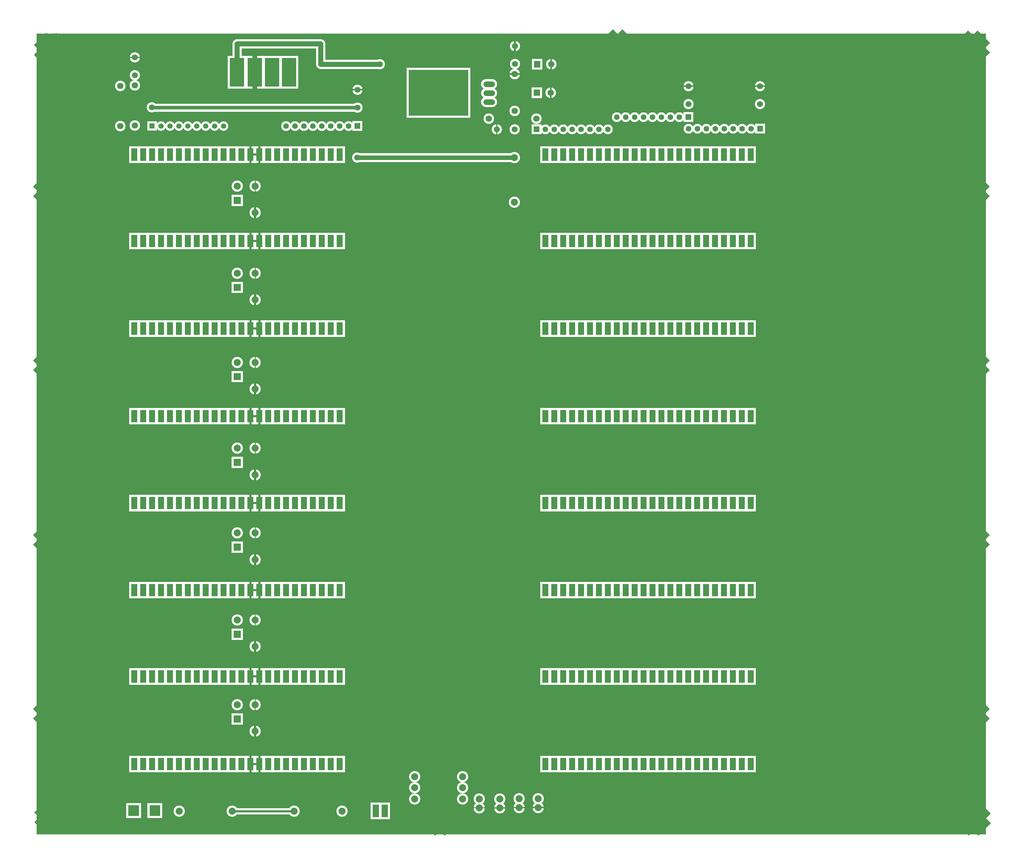
<source format=gbr>
%FSLAX34Y34*%
%MOMM*%
%LNCOPPER_TOP*%
G71*
G01*
%ADD10C, 3.200*%
%ADD11C, 3.200*%
%ADD12C, 6.150*%
%ADD13C, 2.800*%
%ADD14C, 2.700*%
%ADD15C, 2.500*%
%ADD16C, 2.600*%
%ADD17C, 2.850*%
%ADD18C, 6.200*%
%ADD19C, 3.000*%
%ADD20C, 2.900*%
%ADD21C, 3.000*%
%ADD22R, 18.200X14.200*%
%ADD23C, 2.900*%
%ADD24C, 2.500*%
%ADD25C, 2.250*%
%ADD26C, 1.800*%
%ADD27C, 0.333*%
%ADD28C, 5.000*%
%ADD29C, 1.350*%
%ADD30C, 0.583*%
%ADD31C, 4.950*%
%ADD32C, 0.667*%
%ADD33C, 0.408*%
%ADD34C, 0.414*%
%ADD35C, 0.567*%
%ADD36C, 0.391*%
%ADD37C, 0.393*%
%ADD38C, 0.486*%
%ADD39C, 1.300*%
%ADD40C, 0.432*%
%ADD41C, 2.000*%
%ADD42C, 2.000*%
%ADD43C, 4.950*%
%ADD44C, 1.600*%
%ADD45C, 1.500*%
%ADD46C, 1.400*%
%ADD47C, 1.650*%
%ADD48C, 5.000*%
%ADD49C, 1.800*%
%ADD50C, 1.700*%
%ADD51C, 1.800*%
%ADD52R, 17.000X13.000*%
%ADD53C, 1.700*%
%ADD54C, 1.300*%
%ADD55C, 1.050*%
%ADD56C, 0.600*%
%LPD*%
G36*
X0Y1000000D02*
X2700000Y1000000D01*
X2700000Y-1280000D01*
X0Y-1280000D01*
X0Y1000000D01*
G37*
%LPC*%
X1317389Y-1179251D02*
G54D10*
D03*
X1317389Y-1204652D02*
G54D10*
D03*
X1372307Y-1203781D02*
G54D10*
D03*
X1372307Y-1178381D02*
G54D10*
D03*
X1259091Y-1178920D02*
G54D10*
D03*
X1259091Y-1204321D02*
G54D10*
D03*
G36*
X255218Y-1191478D02*
X297218Y-1191478D01*
X297218Y-1233478D01*
X255218Y-1233478D01*
X255218Y-1191478D01*
G37*
G36*
X2634175Y-1203613D02*
X2696175Y-1203613D01*
X2696175Y-1265613D01*
X2634175Y-1265613D01*
X2634175Y-1203613D01*
G37*
G36*
X11625Y-1200438D02*
X73625Y-1200438D01*
X73625Y-1262438D01*
X11625Y-1262438D01*
X11625Y-1200438D01*
G37*
G36*
X1116525Y-1203612D02*
X1178525Y-1203612D01*
X1178525Y-1265612D01*
X1116525Y-1265612D01*
X1116525Y-1203612D01*
G37*
G36*
X2631830Y991081D02*
X2693830Y991081D01*
X2693830Y929081D01*
X2631830Y929081D01*
X2631830Y991081D01*
G37*
G36*
X10868Y922732D02*
X10868Y984732D01*
X72868Y984732D01*
X72868Y922732D01*
X10868Y922732D01*
G37*
G36*
X544018Y936366D02*
X596518Y936366D01*
X596518Y843366D01*
X544018Y843366D01*
X544018Y936366D01*
G37*
G36*
X594480Y936241D02*
X646980Y936241D01*
X646980Y843241D01*
X594480Y843241D01*
X594480Y936241D01*
G37*
G36*
X643493Y936240D02*
X695993Y936240D01*
X695993Y843240D01*
X643493Y843240D01*
X643493Y936240D01*
G37*
G36*
X691743Y936240D02*
X744243Y936240D01*
X744243Y843240D01*
X691743Y843240D01*
X691743Y936240D01*
G37*
X1211903Y-1147582D02*
G54D11*
D03*
X1075378Y-1147582D02*
G54D11*
D03*
X1211903Y-1115832D02*
G54D11*
D03*
X1075378Y-1115832D02*
G54D11*
D03*
X1211903Y-1179332D02*
G54D11*
D03*
X1075378Y-1179332D02*
G54D11*
D03*
G36*
X1622180Y994257D02*
X1684180Y994257D01*
X1684180Y932257D01*
X1622180Y932257D01*
X1622180Y994257D01*
G37*
G36*
X1432430Y-1056198D02*
X1461930Y-1056198D01*
X1461930Y-1103198D01*
X1432430Y-1103198D01*
X1432430Y-1056198D01*
G37*
G36*
X1457830Y-1056198D02*
X1487330Y-1056198D01*
X1487330Y-1103198D01*
X1457830Y-1103198D01*
X1457830Y-1056198D01*
G37*
G36*
X1483230Y-1056198D02*
X1512730Y-1056198D01*
X1512730Y-1103198D01*
X1483230Y-1103198D01*
X1483230Y-1056198D01*
G37*
G36*
X1508630Y-1056198D02*
X1538130Y-1056198D01*
X1538130Y-1103198D01*
X1508630Y-1103198D01*
X1508630Y-1056198D01*
G37*
G36*
X1534030Y-1056198D02*
X1563530Y-1056198D01*
X1563530Y-1103198D01*
X1534030Y-1103198D01*
X1534030Y-1056198D01*
G37*
G36*
X1559430Y-1056198D02*
X1588930Y-1056198D01*
X1588930Y-1103198D01*
X1559430Y-1103198D01*
X1559430Y-1056198D01*
G37*
G36*
X1584830Y-1056198D02*
X1614330Y-1056198D01*
X1614330Y-1103198D01*
X1584830Y-1103198D01*
X1584830Y-1056198D01*
G37*
G36*
X1610230Y-1056198D02*
X1639730Y-1056198D01*
X1639730Y-1103198D01*
X1610230Y-1103198D01*
X1610230Y-1056198D01*
G37*
G36*
X1635630Y-1056198D02*
X1665130Y-1056198D01*
X1665130Y-1103198D01*
X1635630Y-1103198D01*
X1635630Y-1056198D01*
G37*
G36*
X1661030Y-1056198D02*
X1690530Y-1056198D01*
X1690530Y-1103198D01*
X1661030Y-1103198D01*
X1661030Y-1056198D01*
G37*
G36*
X1686430Y-1056198D02*
X1715930Y-1056198D01*
X1715930Y-1103198D01*
X1686430Y-1103198D01*
X1686430Y-1056198D01*
G37*
G36*
X1711830Y-1056198D02*
X1741330Y-1056198D01*
X1741330Y-1103198D01*
X1711830Y-1103198D01*
X1711830Y-1056198D01*
G37*
G36*
X1737230Y-1056198D02*
X1766730Y-1056198D01*
X1766730Y-1103198D01*
X1737230Y-1103198D01*
X1737230Y-1056198D01*
G37*
G36*
X1762630Y-1056198D02*
X1792130Y-1056198D01*
X1792130Y-1103198D01*
X1762630Y-1103198D01*
X1762630Y-1056198D01*
G37*
G36*
X1788030Y-1056198D02*
X1817530Y-1056198D01*
X1817530Y-1103198D01*
X1788030Y-1103198D01*
X1788030Y-1056198D01*
G37*
G36*
X1813430Y-1056198D02*
X1842930Y-1056198D01*
X1842930Y-1103198D01*
X1813430Y-1103198D01*
X1813430Y-1056198D01*
G37*
G36*
X1838830Y-1056198D02*
X1868330Y-1056198D01*
X1868330Y-1103198D01*
X1838830Y-1103198D01*
X1838830Y-1056198D01*
G37*
G36*
X1864230Y-1056198D02*
X1893730Y-1056198D01*
X1893730Y-1103198D01*
X1864230Y-1103198D01*
X1864230Y-1056198D01*
G37*
G36*
X1889630Y-1056198D02*
X1919130Y-1056198D01*
X1919130Y-1103198D01*
X1889630Y-1103198D01*
X1889630Y-1056198D01*
G37*
G36*
X1915030Y-1056198D02*
X1944530Y-1056198D01*
X1944530Y-1103198D01*
X1915030Y-1103198D01*
X1915030Y-1056198D01*
G37*
G36*
X1940430Y-1056198D02*
X1969930Y-1056198D01*
X1969930Y-1103198D01*
X1940430Y-1103198D01*
X1940430Y-1056198D01*
G37*
G36*
X1965830Y-1056198D02*
X1995330Y-1056198D01*
X1995330Y-1103198D01*
X1965830Y-1103198D01*
X1965830Y-1056198D01*
G37*
G36*
X1991230Y-1056198D02*
X2020730Y-1056198D01*
X2020730Y-1103198D01*
X1991230Y-1103198D01*
X1991230Y-1056198D01*
G37*
G36*
X2016630Y-1056198D02*
X2046130Y-1056198D01*
X2046130Y-1103198D01*
X2016630Y-1103198D01*
X2016630Y-1056198D01*
G37*
G36*
X263236Y-1056198D02*
X292736Y-1056198D01*
X292736Y-1103198D01*
X263236Y-1103198D01*
X263236Y-1056198D01*
G37*
G36*
X288636Y-1056198D02*
X318136Y-1056198D01*
X318136Y-1103198D01*
X288636Y-1103198D01*
X288636Y-1056198D01*
G37*
G36*
X314036Y-1056198D02*
X343536Y-1056198D01*
X343536Y-1103198D01*
X314036Y-1103198D01*
X314036Y-1056198D01*
G37*
G36*
X339436Y-1056198D02*
X368936Y-1056198D01*
X368936Y-1103198D01*
X339436Y-1103198D01*
X339436Y-1056198D01*
G37*
G36*
X364836Y-1056198D02*
X394336Y-1056198D01*
X394336Y-1103198D01*
X364836Y-1103198D01*
X364836Y-1056198D01*
G37*
G36*
X390236Y-1056198D02*
X419736Y-1056198D01*
X419736Y-1103198D01*
X390236Y-1103198D01*
X390236Y-1056198D01*
G37*
G36*
X415636Y-1056198D02*
X445136Y-1056198D01*
X445136Y-1103198D01*
X415636Y-1103198D01*
X415636Y-1056198D01*
G37*
G36*
X441036Y-1056198D02*
X470536Y-1056198D01*
X470536Y-1103198D01*
X441036Y-1103198D01*
X441036Y-1056198D01*
G37*
G36*
X466436Y-1056198D02*
X495936Y-1056198D01*
X495936Y-1103198D01*
X466436Y-1103198D01*
X466436Y-1056198D01*
G37*
G36*
X491836Y-1056198D02*
X521336Y-1056198D01*
X521336Y-1103198D01*
X491836Y-1103198D01*
X491836Y-1056198D01*
G37*
G36*
X517236Y-1056198D02*
X546736Y-1056198D01*
X546736Y-1103198D01*
X517236Y-1103198D01*
X517236Y-1056198D01*
G37*
G36*
X542636Y-1056198D02*
X572136Y-1056198D01*
X572136Y-1103198D01*
X542636Y-1103198D01*
X542636Y-1056198D01*
G37*
G36*
X568036Y-1056198D02*
X597536Y-1056198D01*
X597536Y-1103198D01*
X568036Y-1103198D01*
X568036Y-1056198D01*
G37*
G36*
X593436Y-1056199D02*
X622936Y-1056199D01*
X622936Y-1103199D01*
X593436Y-1103199D01*
X593436Y-1056199D01*
G37*
G36*
X618836Y-1056199D02*
X648336Y-1056199D01*
X648336Y-1103199D01*
X618836Y-1103199D01*
X618836Y-1056199D01*
G37*
G36*
X644236Y-1056198D02*
X673736Y-1056198D01*
X673736Y-1103198D01*
X644236Y-1103198D01*
X644236Y-1056198D01*
G37*
G36*
X669636Y-1056198D02*
X699136Y-1056198D01*
X699136Y-1103198D01*
X669636Y-1103198D01*
X669636Y-1056198D01*
G37*
G36*
X695036Y-1056198D02*
X724536Y-1056198D01*
X724536Y-1103198D01*
X695036Y-1103198D01*
X695036Y-1056198D01*
G37*
G36*
X720436Y-1056198D02*
X749936Y-1056198D01*
X749936Y-1103198D01*
X720436Y-1103198D01*
X720436Y-1056198D01*
G37*
G36*
X745836Y-1056198D02*
X775336Y-1056198D01*
X775336Y-1103198D01*
X745836Y-1103198D01*
X745836Y-1056198D01*
G37*
G36*
X771236Y-1056198D02*
X800736Y-1056198D01*
X800736Y-1103198D01*
X771236Y-1103198D01*
X771236Y-1056198D01*
G37*
G36*
X796636Y-1056198D02*
X826136Y-1056198D01*
X826136Y-1103198D01*
X796636Y-1103198D01*
X796636Y-1056198D01*
G37*
G36*
X822036Y-1056198D02*
X851536Y-1056198D01*
X851536Y-1103198D01*
X822036Y-1103198D01*
X822036Y-1056198D01*
G37*
G36*
X847436Y-1056198D02*
X876936Y-1056198D01*
X876936Y-1103198D01*
X847436Y-1103198D01*
X847436Y-1056198D01*
G37*
X2168268Y-999662D02*
G54D12*
D03*
X2168268Y-1126662D02*
G54D12*
D03*
X2568318Y-999662D02*
G54D12*
D03*
X2568318Y-1126662D02*
G54D12*
D03*
X133113Y-1123518D02*
G54D12*
D03*
X133113Y-996518D02*
G54D12*
D03*
X571262Y565612D02*
G54D11*
D03*
X622063Y565612D02*
G54D11*
D03*
G36*
X586692Y540980D02*
X586692Y508980D01*
X554692Y508980D01*
X554692Y540980D01*
X586692Y540980D01*
G37*
X621492Y490054D02*
G54D11*
D03*
G36*
X1408162Y741538D02*
X1436162Y741538D01*
X1436162Y713538D01*
X1408162Y713538D01*
X1408162Y741538D01*
G37*
X1447562Y727538D02*
G54D13*
D03*
X1472962Y727538D02*
G54D13*
D03*
X1498362Y727538D02*
G54D13*
D03*
X1523762Y727538D02*
G54D13*
D03*
X1549162Y727538D02*
G54D13*
D03*
X1574562Y727538D02*
G54D13*
D03*
X1599962Y727538D02*
G54D13*
D03*
X1625362Y727538D02*
G54D13*
D03*
X571262Y317962D02*
G54D11*
D03*
X622063Y317962D02*
G54D11*
D03*
G36*
X586692Y293330D02*
X586692Y261330D01*
X554692Y261330D01*
X554692Y293330D01*
X586692Y293330D01*
G37*
X621492Y242404D02*
G54D11*
D03*
X571262Y63962D02*
G54D11*
D03*
X622063Y63962D02*
G54D11*
D03*
G36*
X586692Y39330D02*
X586692Y7330D01*
X554692Y7330D01*
X554692Y39330D01*
X586692Y39330D01*
G37*
X621492Y-11596D02*
G54D11*
D03*
X571262Y-180512D02*
G54D11*
D03*
X622063Y-180513D02*
G54D11*
D03*
G36*
X586692Y-205146D02*
X586692Y-237146D01*
X554692Y-237146D01*
X554692Y-205146D01*
X586692Y-205146D01*
G37*
X621492Y-256071D02*
G54D11*
D03*
X571262Y-421812D02*
G54D11*
D03*
X622063Y-421813D02*
G54D11*
D03*
G36*
X586692Y-446446D02*
X586692Y-478446D01*
X554692Y-478446D01*
X554692Y-446446D01*
X586692Y-446446D01*
G37*
X621492Y-497371D02*
G54D11*
D03*
X571262Y-669462D02*
G54D11*
D03*
X622063Y-669463D02*
G54D11*
D03*
G36*
X586692Y-694096D02*
X586692Y-726096D01*
X554692Y-726096D01*
X554692Y-694096D01*
X586692Y-694096D01*
G37*
X621492Y-745021D02*
G54D11*
D03*
X571262Y-910762D02*
G54D11*
D03*
X622063Y-910763D02*
G54D11*
D03*
G36*
X586692Y-935396D02*
X586692Y-967396D01*
X554692Y-967396D01*
X554692Y-935396D01*
X586692Y-935396D01*
G37*
X621492Y-986321D02*
G54D11*
D03*
G36*
X926574Y723064D02*
X898574Y723064D01*
X898574Y751064D01*
X926574Y751064D01*
X926574Y723064D01*
G37*
X887174Y737064D02*
G54D13*
D03*
X861774Y737064D02*
G54D13*
D03*
X836374Y737064D02*
G54D13*
D03*
X810974Y737064D02*
G54D13*
D03*
X785574Y737064D02*
G54D13*
D03*
X760174Y737064D02*
G54D13*
D03*
X734774Y737064D02*
G54D13*
D03*
X709374Y737064D02*
G54D13*
D03*
G36*
X314873Y750564D02*
X341873Y750564D01*
X341873Y723564D01*
X314873Y723564D01*
X314873Y750564D01*
G37*
X353773Y737064D02*
G54D14*
D03*
X379173Y737064D02*
G54D14*
D03*
X404573Y737064D02*
G54D14*
D03*
X429973Y737064D02*
G54D14*
D03*
X455373Y737064D02*
G54D14*
D03*
X480773Y737064D02*
G54D14*
D03*
X506173Y737064D02*
G54D14*
D03*
X531573Y737064D02*
G54D14*
D03*
G54D15*
X912575Y646575D02*
X1360250Y646575D01*
G54D16*
X569912Y889000D02*
X569912Y971550D01*
X808038Y971550D01*
X808038Y912812D01*
X976312Y912812D01*
G54D17*
X1279038Y805414D02*
X1295538Y805414D01*
G54D17*
X1279038Y830814D02*
X1295538Y830814D01*
G54D17*
X1279038Y856214D02*
X1295538Y856214D01*
X1103138Y830814D02*
G54D18*
D03*
X1421440Y757434D02*
G54D19*
D03*
X1286503Y757434D02*
G54D19*
D03*
X1309111Y727234D02*
G54D20*
D03*
X1359911Y727234D02*
G54D20*
D03*
X1464030Y912838D02*
G54D21*
D03*
G36*
X1439030Y897838D02*
X1409030Y897838D01*
X1409030Y927838D01*
X1439030Y927838D01*
X1439030Y897838D01*
G37*
X1360642Y964795D02*
G54D20*
D03*
X1360641Y913995D02*
G54D20*
D03*
G36*
X315570Y-1191478D02*
X357570Y-1191478D01*
X357570Y-1233478D01*
X315570Y-1233478D01*
X315570Y-1191478D01*
G37*
X279768Y932317D02*
G54D20*
D03*
X279767Y881517D02*
G54D20*
D03*
X1854354Y850495D02*
G54D20*
D03*
X1854354Y799695D02*
G54D20*
D03*
X1426696Y-1178319D02*
G54D10*
D03*
X1426695Y-1203719D02*
G54D10*
D03*
X1143016Y831338D02*
G54D22*
D03*
X976690Y912744D02*
G54D23*
D03*
X1360250Y884700D02*
G54D19*
D03*
X1360250Y779925D02*
G54D19*
D03*
X912725Y840175D02*
G54D20*
D03*
X912724Y789375D02*
G54D20*
D03*
X950675Y727538D02*
G54D24*
D03*
X1068150Y727538D02*
G54D24*
D03*
X1220550Y727538D02*
G54D24*
D03*
X950675Y818025D02*
G54D24*
D03*
X131525Y859300D02*
G54D24*
D03*
X350600Y957725D02*
G54D24*
D03*
X950675Y973600D02*
G54D24*
D03*
X1563450Y973600D02*
G54D24*
D03*
X353775Y-1258425D02*
G54D24*
D03*
X893525Y-1258425D02*
G54D24*
D03*
X1442800Y-1258425D02*
G54D24*
D03*
X2027000Y-1261600D02*
G54D24*
D03*
X1462950Y885275D02*
G54D24*
D03*
X1853962Y900575D02*
G54D24*
D03*
X1359276Y646924D02*
G54D11*
D03*
X1359276Y519924D02*
G54D11*
D03*
X2057554Y850495D02*
G54D20*
D03*
X2057554Y799695D02*
G54D20*
D03*
X2057162Y898988D02*
G54D24*
D03*
X1955893Y972013D02*
G54D24*
D03*
G54D25*
X912575Y789450D02*
X328375Y789450D01*
G36*
X979765Y-1189285D02*
X979765Y-1237285D01*
X949765Y-1237285D01*
X949765Y-1189285D01*
X979765Y-1189285D01*
G37*
G36*
X1005165Y-1189285D02*
X1005165Y-1237285D01*
X975165Y-1237285D01*
X975165Y-1189285D01*
X1005165Y-1189285D01*
G37*
X869003Y-1214257D02*
G54D11*
D03*
X732478Y-1214257D02*
G54D11*
D03*
X556266Y-1214257D02*
G54D11*
D03*
X405453Y-1214257D02*
G54D11*
D03*
X237888Y851362D02*
G54D19*
D03*
X237888Y737062D02*
G54D19*
D03*
G36*
X8450Y582326D02*
X70450Y582326D01*
X70450Y520326D01*
X8450Y520326D01*
X8450Y582326D01*
G37*
G36*
X8450Y87026D02*
X70450Y87026D01*
X70450Y25026D01*
X8450Y25026D01*
X8450Y87026D01*
G37*
G36*
X8450Y-905162D02*
X70450Y-905162D01*
X70450Y-967162D01*
X8450Y-967162D01*
X8450Y-905162D01*
G37*
G36*
X2071766Y715114D02*
X2043766Y715114D01*
X2043766Y743114D01*
X2071766Y743114D01*
X2071766Y715114D01*
G37*
X2032366Y729114D02*
G54D13*
D03*
X2006967Y729114D02*
G54D13*
D03*
X1981567Y729114D02*
G54D13*
D03*
X1956167Y729114D02*
G54D13*
D03*
X1930767Y729114D02*
G54D13*
D03*
X1905367Y729114D02*
G54D13*
D03*
X1879967Y729114D02*
G54D13*
D03*
X1854567Y729114D02*
G54D13*
D03*
G36*
X1867960Y748464D02*
X1839960Y748464D01*
X1839960Y776464D01*
X1867960Y776464D01*
X1867960Y748464D01*
G37*
X1828560Y762464D02*
G54D13*
D03*
X1803160Y762464D02*
G54D13*
D03*
X1777760Y762464D02*
G54D13*
D03*
X1752360Y762464D02*
G54D13*
D03*
X1726960Y762464D02*
G54D13*
D03*
X1701560Y762464D02*
G54D13*
D03*
X1676160Y762464D02*
G54D13*
D03*
X1650760Y762464D02*
G54D13*
D03*
G54D26*
X730012Y-1213975D02*
X555388Y-1213975D01*
G36*
X8450Y-409862D02*
X70450Y-409862D01*
X70450Y-471862D01*
X8450Y-471862D01*
X8450Y-409862D01*
G37*
X1147525Y-705975D02*
G54D24*
D03*
X1147525Y-210675D02*
G54D24*
D03*
X1147525Y262400D02*
G54D24*
D03*
G36*
X1432430Y-806961D02*
X1461930Y-806961D01*
X1461930Y-853961D01*
X1432430Y-853961D01*
X1432430Y-806961D01*
G37*
G36*
X1457830Y-806961D02*
X1487330Y-806961D01*
X1487330Y-853961D01*
X1457830Y-853961D01*
X1457830Y-806961D01*
G37*
G36*
X1483230Y-806961D02*
X1512730Y-806961D01*
X1512730Y-853961D01*
X1483230Y-853961D01*
X1483230Y-806961D01*
G37*
G36*
X1508630Y-806961D02*
X1538130Y-806961D01*
X1538130Y-853961D01*
X1508630Y-853961D01*
X1508630Y-806961D01*
G37*
G36*
X1534030Y-806961D02*
X1563530Y-806961D01*
X1563530Y-853961D01*
X1534030Y-853961D01*
X1534030Y-806961D01*
G37*
G36*
X1559430Y-806961D02*
X1588930Y-806961D01*
X1588930Y-853961D01*
X1559430Y-853961D01*
X1559430Y-806961D01*
G37*
G36*
X1584830Y-806961D02*
X1614330Y-806961D01*
X1614330Y-853961D01*
X1584830Y-853961D01*
X1584830Y-806961D01*
G37*
G36*
X1610230Y-806961D02*
X1639730Y-806961D01*
X1639730Y-853961D01*
X1610230Y-853961D01*
X1610230Y-806961D01*
G37*
G36*
X1635630Y-806961D02*
X1665130Y-806961D01*
X1665130Y-853961D01*
X1635630Y-853961D01*
X1635630Y-806961D01*
G37*
G36*
X1661030Y-806961D02*
X1690530Y-806961D01*
X1690530Y-853961D01*
X1661030Y-853961D01*
X1661030Y-806961D01*
G37*
G36*
X1686430Y-806961D02*
X1715930Y-806961D01*
X1715930Y-853961D01*
X1686430Y-853961D01*
X1686430Y-806961D01*
G37*
G36*
X1711830Y-806961D02*
X1741330Y-806961D01*
X1741330Y-853961D01*
X1711830Y-853961D01*
X1711830Y-806961D01*
G37*
G36*
X1737230Y-806961D02*
X1766730Y-806961D01*
X1766730Y-853961D01*
X1737230Y-853961D01*
X1737230Y-806961D01*
G37*
G36*
X1762630Y-806961D02*
X1792130Y-806961D01*
X1792130Y-853961D01*
X1762630Y-853961D01*
X1762630Y-806961D01*
G37*
G36*
X1788030Y-806961D02*
X1817530Y-806961D01*
X1817530Y-853961D01*
X1788030Y-853961D01*
X1788030Y-806961D01*
G37*
G36*
X1813430Y-806961D02*
X1842930Y-806961D01*
X1842930Y-853961D01*
X1813430Y-853961D01*
X1813430Y-806961D01*
G37*
G36*
X1838830Y-806961D02*
X1868330Y-806961D01*
X1868330Y-853961D01*
X1838830Y-853961D01*
X1838830Y-806961D01*
G37*
G36*
X1864230Y-806961D02*
X1893730Y-806961D01*
X1893730Y-853961D01*
X1864230Y-853961D01*
X1864230Y-806961D01*
G37*
G36*
X1889630Y-806961D02*
X1919130Y-806961D01*
X1919130Y-853961D01*
X1889630Y-853961D01*
X1889630Y-806961D01*
G37*
G36*
X1915030Y-806961D02*
X1944530Y-806961D01*
X1944530Y-853961D01*
X1915030Y-853961D01*
X1915030Y-806961D01*
G37*
G36*
X1940430Y-806961D02*
X1969930Y-806961D01*
X1969930Y-853961D01*
X1940430Y-853961D01*
X1940430Y-806961D01*
G37*
G36*
X1965830Y-806961D02*
X1995330Y-806961D01*
X1995330Y-853961D01*
X1965830Y-853961D01*
X1965830Y-806961D01*
G37*
G36*
X1991230Y-806961D02*
X2020730Y-806961D01*
X2020730Y-853961D01*
X1991230Y-853961D01*
X1991230Y-806961D01*
G37*
G36*
X2016630Y-806961D02*
X2046130Y-806961D01*
X2046130Y-853961D01*
X2016630Y-853961D01*
X2016630Y-806961D01*
G37*
G36*
X263236Y-806961D02*
X292736Y-806961D01*
X292736Y-853961D01*
X263236Y-853961D01*
X263236Y-806961D01*
G37*
G36*
X288636Y-806961D02*
X318136Y-806961D01*
X318136Y-853961D01*
X288636Y-853961D01*
X288636Y-806961D01*
G37*
G36*
X314036Y-806961D02*
X343536Y-806961D01*
X343536Y-853961D01*
X314036Y-853961D01*
X314036Y-806961D01*
G37*
G36*
X339436Y-806961D02*
X368936Y-806961D01*
X368936Y-853961D01*
X339436Y-853961D01*
X339436Y-806961D01*
G37*
G36*
X364836Y-806961D02*
X394336Y-806961D01*
X394336Y-853961D01*
X364836Y-853961D01*
X364836Y-806961D01*
G37*
G36*
X390236Y-806961D02*
X419736Y-806961D01*
X419736Y-853961D01*
X390236Y-853961D01*
X390236Y-806961D01*
G37*
G36*
X415636Y-806961D02*
X445136Y-806961D01*
X445136Y-853961D01*
X415636Y-853961D01*
X415636Y-806961D01*
G37*
G36*
X441036Y-806961D02*
X470536Y-806961D01*
X470536Y-853961D01*
X441036Y-853961D01*
X441036Y-806961D01*
G37*
G36*
X466436Y-806961D02*
X495936Y-806961D01*
X495936Y-853961D01*
X466436Y-853961D01*
X466436Y-806961D01*
G37*
G36*
X491836Y-806961D02*
X521336Y-806961D01*
X521336Y-853961D01*
X491836Y-853961D01*
X491836Y-806961D01*
G37*
G36*
X517236Y-806961D02*
X546736Y-806961D01*
X546736Y-853961D01*
X517236Y-853961D01*
X517236Y-806961D01*
G37*
G36*
X542636Y-806961D02*
X572136Y-806961D01*
X572136Y-853961D01*
X542636Y-853961D01*
X542636Y-806961D01*
G37*
G36*
X568036Y-806961D02*
X597536Y-806961D01*
X597536Y-853961D01*
X568036Y-853961D01*
X568036Y-806961D01*
G37*
G36*
X593436Y-806962D02*
X622936Y-806962D01*
X622936Y-853962D01*
X593436Y-853962D01*
X593436Y-806962D01*
G37*
G36*
X618836Y-806962D02*
X648336Y-806962D01*
X648336Y-853962D01*
X618836Y-853962D01*
X618836Y-806962D01*
G37*
G36*
X644236Y-806961D02*
X673736Y-806961D01*
X673736Y-853961D01*
X644236Y-853961D01*
X644236Y-806961D01*
G37*
G36*
X669636Y-806961D02*
X699136Y-806961D01*
X699136Y-853961D01*
X669636Y-853961D01*
X669636Y-806961D01*
G37*
G36*
X695036Y-806961D02*
X724536Y-806961D01*
X724536Y-853961D01*
X695036Y-853961D01*
X695036Y-806961D01*
G37*
G36*
X720436Y-806961D02*
X749936Y-806961D01*
X749936Y-853961D01*
X720436Y-853961D01*
X720436Y-806961D01*
G37*
G36*
X745836Y-806961D02*
X775336Y-806961D01*
X775336Y-853961D01*
X745836Y-853961D01*
X745836Y-806961D01*
G37*
G36*
X771236Y-806961D02*
X800736Y-806961D01*
X800736Y-853961D01*
X771236Y-853961D01*
X771236Y-806961D01*
G37*
G36*
X796636Y-806961D02*
X826136Y-806961D01*
X826136Y-853961D01*
X796636Y-853961D01*
X796636Y-806961D01*
G37*
G36*
X822036Y-806961D02*
X851536Y-806961D01*
X851536Y-853961D01*
X822036Y-853961D01*
X822036Y-806961D01*
G37*
G36*
X847436Y-806961D02*
X876936Y-806961D01*
X876936Y-853961D01*
X847436Y-853961D01*
X847436Y-806961D01*
G37*
X2168268Y-750425D02*
G54D12*
D03*
X2168268Y-877425D02*
G54D12*
D03*
X2568318Y-750425D02*
G54D12*
D03*
X2568318Y-877425D02*
G54D12*
D03*
X133113Y-874281D02*
G54D12*
D03*
X133113Y-747281D02*
G54D12*
D03*
G36*
X1432430Y-560898D02*
X1461930Y-560898D01*
X1461930Y-607898D01*
X1432430Y-607898D01*
X1432430Y-560898D01*
G37*
G36*
X1457830Y-560898D02*
X1487330Y-560898D01*
X1487330Y-607898D01*
X1457830Y-607898D01*
X1457830Y-560898D01*
G37*
G36*
X1483230Y-560898D02*
X1512730Y-560898D01*
X1512730Y-607898D01*
X1483230Y-607898D01*
X1483230Y-560898D01*
G37*
G36*
X1508630Y-560898D02*
X1538130Y-560898D01*
X1538130Y-607898D01*
X1508630Y-607898D01*
X1508630Y-560898D01*
G37*
G36*
X1534030Y-560898D02*
X1563530Y-560898D01*
X1563530Y-607898D01*
X1534030Y-607898D01*
X1534030Y-560898D01*
G37*
G36*
X1559430Y-560898D02*
X1588930Y-560898D01*
X1588930Y-607898D01*
X1559430Y-607898D01*
X1559430Y-560898D01*
G37*
G36*
X1584830Y-560898D02*
X1614330Y-560898D01*
X1614330Y-607898D01*
X1584830Y-607898D01*
X1584830Y-560898D01*
G37*
G36*
X1610230Y-560898D02*
X1639730Y-560898D01*
X1639730Y-607898D01*
X1610230Y-607898D01*
X1610230Y-560898D01*
G37*
G36*
X1635630Y-560898D02*
X1665130Y-560898D01*
X1665130Y-607898D01*
X1635630Y-607898D01*
X1635630Y-560898D01*
G37*
G36*
X1661030Y-560898D02*
X1690530Y-560898D01*
X1690530Y-607898D01*
X1661030Y-607898D01*
X1661030Y-560898D01*
G37*
G36*
X1686430Y-560898D02*
X1715930Y-560898D01*
X1715930Y-607898D01*
X1686430Y-607898D01*
X1686430Y-560898D01*
G37*
G36*
X1711830Y-560898D02*
X1741330Y-560898D01*
X1741330Y-607898D01*
X1711830Y-607898D01*
X1711830Y-560898D01*
G37*
G36*
X1737230Y-560898D02*
X1766730Y-560898D01*
X1766730Y-607898D01*
X1737230Y-607898D01*
X1737230Y-560898D01*
G37*
G36*
X1762630Y-560898D02*
X1792130Y-560898D01*
X1792130Y-607898D01*
X1762630Y-607898D01*
X1762630Y-560898D01*
G37*
G36*
X1788030Y-560898D02*
X1817530Y-560898D01*
X1817530Y-607898D01*
X1788030Y-607898D01*
X1788030Y-560898D01*
G37*
G36*
X1813430Y-560898D02*
X1842930Y-560898D01*
X1842930Y-607898D01*
X1813430Y-607898D01*
X1813430Y-560898D01*
G37*
G36*
X1838830Y-560898D02*
X1868330Y-560898D01*
X1868330Y-607898D01*
X1838830Y-607898D01*
X1838830Y-560898D01*
G37*
G36*
X1864230Y-560898D02*
X1893730Y-560898D01*
X1893730Y-607898D01*
X1864230Y-607898D01*
X1864230Y-560898D01*
G37*
G36*
X1889630Y-560898D02*
X1919130Y-560898D01*
X1919130Y-607898D01*
X1889630Y-607898D01*
X1889630Y-560898D01*
G37*
G36*
X1915030Y-560898D02*
X1944530Y-560898D01*
X1944530Y-607898D01*
X1915030Y-607898D01*
X1915030Y-560898D01*
G37*
G36*
X1940430Y-560898D02*
X1969930Y-560898D01*
X1969930Y-607898D01*
X1940430Y-607898D01*
X1940430Y-560898D01*
G37*
G36*
X1965830Y-560898D02*
X1995330Y-560898D01*
X1995330Y-607898D01*
X1965830Y-607898D01*
X1965830Y-560898D01*
G37*
G36*
X1991230Y-560898D02*
X2020730Y-560898D01*
X2020730Y-607898D01*
X1991230Y-607898D01*
X1991230Y-560898D01*
G37*
G36*
X2016630Y-560898D02*
X2046130Y-560898D01*
X2046130Y-607898D01*
X2016630Y-607898D01*
X2016630Y-560898D01*
G37*
G36*
X263236Y-560898D02*
X292736Y-560898D01*
X292736Y-607898D01*
X263236Y-607898D01*
X263236Y-560898D01*
G37*
G36*
X288636Y-560898D02*
X318136Y-560898D01*
X318136Y-607898D01*
X288636Y-607898D01*
X288636Y-560898D01*
G37*
G36*
X314036Y-560898D02*
X343536Y-560898D01*
X343536Y-607898D01*
X314036Y-607898D01*
X314036Y-560898D01*
G37*
G36*
X339436Y-560898D02*
X368936Y-560898D01*
X368936Y-607898D01*
X339436Y-607898D01*
X339436Y-560898D01*
G37*
G36*
X364836Y-560898D02*
X394336Y-560898D01*
X394336Y-607898D01*
X364836Y-607898D01*
X364836Y-560898D01*
G37*
G36*
X390236Y-560898D02*
X419736Y-560898D01*
X419736Y-607898D01*
X390236Y-607898D01*
X390236Y-560898D01*
G37*
G36*
X415636Y-560898D02*
X445136Y-560898D01*
X445136Y-607898D01*
X415636Y-607898D01*
X415636Y-560898D01*
G37*
G36*
X441036Y-560898D02*
X470536Y-560898D01*
X470536Y-607898D01*
X441036Y-607898D01*
X441036Y-560898D01*
G37*
G36*
X466436Y-560898D02*
X495936Y-560898D01*
X495936Y-607898D01*
X466436Y-607898D01*
X466436Y-560898D01*
G37*
G36*
X491836Y-560898D02*
X521336Y-560898D01*
X521336Y-607898D01*
X491836Y-607898D01*
X491836Y-560898D01*
G37*
G36*
X517236Y-560898D02*
X546736Y-560898D01*
X546736Y-607898D01*
X517236Y-607898D01*
X517236Y-560898D01*
G37*
G36*
X542636Y-560898D02*
X572136Y-560898D01*
X572136Y-607898D01*
X542636Y-607898D01*
X542636Y-560898D01*
G37*
G36*
X568036Y-560898D02*
X597536Y-560898D01*
X597536Y-607898D01*
X568036Y-607898D01*
X568036Y-560898D01*
G37*
G36*
X593436Y-560899D02*
X622936Y-560899D01*
X622936Y-607899D01*
X593436Y-607899D01*
X593436Y-560899D01*
G37*
G36*
X618836Y-560899D02*
X648336Y-560899D01*
X648336Y-607899D01*
X618836Y-607899D01*
X618836Y-560899D01*
G37*
G36*
X644236Y-560898D02*
X673736Y-560898D01*
X673736Y-607898D01*
X644236Y-607898D01*
X644236Y-560898D01*
G37*
G36*
X669636Y-560898D02*
X699136Y-560898D01*
X699136Y-607898D01*
X669636Y-607898D01*
X669636Y-560898D01*
G37*
G36*
X695036Y-560898D02*
X724536Y-560898D01*
X724536Y-607898D01*
X695036Y-607898D01*
X695036Y-560898D01*
G37*
G36*
X720436Y-560898D02*
X749936Y-560898D01*
X749936Y-607898D01*
X720436Y-607898D01*
X720436Y-560898D01*
G37*
G36*
X745836Y-560898D02*
X775336Y-560898D01*
X775336Y-607898D01*
X745836Y-607898D01*
X745836Y-560898D01*
G37*
G36*
X771236Y-560898D02*
X800736Y-560898D01*
X800736Y-607898D01*
X771236Y-607898D01*
X771236Y-560898D01*
G37*
G36*
X796636Y-560898D02*
X826136Y-560898D01*
X826136Y-607898D01*
X796636Y-607898D01*
X796636Y-560898D01*
G37*
G36*
X822036Y-560898D02*
X851536Y-560898D01*
X851536Y-607898D01*
X822036Y-607898D01*
X822036Y-560898D01*
G37*
G36*
X847436Y-560898D02*
X876936Y-560898D01*
X876936Y-607898D01*
X847436Y-607898D01*
X847436Y-560898D01*
G37*
X2168268Y-504362D02*
G54D12*
D03*
X2168268Y-631362D02*
G54D12*
D03*
X2568318Y-504362D02*
G54D12*
D03*
X2568318Y-631362D02*
G54D12*
D03*
X133113Y-628218D02*
G54D12*
D03*
X133113Y-501218D02*
G54D12*
D03*
G36*
X1432430Y-313248D02*
X1461930Y-313248D01*
X1461930Y-360248D01*
X1432430Y-360248D01*
X1432430Y-313248D01*
G37*
G36*
X1457830Y-313248D02*
X1487330Y-313248D01*
X1487330Y-360248D01*
X1457830Y-360248D01*
X1457830Y-313248D01*
G37*
G36*
X1483230Y-313248D02*
X1512730Y-313248D01*
X1512730Y-360248D01*
X1483230Y-360248D01*
X1483230Y-313248D01*
G37*
G36*
X1508630Y-313248D02*
X1538130Y-313248D01*
X1538130Y-360248D01*
X1508630Y-360248D01*
X1508630Y-313248D01*
G37*
G36*
X1534030Y-313248D02*
X1563530Y-313248D01*
X1563530Y-360248D01*
X1534030Y-360248D01*
X1534030Y-313248D01*
G37*
G36*
X1559430Y-313248D02*
X1588930Y-313248D01*
X1588930Y-360248D01*
X1559430Y-360248D01*
X1559430Y-313248D01*
G37*
G36*
X1584830Y-313248D02*
X1614330Y-313248D01*
X1614330Y-360248D01*
X1584830Y-360248D01*
X1584830Y-313248D01*
G37*
G36*
X1610230Y-313248D02*
X1639730Y-313248D01*
X1639730Y-360248D01*
X1610230Y-360248D01*
X1610230Y-313248D01*
G37*
G36*
X1635630Y-313248D02*
X1665130Y-313248D01*
X1665130Y-360248D01*
X1635630Y-360248D01*
X1635630Y-313248D01*
G37*
G36*
X1661030Y-313248D02*
X1690530Y-313248D01*
X1690530Y-360248D01*
X1661030Y-360248D01*
X1661030Y-313248D01*
G37*
G36*
X1686430Y-313248D02*
X1715930Y-313248D01*
X1715930Y-360248D01*
X1686430Y-360248D01*
X1686430Y-313248D01*
G37*
G36*
X1711830Y-313248D02*
X1741330Y-313248D01*
X1741330Y-360248D01*
X1711830Y-360248D01*
X1711830Y-313248D01*
G37*
G36*
X1737230Y-313248D02*
X1766730Y-313248D01*
X1766730Y-360248D01*
X1737230Y-360248D01*
X1737230Y-313248D01*
G37*
G36*
X1762630Y-313248D02*
X1792130Y-313248D01*
X1792130Y-360248D01*
X1762630Y-360248D01*
X1762630Y-313248D01*
G37*
G36*
X1788030Y-313248D02*
X1817530Y-313248D01*
X1817530Y-360248D01*
X1788030Y-360248D01*
X1788030Y-313248D01*
G37*
G36*
X1813430Y-313248D02*
X1842930Y-313248D01*
X1842930Y-360248D01*
X1813430Y-360248D01*
X1813430Y-313248D01*
G37*
G36*
X1838830Y-313248D02*
X1868330Y-313248D01*
X1868330Y-360248D01*
X1838830Y-360248D01*
X1838830Y-313248D01*
G37*
G36*
X1864230Y-313248D02*
X1893730Y-313248D01*
X1893730Y-360248D01*
X1864230Y-360248D01*
X1864230Y-313248D01*
G37*
G36*
X1889630Y-313248D02*
X1919130Y-313248D01*
X1919130Y-360248D01*
X1889630Y-360248D01*
X1889630Y-313248D01*
G37*
G36*
X1915030Y-313248D02*
X1944530Y-313248D01*
X1944530Y-360248D01*
X1915030Y-360248D01*
X1915030Y-313248D01*
G37*
G36*
X1940430Y-313248D02*
X1969930Y-313248D01*
X1969930Y-360248D01*
X1940430Y-360248D01*
X1940430Y-313248D01*
G37*
G36*
X1965830Y-313248D02*
X1995330Y-313248D01*
X1995330Y-360248D01*
X1965830Y-360248D01*
X1965830Y-313248D01*
G37*
G36*
X1991230Y-313248D02*
X2020730Y-313248D01*
X2020730Y-360248D01*
X1991230Y-360248D01*
X1991230Y-313248D01*
G37*
G36*
X2016630Y-313248D02*
X2046130Y-313248D01*
X2046130Y-360248D01*
X2016630Y-360248D01*
X2016630Y-313248D01*
G37*
G36*
X263236Y-313248D02*
X292736Y-313248D01*
X292736Y-360248D01*
X263236Y-360248D01*
X263236Y-313248D01*
G37*
G36*
X288636Y-313248D02*
X318136Y-313248D01*
X318136Y-360248D01*
X288636Y-360248D01*
X288636Y-313248D01*
G37*
G36*
X314036Y-313248D02*
X343536Y-313248D01*
X343536Y-360248D01*
X314036Y-360248D01*
X314036Y-313248D01*
G37*
G36*
X339436Y-313248D02*
X368936Y-313248D01*
X368936Y-360248D01*
X339436Y-360248D01*
X339436Y-313248D01*
G37*
G36*
X364836Y-313248D02*
X394336Y-313248D01*
X394336Y-360248D01*
X364836Y-360248D01*
X364836Y-313248D01*
G37*
G36*
X390236Y-313248D02*
X419736Y-313248D01*
X419736Y-360248D01*
X390236Y-360248D01*
X390236Y-313248D01*
G37*
G36*
X415636Y-313248D02*
X445136Y-313248D01*
X445136Y-360248D01*
X415636Y-360248D01*
X415636Y-313248D01*
G37*
G36*
X441036Y-313248D02*
X470536Y-313248D01*
X470536Y-360248D01*
X441036Y-360248D01*
X441036Y-313248D01*
G37*
G36*
X466436Y-313248D02*
X495936Y-313248D01*
X495936Y-360248D01*
X466436Y-360248D01*
X466436Y-313248D01*
G37*
G36*
X491836Y-313248D02*
X521336Y-313248D01*
X521336Y-360248D01*
X491836Y-360248D01*
X491836Y-313248D01*
G37*
G36*
X517236Y-313248D02*
X546736Y-313248D01*
X546736Y-360248D01*
X517236Y-360248D01*
X517236Y-313248D01*
G37*
G36*
X542636Y-313248D02*
X572136Y-313248D01*
X572136Y-360248D01*
X542636Y-360248D01*
X542636Y-313248D01*
G37*
G36*
X568036Y-313248D02*
X597536Y-313248D01*
X597536Y-360248D01*
X568036Y-360248D01*
X568036Y-313248D01*
G37*
G36*
X593436Y-313249D02*
X622936Y-313249D01*
X622936Y-360249D01*
X593436Y-360249D01*
X593436Y-313249D01*
G37*
G36*
X618836Y-313249D02*
X648336Y-313249D01*
X648336Y-360249D01*
X618836Y-360249D01*
X618836Y-313249D01*
G37*
G36*
X644236Y-313248D02*
X673736Y-313248D01*
X673736Y-360248D01*
X644236Y-360248D01*
X644236Y-313248D01*
G37*
G36*
X669636Y-313248D02*
X699136Y-313248D01*
X699136Y-360248D01*
X669636Y-360248D01*
X669636Y-313248D01*
G37*
G36*
X695036Y-313248D02*
X724536Y-313248D01*
X724536Y-360248D01*
X695036Y-360248D01*
X695036Y-313248D01*
G37*
G36*
X720436Y-313248D02*
X749936Y-313248D01*
X749936Y-360248D01*
X720436Y-360248D01*
X720436Y-313248D01*
G37*
G36*
X745836Y-313248D02*
X775336Y-313248D01*
X775336Y-360248D01*
X745836Y-360248D01*
X745836Y-313248D01*
G37*
G36*
X771236Y-313248D02*
X800736Y-313248D01*
X800736Y-360248D01*
X771236Y-360248D01*
X771236Y-313248D01*
G37*
G36*
X796636Y-313248D02*
X826136Y-313248D01*
X826136Y-360248D01*
X796636Y-360248D01*
X796636Y-313248D01*
G37*
G36*
X822036Y-313248D02*
X851536Y-313248D01*
X851536Y-360248D01*
X822036Y-360248D01*
X822036Y-313248D01*
G37*
G36*
X847436Y-313248D02*
X876936Y-313248D01*
X876936Y-360248D01*
X847436Y-360248D01*
X847436Y-313248D01*
G37*
X2168268Y-256712D02*
G54D12*
D03*
X2168268Y-383712D02*
G54D12*
D03*
X2568318Y-256712D02*
G54D12*
D03*
X2568318Y-383712D02*
G54D12*
D03*
X133113Y-380568D02*
G54D12*
D03*
X133113Y-253568D02*
G54D12*
D03*
G36*
X1432430Y-65598D02*
X1461930Y-65598D01*
X1461930Y-112598D01*
X1432430Y-112598D01*
X1432430Y-65598D01*
G37*
G36*
X1457830Y-65598D02*
X1487330Y-65598D01*
X1487330Y-112598D01*
X1457830Y-112598D01*
X1457830Y-65598D01*
G37*
G36*
X1483230Y-65598D02*
X1512730Y-65598D01*
X1512730Y-112598D01*
X1483230Y-112598D01*
X1483230Y-65598D01*
G37*
G36*
X1508630Y-65598D02*
X1538130Y-65598D01*
X1538130Y-112598D01*
X1508630Y-112598D01*
X1508630Y-65598D01*
G37*
G36*
X1534030Y-65598D02*
X1563530Y-65598D01*
X1563530Y-112598D01*
X1534030Y-112598D01*
X1534030Y-65598D01*
G37*
G36*
X1559430Y-65598D02*
X1588930Y-65598D01*
X1588930Y-112598D01*
X1559430Y-112598D01*
X1559430Y-65598D01*
G37*
G36*
X1584830Y-65598D02*
X1614330Y-65598D01*
X1614330Y-112598D01*
X1584830Y-112598D01*
X1584830Y-65598D01*
G37*
G36*
X1610230Y-65598D02*
X1639730Y-65598D01*
X1639730Y-112598D01*
X1610230Y-112598D01*
X1610230Y-65598D01*
G37*
G36*
X1635630Y-65598D02*
X1665130Y-65598D01*
X1665130Y-112598D01*
X1635630Y-112598D01*
X1635630Y-65598D01*
G37*
G36*
X1661030Y-65598D02*
X1690530Y-65598D01*
X1690530Y-112598D01*
X1661030Y-112598D01*
X1661030Y-65598D01*
G37*
G36*
X1686430Y-65598D02*
X1715930Y-65598D01*
X1715930Y-112598D01*
X1686430Y-112598D01*
X1686430Y-65598D01*
G37*
G36*
X1711830Y-65598D02*
X1741330Y-65598D01*
X1741330Y-112598D01*
X1711830Y-112598D01*
X1711830Y-65598D01*
G37*
G36*
X1737230Y-65598D02*
X1766730Y-65598D01*
X1766730Y-112598D01*
X1737230Y-112598D01*
X1737230Y-65598D01*
G37*
G36*
X1762630Y-65598D02*
X1792130Y-65598D01*
X1792130Y-112598D01*
X1762630Y-112598D01*
X1762630Y-65598D01*
G37*
G36*
X1788030Y-65598D02*
X1817530Y-65598D01*
X1817530Y-112598D01*
X1788030Y-112598D01*
X1788030Y-65598D01*
G37*
G36*
X1813430Y-65598D02*
X1842930Y-65598D01*
X1842930Y-112598D01*
X1813430Y-112598D01*
X1813430Y-65598D01*
G37*
G36*
X1838830Y-65598D02*
X1868330Y-65598D01*
X1868330Y-112598D01*
X1838830Y-112598D01*
X1838830Y-65598D01*
G37*
G36*
X1864230Y-65598D02*
X1893730Y-65598D01*
X1893730Y-112598D01*
X1864230Y-112598D01*
X1864230Y-65598D01*
G37*
G36*
X1889630Y-65598D02*
X1919130Y-65598D01*
X1919130Y-112598D01*
X1889630Y-112598D01*
X1889630Y-65598D01*
G37*
G36*
X1915030Y-65598D02*
X1944530Y-65598D01*
X1944530Y-112598D01*
X1915030Y-112598D01*
X1915030Y-65598D01*
G37*
G36*
X1940430Y-65598D02*
X1969930Y-65598D01*
X1969930Y-112598D01*
X1940430Y-112598D01*
X1940430Y-65598D01*
G37*
G36*
X1965830Y-65598D02*
X1995330Y-65598D01*
X1995330Y-112598D01*
X1965830Y-112598D01*
X1965830Y-65598D01*
G37*
G36*
X1991230Y-65598D02*
X2020730Y-65598D01*
X2020730Y-112598D01*
X1991230Y-112598D01*
X1991230Y-65598D01*
G37*
G36*
X2016630Y-65598D02*
X2046130Y-65598D01*
X2046130Y-112598D01*
X2016630Y-112598D01*
X2016630Y-65598D01*
G37*
G36*
X263236Y-65598D02*
X292736Y-65598D01*
X292736Y-112598D01*
X263236Y-112598D01*
X263236Y-65598D01*
G37*
G36*
X288636Y-65598D02*
X318136Y-65598D01*
X318136Y-112598D01*
X288636Y-112598D01*
X288636Y-65598D01*
G37*
G36*
X314036Y-65598D02*
X343536Y-65598D01*
X343536Y-112598D01*
X314036Y-112598D01*
X314036Y-65598D01*
G37*
G36*
X339436Y-65598D02*
X368936Y-65598D01*
X368936Y-112598D01*
X339436Y-112598D01*
X339436Y-65598D01*
G37*
G36*
X364836Y-65598D02*
X394336Y-65598D01*
X394336Y-112598D01*
X364836Y-112598D01*
X364836Y-65598D01*
G37*
G36*
X390236Y-65598D02*
X419736Y-65598D01*
X419736Y-112598D01*
X390236Y-112598D01*
X390236Y-65598D01*
G37*
G36*
X415636Y-65598D02*
X445136Y-65598D01*
X445136Y-112598D01*
X415636Y-112598D01*
X415636Y-65598D01*
G37*
G36*
X441036Y-65598D02*
X470536Y-65598D01*
X470536Y-112598D01*
X441036Y-112598D01*
X441036Y-65598D01*
G37*
G36*
X466436Y-65598D02*
X495936Y-65598D01*
X495936Y-112598D01*
X466436Y-112598D01*
X466436Y-65598D01*
G37*
G36*
X491836Y-65598D02*
X521336Y-65598D01*
X521336Y-112598D01*
X491836Y-112598D01*
X491836Y-65598D01*
G37*
G36*
X517236Y-65598D02*
X546736Y-65598D01*
X546736Y-112598D01*
X517236Y-112598D01*
X517236Y-65598D01*
G37*
G36*
X542636Y-65598D02*
X572136Y-65598D01*
X572136Y-112598D01*
X542636Y-112598D01*
X542636Y-65598D01*
G37*
G36*
X568036Y-65598D02*
X597536Y-65598D01*
X597536Y-112598D01*
X568036Y-112598D01*
X568036Y-65598D01*
G37*
G36*
X593436Y-65599D02*
X622936Y-65599D01*
X622936Y-112599D01*
X593436Y-112599D01*
X593436Y-65599D01*
G37*
G36*
X618836Y-65599D02*
X648336Y-65599D01*
X648336Y-112599D01*
X618836Y-112599D01*
X618836Y-65599D01*
G37*
G36*
X644236Y-65598D02*
X673736Y-65598D01*
X673736Y-112598D01*
X644236Y-112598D01*
X644236Y-65598D01*
G37*
G36*
X669636Y-65598D02*
X699136Y-65598D01*
X699136Y-112598D01*
X669636Y-112598D01*
X669636Y-65598D01*
G37*
G36*
X695036Y-65598D02*
X724536Y-65598D01*
X724536Y-112598D01*
X695036Y-112598D01*
X695036Y-65598D01*
G37*
G36*
X720436Y-65598D02*
X749936Y-65598D01*
X749936Y-112598D01*
X720436Y-112598D01*
X720436Y-65598D01*
G37*
G36*
X745836Y-65598D02*
X775336Y-65598D01*
X775336Y-112598D01*
X745836Y-112598D01*
X745836Y-65598D01*
G37*
G36*
X771236Y-65598D02*
X800736Y-65598D01*
X800736Y-112598D01*
X771236Y-112598D01*
X771236Y-65598D01*
G37*
G36*
X796636Y-65598D02*
X826136Y-65598D01*
X826136Y-112598D01*
X796636Y-112598D01*
X796636Y-65598D01*
G37*
G36*
X822036Y-65598D02*
X851536Y-65598D01*
X851536Y-112598D01*
X822036Y-112598D01*
X822036Y-65598D01*
G37*
G36*
X847436Y-65598D02*
X876936Y-65598D01*
X876936Y-112598D01*
X847436Y-112598D01*
X847436Y-65598D01*
G37*
X2168268Y-9062D02*
G54D12*
D03*
X2168268Y-136062D02*
G54D12*
D03*
X2568318Y-9062D02*
G54D12*
D03*
X2568318Y-136062D02*
G54D12*
D03*
X133113Y-132918D02*
G54D12*
D03*
X133113Y-5918D02*
G54D12*
D03*
G36*
X1432430Y183639D02*
X1461930Y183639D01*
X1461930Y136639D01*
X1432430Y136639D01*
X1432430Y183639D01*
G37*
G36*
X1457830Y183639D02*
X1487330Y183639D01*
X1487330Y136639D01*
X1457830Y136639D01*
X1457830Y183639D01*
G37*
G36*
X1483230Y183639D02*
X1512730Y183639D01*
X1512730Y136639D01*
X1483230Y136639D01*
X1483230Y183639D01*
G37*
G36*
X1508630Y183639D02*
X1538130Y183639D01*
X1538130Y136639D01*
X1508630Y136639D01*
X1508630Y183639D01*
G37*
G36*
X1534030Y183639D02*
X1563530Y183639D01*
X1563530Y136639D01*
X1534030Y136639D01*
X1534030Y183639D01*
G37*
G36*
X1559430Y183639D02*
X1588930Y183639D01*
X1588930Y136639D01*
X1559430Y136639D01*
X1559430Y183639D01*
G37*
G36*
X1584830Y183639D02*
X1614330Y183639D01*
X1614330Y136639D01*
X1584830Y136639D01*
X1584830Y183639D01*
G37*
G36*
X1610230Y183639D02*
X1639730Y183639D01*
X1639730Y136639D01*
X1610230Y136639D01*
X1610230Y183639D01*
G37*
G36*
X1635630Y183639D02*
X1665130Y183639D01*
X1665130Y136639D01*
X1635630Y136639D01*
X1635630Y183639D01*
G37*
G36*
X1661030Y183639D02*
X1690530Y183639D01*
X1690530Y136639D01*
X1661030Y136639D01*
X1661030Y183639D01*
G37*
G36*
X1686430Y183639D02*
X1715930Y183639D01*
X1715930Y136639D01*
X1686430Y136639D01*
X1686430Y183639D01*
G37*
G36*
X1711830Y183639D02*
X1741330Y183639D01*
X1741330Y136639D01*
X1711830Y136639D01*
X1711830Y183639D01*
G37*
G36*
X1737230Y183639D02*
X1766730Y183639D01*
X1766730Y136639D01*
X1737230Y136639D01*
X1737230Y183639D01*
G37*
G36*
X1762630Y183639D02*
X1792130Y183639D01*
X1792130Y136639D01*
X1762630Y136639D01*
X1762630Y183639D01*
G37*
G36*
X1788030Y183639D02*
X1817530Y183639D01*
X1817530Y136639D01*
X1788030Y136639D01*
X1788030Y183639D01*
G37*
G36*
X1813430Y183639D02*
X1842930Y183639D01*
X1842930Y136639D01*
X1813430Y136639D01*
X1813430Y183639D01*
G37*
G36*
X1838830Y183639D02*
X1868330Y183639D01*
X1868330Y136639D01*
X1838830Y136639D01*
X1838830Y183639D01*
G37*
G36*
X1864230Y183639D02*
X1893730Y183639D01*
X1893730Y136639D01*
X1864230Y136639D01*
X1864230Y183639D01*
G37*
G36*
X1889630Y183639D02*
X1919130Y183639D01*
X1919130Y136639D01*
X1889630Y136639D01*
X1889630Y183639D01*
G37*
G36*
X1915030Y183639D02*
X1944530Y183639D01*
X1944530Y136639D01*
X1915030Y136639D01*
X1915030Y183639D01*
G37*
G36*
X1940430Y183639D02*
X1969930Y183639D01*
X1969930Y136639D01*
X1940430Y136639D01*
X1940430Y183639D01*
G37*
G36*
X1965830Y183639D02*
X1995330Y183639D01*
X1995330Y136639D01*
X1965830Y136639D01*
X1965830Y183639D01*
G37*
G36*
X1991230Y183639D02*
X2020730Y183639D01*
X2020730Y136639D01*
X1991230Y136639D01*
X1991230Y183639D01*
G37*
G36*
X2016630Y183639D02*
X2046130Y183639D01*
X2046130Y136639D01*
X2016630Y136639D01*
X2016630Y183639D01*
G37*
G36*
X263236Y183639D02*
X292736Y183639D01*
X292736Y136639D01*
X263236Y136639D01*
X263236Y183639D01*
G37*
G36*
X288636Y183639D02*
X318136Y183639D01*
X318136Y136639D01*
X288636Y136639D01*
X288636Y183639D01*
G37*
G36*
X314036Y183639D02*
X343536Y183639D01*
X343536Y136639D01*
X314036Y136639D01*
X314036Y183639D01*
G37*
G36*
X339436Y183639D02*
X368936Y183639D01*
X368936Y136639D01*
X339436Y136639D01*
X339436Y183639D01*
G37*
G36*
X364836Y183639D02*
X394336Y183639D01*
X394336Y136639D01*
X364836Y136639D01*
X364836Y183639D01*
G37*
G36*
X390236Y183639D02*
X419736Y183639D01*
X419736Y136639D01*
X390236Y136639D01*
X390236Y183639D01*
G37*
G36*
X415636Y183639D02*
X445136Y183639D01*
X445136Y136639D01*
X415636Y136639D01*
X415636Y183639D01*
G37*
G36*
X441036Y183639D02*
X470536Y183639D01*
X470536Y136639D01*
X441036Y136639D01*
X441036Y183639D01*
G37*
G36*
X466436Y183639D02*
X495936Y183639D01*
X495936Y136639D01*
X466436Y136639D01*
X466436Y183639D01*
G37*
G36*
X491836Y183639D02*
X521336Y183639D01*
X521336Y136639D01*
X491836Y136639D01*
X491836Y183639D01*
G37*
G36*
X517236Y183639D02*
X546736Y183639D01*
X546736Y136639D01*
X517236Y136639D01*
X517236Y183639D01*
G37*
G36*
X542636Y183639D02*
X572136Y183639D01*
X572136Y136639D01*
X542636Y136639D01*
X542636Y183639D01*
G37*
G36*
X568036Y183639D02*
X597536Y183639D01*
X597536Y136639D01*
X568036Y136639D01*
X568036Y183639D01*
G37*
G36*
X593436Y183638D02*
X622936Y183638D01*
X622936Y136638D01*
X593436Y136638D01*
X593436Y183638D01*
G37*
G36*
X618836Y183638D02*
X648336Y183638D01*
X648336Y136638D01*
X618836Y136638D01*
X618836Y183638D01*
G37*
G36*
X644236Y183639D02*
X673736Y183639D01*
X673736Y136639D01*
X644236Y136639D01*
X644236Y183639D01*
G37*
G36*
X669636Y183639D02*
X699136Y183639D01*
X699136Y136639D01*
X669636Y136639D01*
X669636Y183639D01*
G37*
G36*
X695036Y183639D02*
X724536Y183639D01*
X724536Y136639D01*
X695036Y136639D01*
X695036Y183639D01*
G37*
G36*
X720436Y183639D02*
X749936Y183639D01*
X749936Y136639D01*
X720436Y136639D01*
X720436Y183639D01*
G37*
G36*
X745836Y183639D02*
X775336Y183639D01*
X775336Y136639D01*
X745836Y136639D01*
X745836Y183639D01*
G37*
G36*
X771236Y183639D02*
X800736Y183639D01*
X800736Y136639D01*
X771236Y136639D01*
X771236Y183639D01*
G37*
G36*
X796636Y183639D02*
X826136Y183639D01*
X826136Y136639D01*
X796636Y136639D01*
X796636Y183639D01*
G37*
G36*
X822036Y183639D02*
X851536Y183639D01*
X851536Y136639D01*
X822036Y136639D01*
X822036Y183639D01*
G37*
G36*
X847436Y183639D02*
X876936Y183639D01*
X876936Y136639D01*
X847436Y136639D01*
X847436Y183639D01*
G37*
X2168268Y240175D02*
G54D12*
D03*
X2168268Y113175D02*
G54D12*
D03*
X2568318Y240175D02*
G54D12*
D03*
X2568318Y113175D02*
G54D12*
D03*
X133113Y116319D02*
G54D12*
D03*
X133113Y243319D02*
G54D12*
D03*
G36*
X1432430Y432876D02*
X1461930Y432876D01*
X1461930Y385876D01*
X1432430Y385876D01*
X1432430Y432876D01*
G37*
G36*
X1457830Y432876D02*
X1487330Y432876D01*
X1487330Y385876D01*
X1457830Y385876D01*
X1457830Y432876D01*
G37*
G36*
X1483230Y432876D02*
X1512730Y432876D01*
X1512730Y385876D01*
X1483230Y385876D01*
X1483230Y432876D01*
G37*
G36*
X1508630Y432876D02*
X1538130Y432876D01*
X1538130Y385876D01*
X1508630Y385876D01*
X1508630Y432876D01*
G37*
G36*
X1534030Y432876D02*
X1563530Y432876D01*
X1563530Y385876D01*
X1534030Y385876D01*
X1534030Y432876D01*
G37*
G36*
X1559430Y432876D02*
X1588930Y432876D01*
X1588930Y385876D01*
X1559430Y385876D01*
X1559430Y432876D01*
G37*
G36*
X1584830Y432876D02*
X1614330Y432876D01*
X1614330Y385876D01*
X1584830Y385876D01*
X1584830Y432876D01*
G37*
G36*
X1610230Y432876D02*
X1639730Y432876D01*
X1639730Y385876D01*
X1610230Y385876D01*
X1610230Y432876D01*
G37*
G36*
X1635630Y432876D02*
X1665130Y432876D01*
X1665130Y385876D01*
X1635630Y385876D01*
X1635630Y432876D01*
G37*
G36*
X1661030Y432876D02*
X1690530Y432876D01*
X1690530Y385876D01*
X1661030Y385876D01*
X1661030Y432876D01*
G37*
G36*
X1686430Y432876D02*
X1715930Y432876D01*
X1715930Y385876D01*
X1686430Y385876D01*
X1686430Y432876D01*
G37*
G36*
X1711830Y432876D02*
X1741330Y432876D01*
X1741330Y385876D01*
X1711830Y385876D01*
X1711830Y432876D01*
G37*
G36*
X1737230Y432876D02*
X1766730Y432876D01*
X1766730Y385876D01*
X1737230Y385876D01*
X1737230Y432876D01*
G37*
G36*
X1762630Y432876D02*
X1792130Y432876D01*
X1792130Y385876D01*
X1762630Y385876D01*
X1762630Y432876D01*
G37*
G36*
X1788030Y432876D02*
X1817530Y432876D01*
X1817530Y385876D01*
X1788030Y385876D01*
X1788030Y432876D01*
G37*
G36*
X1813430Y432876D02*
X1842930Y432876D01*
X1842930Y385876D01*
X1813430Y385876D01*
X1813430Y432876D01*
G37*
G36*
X1838830Y432876D02*
X1868330Y432876D01*
X1868330Y385876D01*
X1838830Y385876D01*
X1838830Y432876D01*
G37*
G36*
X1864230Y432876D02*
X1893730Y432876D01*
X1893730Y385876D01*
X1864230Y385876D01*
X1864230Y432876D01*
G37*
G36*
X1889630Y432876D02*
X1919130Y432876D01*
X1919130Y385876D01*
X1889630Y385876D01*
X1889630Y432876D01*
G37*
G36*
X1915030Y432876D02*
X1944530Y432876D01*
X1944530Y385876D01*
X1915030Y385876D01*
X1915030Y432876D01*
G37*
G36*
X1940430Y432876D02*
X1969930Y432876D01*
X1969930Y385876D01*
X1940430Y385876D01*
X1940430Y432876D01*
G37*
G36*
X1965830Y432876D02*
X1995330Y432876D01*
X1995330Y385876D01*
X1965830Y385876D01*
X1965830Y432876D01*
G37*
G36*
X1991230Y432876D02*
X2020730Y432876D01*
X2020730Y385876D01*
X1991230Y385876D01*
X1991230Y432876D01*
G37*
G36*
X2016630Y432876D02*
X2046130Y432876D01*
X2046130Y385876D01*
X2016630Y385876D01*
X2016630Y432876D01*
G37*
G36*
X263236Y432876D02*
X292736Y432876D01*
X292736Y385876D01*
X263236Y385876D01*
X263236Y432876D01*
G37*
G36*
X288636Y432876D02*
X318136Y432876D01*
X318136Y385876D01*
X288636Y385876D01*
X288636Y432876D01*
G37*
G36*
X314036Y432876D02*
X343536Y432876D01*
X343536Y385876D01*
X314036Y385876D01*
X314036Y432876D01*
G37*
G36*
X339436Y432876D02*
X368936Y432876D01*
X368936Y385876D01*
X339436Y385876D01*
X339436Y432876D01*
G37*
G36*
X364836Y432876D02*
X394336Y432876D01*
X394336Y385876D01*
X364836Y385876D01*
X364836Y432876D01*
G37*
G36*
X390236Y432876D02*
X419736Y432876D01*
X419736Y385876D01*
X390236Y385876D01*
X390236Y432876D01*
G37*
G36*
X415636Y432876D02*
X445136Y432876D01*
X445136Y385876D01*
X415636Y385876D01*
X415636Y432876D01*
G37*
G36*
X441036Y432876D02*
X470536Y432876D01*
X470536Y385876D01*
X441036Y385876D01*
X441036Y432876D01*
G37*
G36*
X466436Y432876D02*
X495936Y432876D01*
X495936Y385876D01*
X466436Y385876D01*
X466436Y432876D01*
G37*
G36*
X491836Y432876D02*
X521336Y432876D01*
X521336Y385876D01*
X491836Y385876D01*
X491836Y432876D01*
G37*
G36*
X517236Y432876D02*
X546736Y432876D01*
X546736Y385876D01*
X517236Y385876D01*
X517236Y432876D01*
G37*
G36*
X542636Y432876D02*
X572136Y432876D01*
X572136Y385876D01*
X542636Y385876D01*
X542636Y432876D01*
G37*
G36*
X568036Y432876D02*
X597536Y432876D01*
X597536Y385876D01*
X568036Y385876D01*
X568036Y432876D01*
G37*
G36*
X593436Y432876D02*
X622936Y432876D01*
X622936Y385876D01*
X593436Y385876D01*
X593436Y432876D01*
G37*
G36*
X618836Y432876D02*
X648336Y432876D01*
X648336Y385876D01*
X618836Y385876D01*
X618836Y432876D01*
G37*
G36*
X644236Y432876D02*
X673736Y432876D01*
X673736Y385876D01*
X644236Y385876D01*
X644236Y432876D01*
G37*
G36*
X669636Y432876D02*
X699136Y432876D01*
X699136Y385876D01*
X669636Y385876D01*
X669636Y432876D01*
G37*
G36*
X695036Y432876D02*
X724536Y432876D01*
X724536Y385876D01*
X695036Y385876D01*
X695036Y432876D01*
G37*
G36*
X720436Y432876D02*
X749936Y432876D01*
X749936Y385876D01*
X720436Y385876D01*
X720436Y432876D01*
G37*
G36*
X745836Y432876D02*
X775336Y432876D01*
X775336Y385876D01*
X745836Y385876D01*
X745836Y432876D01*
G37*
G36*
X771236Y432876D02*
X800736Y432876D01*
X800736Y385876D01*
X771236Y385876D01*
X771236Y432876D01*
G37*
G36*
X796636Y432876D02*
X826136Y432876D01*
X826136Y385876D01*
X796636Y385876D01*
X796636Y432876D01*
G37*
G36*
X822036Y432876D02*
X851536Y432876D01*
X851536Y385876D01*
X822036Y385876D01*
X822036Y432876D01*
G37*
G36*
X847436Y432876D02*
X876936Y432876D01*
X876936Y385876D01*
X847436Y385876D01*
X847436Y432876D01*
G37*
X2168268Y489412D02*
G54D12*
D03*
X2168268Y362412D02*
G54D12*
D03*
X2568318Y489412D02*
G54D12*
D03*
X2568318Y362412D02*
G54D12*
D03*
X133113Y365556D02*
G54D12*
D03*
X133113Y492556D02*
G54D12*
D03*
G36*
X1432430Y678939D02*
X1461930Y678939D01*
X1461930Y631939D01*
X1432430Y631939D01*
X1432430Y678939D01*
G37*
G36*
X1457830Y678939D02*
X1487330Y678939D01*
X1487330Y631939D01*
X1457830Y631939D01*
X1457830Y678939D01*
G37*
G36*
X1483230Y678939D02*
X1512730Y678939D01*
X1512730Y631939D01*
X1483230Y631939D01*
X1483230Y678939D01*
G37*
G36*
X1508630Y678939D02*
X1538130Y678939D01*
X1538130Y631939D01*
X1508630Y631939D01*
X1508630Y678939D01*
G37*
G36*
X1534030Y678939D02*
X1563530Y678939D01*
X1563530Y631939D01*
X1534030Y631939D01*
X1534030Y678939D01*
G37*
G36*
X1559430Y678939D02*
X1588930Y678939D01*
X1588930Y631939D01*
X1559430Y631939D01*
X1559430Y678939D01*
G37*
G36*
X1584830Y678939D02*
X1614330Y678939D01*
X1614330Y631939D01*
X1584830Y631939D01*
X1584830Y678939D01*
G37*
G36*
X1610230Y678939D02*
X1639730Y678939D01*
X1639730Y631939D01*
X1610230Y631939D01*
X1610230Y678939D01*
G37*
G36*
X1635630Y678939D02*
X1665130Y678939D01*
X1665130Y631939D01*
X1635630Y631939D01*
X1635630Y678939D01*
G37*
G36*
X1661030Y678939D02*
X1690530Y678939D01*
X1690530Y631939D01*
X1661030Y631939D01*
X1661030Y678939D01*
G37*
G36*
X1686430Y678939D02*
X1715930Y678939D01*
X1715930Y631939D01*
X1686430Y631939D01*
X1686430Y678939D01*
G37*
G36*
X1711830Y678939D02*
X1741330Y678939D01*
X1741330Y631939D01*
X1711830Y631939D01*
X1711830Y678939D01*
G37*
G36*
X1737230Y678939D02*
X1766730Y678939D01*
X1766730Y631939D01*
X1737230Y631939D01*
X1737230Y678939D01*
G37*
G36*
X1762630Y678939D02*
X1792130Y678939D01*
X1792130Y631939D01*
X1762630Y631939D01*
X1762630Y678939D01*
G37*
G36*
X1788030Y678939D02*
X1817530Y678939D01*
X1817530Y631939D01*
X1788030Y631939D01*
X1788030Y678939D01*
G37*
G36*
X1813430Y678939D02*
X1842930Y678939D01*
X1842930Y631939D01*
X1813430Y631939D01*
X1813430Y678939D01*
G37*
G36*
X1838830Y678939D02*
X1868330Y678939D01*
X1868330Y631939D01*
X1838830Y631939D01*
X1838830Y678939D01*
G37*
G36*
X1864230Y678939D02*
X1893730Y678939D01*
X1893730Y631939D01*
X1864230Y631939D01*
X1864230Y678939D01*
G37*
G36*
X1889630Y678939D02*
X1919130Y678939D01*
X1919130Y631939D01*
X1889630Y631939D01*
X1889630Y678939D01*
G37*
G36*
X1915030Y678939D02*
X1944530Y678939D01*
X1944530Y631939D01*
X1915030Y631939D01*
X1915030Y678939D01*
G37*
G36*
X1940430Y678939D02*
X1969930Y678939D01*
X1969930Y631939D01*
X1940430Y631939D01*
X1940430Y678939D01*
G37*
G36*
X1965830Y678939D02*
X1995330Y678939D01*
X1995330Y631939D01*
X1965830Y631939D01*
X1965830Y678939D01*
G37*
G36*
X1991230Y678939D02*
X2020730Y678939D01*
X2020730Y631939D01*
X1991230Y631939D01*
X1991230Y678939D01*
G37*
G36*
X2016630Y678939D02*
X2046130Y678939D01*
X2046130Y631939D01*
X2016630Y631939D01*
X2016630Y678939D01*
G37*
G36*
X263236Y678939D02*
X292736Y678939D01*
X292736Y631939D01*
X263236Y631939D01*
X263236Y678939D01*
G37*
G36*
X288636Y678939D02*
X318136Y678939D01*
X318136Y631939D01*
X288636Y631939D01*
X288636Y678939D01*
G37*
G36*
X314036Y678939D02*
X343536Y678939D01*
X343536Y631939D01*
X314036Y631939D01*
X314036Y678939D01*
G37*
G36*
X339436Y678939D02*
X368936Y678939D01*
X368936Y631939D01*
X339436Y631939D01*
X339436Y678939D01*
G37*
G36*
X364836Y678939D02*
X394336Y678939D01*
X394336Y631939D01*
X364836Y631939D01*
X364836Y678939D01*
G37*
G36*
X390236Y678939D02*
X419736Y678939D01*
X419736Y631939D01*
X390236Y631939D01*
X390236Y678939D01*
G37*
G36*
X415636Y678939D02*
X445136Y678939D01*
X445136Y631939D01*
X415636Y631939D01*
X415636Y678939D01*
G37*
G36*
X441036Y678939D02*
X470536Y678939D01*
X470536Y631939D01*
X441036Y631939D01*
X441036Y678939D01*
G37*
G36*
X466436Y678939D02*
X495936Y678939D01*
X495936Y631939D01*
X466436Y631939D01*
X466436Y678939D01*
G37*
G36*
X491836Y678939D02*
X521336Y678939D01*
X521336Y631939D01*
X491836Y631939D01*
X491836Y678939D01*
G37*
G36*
X517236Y678939D02*
X546736Y678939D01*
X546736Y631939D01*
X517236Y631939D01*
X517236Y678939D01*
G37*
G36*
X542636Y678939D02*
X572136Y678939D01*
X572136Y631939D01*
X542636Y631939D01*
X542636Y678939D01*
G37*
G36*
X568036Y678939D02*
X597536Y678939D01*
X597536Y631939D01*
X568036Y631939D01*
X568036Y678939D01*
G37*
G36*
X593436Y678938D02*
X622936Y678938D01*
X622936Y631938D01*
X593436Y631938D01*
X593436Y678938D01*
G37*
G36*
X618836Y678938D02*
X648336Y678938D01*
X648336Y631938D01*
X618836Y631938D01*
X618836Y678938D01*
G37*
G36*
X644236Y678939D02*
X673736Y678939D01*
X673736Y631939D01*
X644236Y631939D01*
X644236Y678939D01*
G37*
G36*
X669636Y678939D02*
X699136Y678939D01*
X699136Y631939D01*
X669636Y631939D01*
X669636Y678939D01*
G37*
G36*
X695036Y678939D02*
X724536Y678939D01*
X724536Y631939D01*
X695036Y631939D01*
X695036Y678939D01*
G37*
G36*
X720436Y678939D02*
X749936Y678939D01*
X749936Y631939D01*
X720436Y631939D01*
X720436Y678939D01*
G37*
G36*
X745836Y678939D02*
X775336Y678939D01*
X775336Y631939D01*
X745836Y631939D01*
X745836Y678939D01*
G37*
G36*
X771236Y678939D02*
X800736Y678939D01*
X800736Y631939D01*
X771236Y631939D01*
X771236Y678939D01*
G37*
G36*
X796636Y678939D02*
X826136Y678939D01*
X826136Y631939D01*
X796636Y631939D01*
X796636Y678939D01*
G37*
G36*
X822036Y678939D02*
X851536Y678939D01*
X851536Y631939D01*
X822036Y631939D01*
X822036Y678939D01*
G37*
G36*
X847436Y678939D02*
X876936Y678939D01*
X876936Y631939D01*
X847436Y631939D01*
X847436Y678939D01*
G37*
X2168268Y735475D02*
G54D12*
D03*
X2168268Y608475D02*
G54D12*
D03*
X2568318Y735475D02*
G54D12*
D03*
X2568318Y608475D02*
G54D12*
D03*
X133113Y611619D02*
G54D12*
D03*
X133113Y738619D02*
G54D12*
D03*
G36*
X1116525Y582326D02*
X1178525Y582326D01*
X1178525Y520326D01*
X1116525Y520326D01*
X1116525Y582326D01*
G37*
G36*
X1116525Y87026D02*
X1178525Y87026D01*
X1178525Y25026D01*
X1116525Y25026D01*
X1116525Y87026D01*
G37*
G36*
X1116525Y-905162D02*
X1178525Y-905162D01*
X1178525Y-967162D01*
X1116525Y-967162D01*
X1116525Y-905162D01*
G37*
G36*
X1116525Y-409862D02*
X1178525Y-409862D01*
X1178525Y-471862D01*
X1116525Y-471862D01*
X1116525Y-409862D01*
G37*
G36*
X2631000Y582326D02*
X2693000Y582326D01*
X2693000Y520326D01*
X2631000Y520326D01*
X2631000Y582326D01*
G37*
G36*
X2631000Y87026D02*
X2693000Y87026D01*
X2693000Y25026D01*
X2631000Y25026D01*
X2631000Y87026D01*
G37*
G36*
X2631000Y-905162D02*
X2693000Y-905162D01*
X2693000Y-967162D01*
X2631000Y-967162D01*
X2631000Y-905162D01*
G37*
G36*
X2631000Y-409862D02*
X2693000Y-409862D01*
X2693000Y-471862D01*
X2631000Y-471862D01*
X2631000Y-409862D01*
G37*
X1462792Y831624D02*
G54D21*
D03*
G36*
X1437792Y816624D02*
X1407792Y816624D01*
X1407792Y846624D01*
X1437792Y846624D01*
X1437792Y816624D01*
G37*
X912332Y646917D02*
G54D23*
D03*
X279692Y852308D02*
G54D19*
D03*
X279692Y738008D02*
G54D19*
D03*
X328132Y789792D02*
G54D23*
D03*
%LPD*%
G54D27*
G36*
X1317389Y-1202986D02*
X1333889Y-1202986D01*
X1333889Y-1206318D01*
X1317389Y-1206318D01*
X1317389Y-1202986D01*
G37*
G36*
X1317389Y-1206318D02*
X1300889Y-1206318D01*
X1300889Y-1202986D01*
X1317389Y-1202986D01*
X1317389Y-1206318D01*
G37*
G54D27*
G36*
X1372307Y-1205448D02*
X1355807Y-1205448D01*
X1355807Y-1202114D01*
X1372307Y-1202114D01*
X1372307Y-1205448D01*
G37*
G36*
X1372307Y-1202114D02*
X1388807Y-1202114D01*
X1388807Y-1205448D01*
X1372307Y-1205448D01*
X1372307Y-1202114D01*
G37*
G54D27*
G36*
X1259091Y-1202654D02*
X1275591Y-1202654D01*
X1275591Y-1205988D01*
X1259091Y-1205988D01*
X1259091Y-1202654D01*
G37*
G36*
X1259091Y-1205988D02*
X1242591Y-1205988D01*
X1242591Y-1202654D01*
X1259091Y-1202654D01*
X1259091Y-1205988D01*
G37*
G54D28*
G36*
X2640175Y-1234613D02*
X2640175Y-1203113D01*
X2690175Y-1203113D01*
X2690175Y-1234613D01*
X2640175Y-1234613D01*
G37*
G36*
X2647497Y-1216935D02*
X2678851Y-1185582D01*
X2714206Y-1220937D01*
X2682853Y-1252291D01*
X2647497Y-1216935D01*
G37*
G36*
X2665175Y-1209613D02*
X2696675Y-1209613D01*
X2696675Y-1259613D01*
X2665175Y-1259613D01*
X2665175Y-1209613D01*
G37*
G36*
X2682853Y-1216935D02*
X2714206Y-1248289D01*
X2678851Y-1283644D01*
X2647497Y-1252291D01*
X2682853Y-1216935D01*
G37*
G36*
X2690175Y-1234613D02*
X2690175Y-1266113D01*
X2640175Y-1266113D01*
X2640175Y-1234613D01*
X2690175Y-1234613D01*
G37*
G36*
X2682853Y-1252291D02*
X2651499Y-1283644D01*
X2616144Y-1248289D01*
X2647497Y-1216935D01*
X2682853Y-1252291D01*
G37*
G36*
X2665175Y-1259613D02*
X2633675Y-1259613D01*
X2633675Y-1209613D01*
X2665175Y-1209613D01*
X2665175Y-1259613D01*
G37*
G36*
X2647497Y-1252291D02*
X2616144Y-1220937D01*
X2651499Y-1185582D01*
X2682853Y-1216935D01*
X2647497Y-1252291D01*
G37*
G54D28*
G36*
X17625Y-1231438D02*
X17625Y-1199938D01*
X67625Y-1199938D01*
X67625Y-1231438D01*
X17625Y-1231438D01*
G37*
G36*
X24947Y-1213760D02*
X56301Y-1182406D01*
X91656Y-1217762D01*
X60303Y-1249115D01*
X24947Y-1213760D01*
G37*
G36*
X42625Y-1206438D02*
X74125Y-1206438D01*
X74125Y-1256438D01*
X42625Y-1256438D01*
X42625Y-1206438D01*
G37*
G36*
X60303Y-1213760D02*
X91656Y-1245113D01*
X56301Y-1280469D01*
X24947Y-1249115D01*
X60303Y-1213760D01*
G37*
G36*
X67625Y-1231438D02*
X67625Y-1262938D01*
X17625Y-1262938D01*
X17625Y-1231438D01*
X67625Y-1231438D01*
G37*
G36*
X60303Y-1249115D02*
X28949Y-1280469D01*
X-6406Y-1245113D01*
X24947Y-1213760D01*
X60303Y-1249115D01*
G37*
G36*
X42625Y-1256438D02*
X11125Y-1256438D01*
X11125Y-1206438D01*
X42625Y-1206438D01*
X42625Y-1256438D01*
G37*
G36*
X24947Y-1249115D02*
X-6406Y-1217762D01*
X28949Y-1182406D01*
X60303Y-1213760D01*
X24947Y-1249115D01*
G37*
G54D28*
G36*
X1122525Y-1234612D02*
X1122525Y-1203112D01*
X1172525Y-1203112D01*
X1172525Y-1234612D01*
X1122525Y-1234612D01*
G37*
G36*
X1129847Y-1216934D02*
X1161201Y-1185581D01*
X1196556Y-1220936D01*
X1165203Y-1252290D01*
X1129847Y-1216934D01*
G37*
G36*
X1147525Y-1209612D02*
X1179025Y-1209612D01*
X1179025Y-1259612D01*
X1147525Y-1259612D01*
X1147525Y-1209612D01*
G37*
G36*
X1165203Y-1216934D02*
X1196556Y-1248288D01*
X1161201Y-1283643D01*
X1129847Y-1252290D01*
X1165203Y-1216934D01*
G37*
G36*
X1172525Y-1234612D02*
X1172525Y-1266112D01*
X1122525Y-1266112D01*
X1122525Y-1234612D01*
X1172525Y-1234612D01*
G37*
G36*
X1165203Y-1252290D02*
X1133849Y-1283643D01*
X1098494Y-1248288D01*
X1129847Y-1216934D01*
X1165203Y-1252290D01*
G37*
G36*
X1147525Y-1259612D02*
X1116025Y-1259612D01*
X1116025Y-1209612D01*
X1147525Y-1209612D01*
X1147525Y-1259612D01*
G37*
G36*
X1129847Y-1252290D02*
X1098494Y-1220936D01*
X1133849Y-1185581D01*
X1165203Y-1216934D01*
X1129847Y-1252290D01*
G37*
G54D28*
G36*
X2637830Y960081D02*
X2637830Y991581D01*
X2687830Y991581D01*
X2687830Y960081D01*
X2637830Y960081D01*
G37*
G36*
X2645152Y977759D02*
X2676506Y1009112D01*
X2711862Y973757D01*
X2680508Y942404D01*
X2645152Y977759D01*
G37*
G36*
X2662830Y985081D02*
X2694330Y985081D01*
X2694330Y935081D01*
X2662830Y935081D01*
X2662830Y985081D01*
G37*
G36*
X2680508Y977759D02*
X2711862Y946405D01*
X2676506Y911050D01*
X2645152Y942404D01*
X2680508Y977759D01*
G37*
G36*
X2687830Y960081D02*
X2687830Y928581D01*
X2637830Y928581D01*
X2637830Y960081D01*
X2687830Y960081D01*
G37*
G36*
X2680508Y942404D02*
X2649154Y911050D01*
X2613799Y946405D01*
X2645152Y977759D01*
X2680508Y942404D01*
G37*
G36*
X2662830Y935081D02*
X2631330Y935081D01*
X2631330Y985081D01*
X2662830Y985081D01*
X2662830Y935081D01*
G37*
G36*
X2645152Y942404D02*
X2613799Y973757D01*
X2649154Y1009112D01*
X2680508Y977759D01*
X2645152Y942404D01*
G37*
G54D28*
G36*
X41868Y928732D02*
X10368Y928732D01*
X10368Y978732D01*
X41868Y978732D01*
X41868Y928732D01*
G37*
G36*
X24191Y936054D02*
X-7163Y967408D01*
X28193Y1002763D01*
X59546Y971409D01*
X24191Y936054D01*
G37*
G36*
X16868Y953732D02*
X16868Y985232D01*
X66868Y985232D01*
X66868Y953732D01*
X16868Y953732D01*
G37*
G36*
X24191Y971409D02*
X55544Y1002763D01*
X90900Y967408D01*
X59546Y936054D01*
X24191Y971409D01*
G37*
G36*
X41868Y978732D02*
X73368Y978732D01*
X73368Y928732D01*
X41868Y928732D01*
X41868Y978732D01*
G37*
G36*
X59546Y971409D02*
X90900Y940056D01*
X55544Y904700D01*
X24191Y936054D01*
X59546Y971409D01*
G37*
G36*
X66868Y953732D02*
X66868Y922232D01*
X16868Y922232D01*
X16868Y953732D01*
X66868Y953732D01*
G37*
G36*
X59546Y936054D02*
X28193Y904700D01*
X-7163Y940056D01*
X24191Y971409D01*
X59546Y936054D01*
G37*
G54D29*
G36*
X613980Y889741D02*
X613980Y936741D01*
X627480Y936741D01*
X627480Y889741D01*
X613980Y889741D01*
G37*
G36*
X627480Y889741D02*
X627480Y842741D01*
X613980Y842741D01*
X613980Y889741D01*
X627480Y889741D01*
G37*
G54D28*
G36*
X1628180Y963257D02*
X1628180Y994757D01*
X1678180Y994757D01*
X1678180Y963257D01*
X1628180Y963257D01*
G37*
G36*
X1635503Y980935D02*
X1666856Y1012288D01*
X1702212Y976933D01*
X1670858Y945580D01*
X1635503Y980935D01*
G37*
G36*
X1653180Y988257D02*
X1684680Y988257D01*
X1684680Y938257D01*
X1653180Y938257D01*
X1653180Y988257D01*
G37*
G36*
X1670858Y980935D02*
X1702212Y949581D01*
X1666856Y914226D01*
X1635503Y945580D01*
X1670858Y980935D01*
G37*
G36*
X1678180Y963257D02*
X1678180Y931757D01*
X1628180Y931757D01*
X1628180Y963257D01*
X1678180Y963257D01*
G37*
G36*
X1670858Y945580D02*
X1639504Y914226D01*
X1604149Y949581D01*
X1635503Y980935D01*
X1670858Y945580D01*
G37*
G36*
X1653180Y938257D02*
X1621680Y938257D01*
X1621680Y988257D01*
X1653180Y988257D01*
X1653180Y938257D01*
G37*
G36*
X1635503Y945580D02*
X1604149Y976933D01*
X1639504Y1012288D01*
X1670858Y980935D01*
X1635503Y945580D01*
G37*
G54D30*
G36*
X605270Y-1079699D02*
X605270Y-1055699D01*
X611103Y-1055699D01*
X611103Y-1079699D01*
X605270Y-1079699D01*
G37*
G36*
X608186Y-1076782D02*
X623436Y-1076782D01*
X623436Y-1082616D01*
X608186Y-1082616D01*
X608186Y-1076782D01*
G37*
G36*
X611103Y-1079699D02*
X611103Y-1103699D01*
X605270Y-1103699D01*
X605270Y-1079699D01*
X611103Y-1079699D01*
G37*
G54D30*
G36*
X630670Y-1079699D02*
X630670Y-1055699D01*
X636503Y-1055699D01*
X636503Y-1079699D01*
X630670Y-1079699D01*
G37*
G36*
X636503Y-1079699D02*
X636503Y-1103699D01*
X630670Y-1103699D01*
X630670Y-1079699D01*
X636503Y-1079699D01*
G37*
G36*
X633586Y-1082616D02*
X618336Y-1082616D01*
X618336Y-1076782D01*
X633586Y-1076782D01*
X633586Y-1082616D01*
G37*
G54D31*
G36*
X2193018Y-999662D02*
X2193018Y-1030912D01*
X2143518Y-1030912D01*
X2143518Y-999662D01*
X2193018Y-999662D01*
G37*
G36*
X2185768Y-1017164D02*
X2163671Y-1039260D01*
X2128670Y-1004259D01*
X2150766Y-982162D01*
X2185768Y-1017164D01*
G37*
G36*
X2168268Y-1024412D02*
X2137018Y-1024412D01*
X2137018Y-974912D01*
X2168268Y-974912D01*
X2168268Y-1024412D01*
G37*
G36*
X2150766Y-1017164D02*
X2128670Y-995066D01*
X2163671Y-960064D01*
X2185768Y-982162D01*
X2150766Y-1017164D01*
G37*
G36*
X2143518Y-999662D02*
X2143518Y-968412D01*
X2193018Y-968412D01*
X2193018Y-999662D01*
X2143518Y-999662D01*
G37*
G36*
X2150766Y-982162D02*
X2172864Y-960064D01*
X2207866Y-995066D01*
X2185768Y-1017164D01*
X2150766Y-982162D01*
G37*
G36*
X2168268Y-974912D02*
X2199518Y-974912D01*
X2199518Y-1024412D01*
X2168268Y-1024412D01*
X2168268Y-974912D01*
G37*
G36*
X2185768Y-982162D02*
X2207866Y-1004259D01*
X2172864Y-1039260D01*
X2150766Y-1017164D01*
X2185768Y-982162D01*
G37*
G54D31*
G36*
X2193018Y-1126662D02*
X2193018Y-1157912D01*
X2143518Y-1157912D01*
X2143518Y-1126662D01*
X2193018Y-1126662D01*
G37*
G36*
X2185768Y-1144164D02*
X2163671Y-1166260D01*
X2128670Y-1131259D01*
X2150766Y-1109162D01*
X2185768Y-1144164D01*
G37*
G36*
X2168268Y-1151412D02*
X2137018Y-1151412D01*
X2137018Y-1101912D01*
X2168268Y-1101912D01*
X2168268Y-1151412D01*
G37*
G36*
X2150766Y-1144164D02*
X2128670Y-1122066D01*
X2163671Y-1087064D01*
X2185768Y-1109162D01*
X2150766Y-1144164D01*
G37*
G36*
X2143518Y-1126662D02*
X2143518Y-1095412D01*
X2193018Y-1095412D01*
X2193018Y-1126662D01*
X2143518Y-1126662D01*
G37*
G36*
X2150766Y-1109162D02*
X2172864Y-1087064D01*
X2207866Y-1122066D01*
X2185768Y-1144164D01*
X2150766Y-1109162D01*
G37*
G36*
X2168268Y-1101912D02*
X2199518Y-1101912D01*
X2199518Y-1151412D01*
X2168268Y-1151412D01*
X2168268Y-1101912D01*
G37*
G36*
X2185768Y-1109162D02*
X2207866Y-1131259D01*
X2172864Y-1166260D01*
X2150766Y-1144164D01*
X2185768Y-1109162D01*
G37*
G54D31*
G36*
X2593068Y-999662D02*
X2593068Y-1030912D01*
X2543568Y-1030912D01*
X2543568Y-999662D01*
X2593068Y-999662D01*
G37*
G36*
X2585818Y-1017164D02*
X2563721Y-1039260D01*
X2528720Y-1004259D01*
X2550816Y-982162D01*
X2585818Y-1017164D01*
G37*
G36*
X2568318Y-1024412D02*
X2537068Y-1024412D01*
X2537068Y-974912D01*
X2568318Y-974912D01*
X2568318Y-1024412D01*
G37*
G36*
X2550816Y-1017164D02*
X2528720Y-995066D01*
X2563721Y-960064D01*
X2585818Y-982162D01*
X2550816Y-1017164D01*
G37*
G36*
X2543568Y-999662D02*
X2543568Y-968412D01*
X2593068Y-968412D01*
X2593068Y-999662D01*
X2543568Y-999662D01*
G37*
G36*
X2550816Y-982162D02*
X2572914Y-960064D01*
X2607916Y-995066D01*
X2585818Y-1017164D01*
X2550816Y-982162D01*
G37*
G36*
X2568318Y-974912D02*
X2599568Y-974912D01*
X2599568Y-1024412D01*
X2568318Y-1024412D01*
X2568318Y-974912D01*
G37*
G36*
X2585818Y-982162D02*
X2607916Y-1004259D01*
X2572914Y-1039260D01*
X2550816Y-1017164D01*
X2585818Y-982162D01*
G37*
G54D31*
G36*
X2593068Y-1126662D02*
X2593068Y-1157912D01*
X2543568Y-1157912D01*
X2543568Y-1126662D01*
X2593068Y-1126662D01*
G37*
G36*
X2585818Y-1144164D02*
X2563721Y-1166260D01*
X2528720Y-1131259D01*
X2550816Y-1109162D01*
X2585818Y-1144164D01*
G37*
G36*
X2568318Y-1151412D02*
X2537068Y-1151412D01*
X2537068Y-1101912D01*
X2568318Y-1101912D01*
X2568318Y-1151412D01*
G37*
G36*
X2550816Y-1144164D02*
X2528720Y-1122066D01*
X2563721Y-1087064D01*
X2585818Y-1109162D01*
X2550816Y-1144164D01*
G37*
G36*
X2543568Y-1126662D02*
X2543568Y-1095412D01*
X2593068Y-1095412D01*
X2593068Y-1126662D01*
X2543568Y-1126662D01*
G37*
G36*
X2550816Y-1109162D02*
X2572914Y-1087064D01*
X2607916Y-1122066D01*
X2585818Y-1144164D01*
X2550816Y-1109162D01*
G37*
G36*
X2568318Y-1101912D02*
X2599568Y-1101912D01*
X2599568Y-1151412D01*
X2568318Y-1151412D01*
X2568318Y-1101912D01*
G37*
G36*
X2585818Y-1109162D02*
X2607916Y-1131259D01*
X2572914Y-1166260D01*
X2550816Y-1144164D01*
X2585818Y-1109162D01*
G37*
G54D31*
G36*
X108363Y-1123518D02*
X108363Y-1092268D01*
X157863Y-1092268D01*
X157863Y-1123518D01*
X108363Y-1123518D01*
G37*
G36*
X115612Y-1106018D02*
X137709Y-1083920D01*
X172711Y-1118922D01*
X150614Y-1141020D01*
X115612Y-1106018D01*
G37*
G36*
X133113Y-1098768D02*
X164363Y-1098768D01*
X164363Y-1148268D01*
X133113Y-1148268D01*
X133113Y-1098768D01*
G37*
G36*
X150614Y-1106018D02*
X172711Y-1128115D01*
X137709Y-1163116D01*
X115612Y-1141020D01*
X150614Y-1106018D01*
G37*
G36*
X157863Y-1123518D02*
X157863Y-1154768D01*
X108363Y-1154768D01*
X108363Y-1123518D01*
X157863Y-1123518D01*
G37*
G36*
X150614Y-1141020D02*
X128517Y-1163116D01*
X93515Y-1128115D01*
X115612Y-1106018D01*
X150614Y-1141020D01*
G37*
G36*
X133113Y-1148268D02*
X101863Y-1148268D01*
X101863Y-1098768D01*
X133113Y-1098768D01*
X133113Y-1148268D01*
G37*
G36*
X115612Y-1141020D02*
X93515Y-1118922D01*
X128517Y-1083920D01*
X150614Y-1106018D01*
X115612Y-1141020D01*
G37*
G54D31*
G36*
X108363Y-996518D02*
X108363Y-965268D01*
X157863Y-965268D01*
X157863Y-996518D01*
X108363Y-996518D01*
G37*
G36*
X115612Y-979018D02*
X137709Y-956920D01*
X172711Y-991922D01*
X150614Y-1014020D01*
X115612Y-979018D01*
G37*
G36*
X133113Y-971768D02*
X164363Y-971768D01*
X164363Y-1021268D01*
X133113Y-1021268D01*
X133113Y-971768D01*
G37*
G36*
X150614Y-979018D02*
X172711Y-1001115D01*
X137709Y-1036116D01*
X115612Y-1014020D01*
X150614Y-979018D01*
G37*
G36*
X157863Y-996518D02*
X157863Y-1027768D01*
X108363Y-1027768D01*
X108363Y-996518D01*
X157863Y-996518D01*
G37*
G36*
X150614Y-1014020D02*
X128517Y-1036116D01*
X93515Y-1001115D01*
X115612Y-979018D01*
X150614Y-1014020D01*
G37*
G36*
X133113Y-1021268D02*
X101863Y-1021268D01*
X101863Y-971768D01*
X133113Y-971768D01*
X133113Y-1021268D01*
G37*
G36*
X115612Y-1014020D02*
X93515Y-991922D01*
X128517Y-956920D01*
X150614Y-979018D01*
X115612Y-1014020D01*
G37*
G54D27*
G36*
X620396Y565612D02*
X620396Y582112D01*
X623730Y582112D01*
X623730Y565612D01*
X620396Y565612D01*
G37*
G36*
X623730Y565612D02*
X623730Y549112D01*
X620396Y549112D01*
X620396Y565612D01*
X623730Y565612D01*
G37*
G54D32*
G36*
X624825Y490054D02*
X624825Y473554D01*
X618159Y473554D01*
X618159Y490054D01*
X624825Y490054D01*
G37*
G36*
X618159Y490054D02*
X618159Y506554D01*
X624825Y506554D01*
X624825Y490054D01*
X618159Y490054D01*
G37*
G54D27*
G36*
X620396Y317962D02*
X620396Y334462D01*
X623730Y334462D01*
X623730Y317962D01*
X620396Y317962D01*
G37*
G36*
X623730Y317962D02*
X623730Y301462D01*
X620396Y301462D01*
X620396Y317962D01*
X623730Y317962D01*
G37*
G54D32*
G36*
X624825Y242404D02*
X624825Y225904D01*
X618159Y225904D01*
X618159Y242404D01*
X624825Y242404D01*
G37*
G36*
X618159Y242404D02*
X618159Y258904D01*
X624825Y258904D01*
X624825Y242404D01*
X618159Y242404D01*
G37*
G54D27*
G36*
X620396Y63962D02*
X620396Y80462D01*
X623730Y80462D01*
X623730Y63962D01*
X620396Y63962D01*
G37*
G36*
X623730Y63962D02*
X623730Y47462D01*
X620396Y47462D01*
X620396Y63962D01*
X623730Y63962D01*
G37*
G54D32*
G36*
X624825Y-11596D02*
X624825Y-28096D01*
X618159Y-28096D01*
X618159Y-11596D01*
X624825Y-11596D01*
G37*
G36*
X618159Y-11596D02*
X618159Y4904D01*
X624825Y4904D01*
X624825Y-11596D01*
X618159Y-11596D01*
G37*
G54D27*
G36*
X620396Y-180513D02*
X620396Y-164013D01*
X623730Y-164013D01*
X623730Y-180513D01*
X620396Y-180513D01*
G37*
G36*
X623730Y-180513D02*
X623730Y-197013D01*
X620396Y-197013D01*
X620396Y-180513D01*
X623730Y-180513D01*
G37*
G54D32*
G36*
X624825Y-256071D02*
X624825Y-272571D01*
X618159Y-272571D01*
X618159Y-256071D01*
X624825Y-256071D01*
G37*
G36*
X618159Y-256071D02*
X618159Y-239571D01*
X624825Y-239571D01*
X624825Y-256071D01*
X618159Y-256071D01*
G37*
G54D27*
G36*
X620396Y-421813D02*
X620396Y-405313D01*
X623730Y-405313D01*
X623730Y-421813D01*
X620396Y-421813D01*
G37*
G36*
X623730Y-421813D02*
X623730Y-438313D01*
X620396Y-438313D01*
X620396Y-421813D01*
X623730Y-421813D01*
G37*
G54D32*
G36*
X624825Y-497371D02*
X624825Y-513871D01*
X618159Y-513871D01*
X618159Y-497371D01*
X624825Y-497371D01*
G37*
G36*
X618159Y-497371D02*
X618159Y-480871D01*
X624825Y-480871D01*
X624825Y-497371D01*
X618159Y-497371D01*
G37*
G54D27*
G36*
X620396Y-669463D02*
X620396Y-652963D01*
X623730Y-652963D01*
X623730Y-669463D01*
X620396Y-669463D01*
G37*
G36*
X623730Y-669463D02*
X623730Y-685963D01*
X620396Y-685963D01*
X620396Y-669463D01*
X623730Y-669463D01*
G37*
G54D32*
G36*
X624825Y-745021D02*
X624825Y-761521D01*
X618159Y-761521D01*
X618159Y-745021D01*
X624825Y-745021D01*
G37*
G36*
X618159Y-745021D02*
X618159Y-728521D01*
X624825Y-728521D01*
X624825Y-745021D01*
X618159Y-745021D01*
G37*
G54D27*
G36*
X620396Y-910763D02*
X620396Y-894263D01*
X623730Y-894263D01*
X623730Y-910763D01*
X620396Y-910763D01*
G37*
G36*
X623730Y-910763D02*
X623730Y-927263D01*
X620396Y-927263D01*
X620396Y-910763D01*
X623730Y-910763D01*
G37*
G54D32*
G36*
X624825Y-986321D02*
X624825Y-1002821D01*
X618159Y-1002821D01*
X618159Y-986321D01*
X624825Y-986321D01*
G37*
G36*
X618159Y-986321D02*
X618159Y-969821D01*
X624825Y-969821D01*
X624825Y-986321D01*
X618159Y-986321D01*
G37*
G54D33*
G36*
X1307071Y727234D02*
X1307071Y742234D01*
X1311151Y742234D01*
X1311151Y727234D01*
X1307071Y727234D01*
G37*
G36*
X1311151Y727234D02*
X1311151Y712234D01*
X1307071Y712234D01*
X1307071Y727234D01*
X1311151Y727234D01*
G37*
G54D34*
G36*
X1466100Y912838D02*
X1466100Y897338D01*
X1461960Y897338D01*
X1461960Y912838D01*
X1466100Y912838D01*
G37*
G36*
X1461960Y912838D02*
X1461960Y928338D01*
X1466100Y928338D01*
X1466100Y912838D01*
X1461960Y912838D01*
G37*
G54D35*
G36*
X1363475Y964795D02*
X1363475Y949795D01*
X1357809Y949795D01*
X1357809Y964795D01*
X1363475Y964795D01*
G37*
G36*
X1357809Y964795D02*
X1357809Y979795D01*
X1363475Y979795D01*
X1363475Y964795D01*
X1357809Y964795D01*
G37*
G54D36*
G36*
X279768Y934272D02*
X294768Y934272D01*
X294768Y930362D01*
X279768Y930362D01*
X279768Y934272D01*
G37*
G36*
X279768Y930362D02*
X264768Y930362D01*
X264768Y934272D01*
X279768Y934272D01*
X279768Y930362D01*
G37*
G54D36*
G36*
X1854354Y852450D02*
X1869354Y852450D01*
X1869354Y848540D01*
X1854354Y848540D01*
X1854354Y852450D01*
G37*
G36*
X1854354Y848540D02*
X1839354Y848540D01*
X1839354Y852450D01*
X1854354Y852450D01*
X1854354Y848540D01*
G37*
G54D37*
G36*
X1426695Y-1201752D02*
X1443195Y-1201752D01*
X1443195Y-1205686D01*
X1426695Y-1205686D01*
X1426695Y-1201752D01*
G37*
G36*
X1426695Y-1205686D02*
X1410195Y-1205686D01*
X1410195Y-1201752D01*
X1426695Y-1201752D01*
X1426695Y-1205686D01*
G37*
G54D38*
G36*
X1360250Y887130D02*
X1375750Y887130D01*
X1375750Y882270D01*
X1360250Y882270D01*
X1360250Y887130D01*
G37*
G36*
X1360250Y882270D02*
X1344750Y882270D01*
X1344750Y887130D01*
X1360250Y887130D01*
X1360250Y882270D01*
G37*
G54D36*
G36*
X912725Y842130D02*
X927725Y842130D01*
X927725Y838220D01*
X912725Y838220D01*
X912725Y842130D01*
G37*
G36*
X912725Y838220D02*
X897725Y838220D01*
X897725Y842130D01*
X912725Y842130D01*
X912725Y838220D01*
G37*
G54D39*
G36*
X944175Y727538D02*
X944175Y740538D01*
X957175Y740538D01*
X957175Y727538D01*
X944175Y727538D01*
G37*
G36*
X946079Y732134D02*
X955271Y741326D01*
X964464Y732134D01*
X955271Y722941D01*
X946079Y732134D01*
G37*
G36*
X950675Y734038D02*
X963675Y734038D01*
X963675Y721038D01*
X950675Y721038D01*
X950675Y734038D01*
G37*
G36*
X955271Y732134D02*
X964464Y722941D01*
X955271Y713749D01*
X946079Y722941D01*
X955271Y732134D01*
G37*
G36*
X957175Y727538D02*
X957175Y714538D01*
X944175Y714538D01*
X944175Y727538D01*
X957175Y727538D01*
G37*
G36*
X955271Y722941D02*
X946079Y713749D01*
X936886Y722941D01*
X946079Y732134D01*
X955271Y722941D01*
G37*
G36*
X950675Y721038D02*
X937675Y721038D01*
X937675Y734038D01*
X950675Y734038D01*
X950675Y721038D01*
G37*
G36*
X946079Y722941D02*
X936886Y732134D01*
X946079Y741326D01*
X955271Y732134D01*
X946079Y722941D01*
G37*
G54D39*
G36*
X1061650Y727538D02*
X1061650Y740538D01*
X1074650Y740538D01*
X1074650Y727538D01*
X1061650Y727538D01*
G37*
G36*
X1063554Y732134D02*
X1072746Y741326D01*
X1081939Y732134D01*
X1072746Y722941D01*
X1063554Y732134D01*
G37*
G36*
X1068150Y734038D02*
X1081150Y734038D01*
X1081150Y721038D01*
X1068150Y721038D01*
X1068150Y734038D01*
G37*
G36*
X1072746Y732134D02*
X1081939Y722941D01*
X1072746Y713749D01*
X1063554Y722941D01*
X1072746Y732134D01*
G37*
G36*
X1074650Y727538D02*
X1074650Y714538D01*
X1061650Y714538D01*
X1061650Y727538D01*
X1074650Y727538D01*
G37*
G36*
X1072746Y722941D02*
X1063554Y713749D01*
X1054361Y722941D01*
X1063554Y732134D01*
X1072746Y722941D01*
G37*
G36*
X1068150Y721038D02*
X1055150Y721038D01*
X1055150Y734038D01*
X1068150Y734038D01*
X1068150Y721038D01*
G37*
G36*
X1063554Y722941D02*
X1054361Y732134D01*
X1063554Y741326D01*
X1072746Y732134D01*
X1063554Y722941D01*
G37*
G54D39*
G36*
X1214050Y727538D02*
X1214050Y740538D01*
X1227050Y740538D01*
X1227050Y727538D01*
X1214050Y727538D01*
G37*
G36*
X1215954Y732134D02*
X1225146Y741326D01*
X1234339Y732134D01*
X1225146Y722941D01*
X1215954Y732134D01*
G37*
G36*
X1220550Y734038D02*
X1233550Y734038D01*
X1233550Y721038D01*
X1220550Y721038D01*
X1220550Y734038D01*
G37*
G36*
X1225146Y732134D02*
X1234339Y722941D01*
X1225146Y713749D01*
X1215954Y722941D01*
X1225146Y732134D01*
G37*
G36*
X1227050Y727538D02*
X1227050Y714538D01*
X1214050Y714538D01*
X1214050Y727538D01*
X1227050Y727538D01*
G37*
G36*
X1225146Y722941D02*
X1215954Y713749D01*
X1206761Y722941D01*
X1215954Y732134D01*
X1225146Y722941D01*
G37*
G36*
X1220550Y721038D02*
X1207550Y721038D01*
X1207550Y734038D01*
X1220550Y734038D01*
X1220550Y721038D01*
G37*
G36*
X1215954Y722941D02*
X1206761Y732134D01*
X1215954Y741326D01*
X1225146Y732134D01*
X1215954Y722941D01*
G37*
G54D39*
G36*
X944175Y818025D02*
X944175Y831025D01*
X957175Y831025D01*
X957175Y818025D01*
X944175Y818025D01*
G37*
G36*
X946079Y822621D02*
X955271Y831814D01*
X964464Y822621D01*
X955271Y813429D01*
X946079Y822621D01*
G37*
G36*
X950675Y824525D02*
X963675Y824525D01*
X963675Y811525D01*
X950675Y811525D01*
X950675Y824525D01*
G37*
G36*
X955271Y822621D02*
X964464Y813429D01*
X955271Y804236D01*
X946079Y813429D01*
X955271Y822621D01*
G37*
G36*
X957175Y818025D02*
X957175Y805025D01*
X944175Y805025D01*
X944175Y818025D01*
X957175Y818025D01*
G37*
G36*
X955271Y813429D02*
X946079Y804236D01*
X936886Y813429D01*
X946079Y822621D01*
X955271Y813429D01*
G37*
G36*
X950675Y811525D02*
X937675Y811525D01*
X937675Y824525D01*
X950675Y824525D01*
X950675Y811525D01*
G37*
G36*
X946079Y813429D02*
X936886Y822621D01*
X946079Y831814D01*
X955271Y822621D01*
X946079Y813429D01*
G37*
G54D39*
G36*
X125025Y859300D02*
X125025Y872300D01*
X138025Y872300D01*
X138025Y859300D01*
X125025Y859300D01*
G37*
G36*
X126929Y863896D02*
X136121Y873089D01*
X145314Y863896D01*
X136121Y854704D01*
X126929Y863896D01*
G37*
G36*
X131525Y865800D02*
X144525Y865800D01*
X144525Y852800D01*
X131525Y852800D01*
X131525Y865800D01*
G37*
G36*
X136121Y863896D02*
X145314Y854704D01*
X136121Y845511D01*
X126929Y854704D01*
X136121Y863896D01*
G37*
G36*
X138025Y859300D02*
X138025Y846300D01*
X125025Y846300D01*
X125025Y859300D01*
X138025Y859300D01*
G37*
G36*
X136121Y854704D02*
X126929Y845511D01*
X117736Y854704D01*
X126929Y863896D01*
X136121Y854704D01*
G37*
G36*
X131525Y852800D02*
X118525Y852800D01*
X118525Y865800D01*
X131525Y865800D01*
X131525Y852800D01*
G37*
G36*
X126929Y854704D02*
X117736Y863896D01*
X126929Y873089D01*
X136121Y863896D01*
X126929Y854704D01*
G37*
G54D39*
G36*
X344100Y957725D02*
X344100Y970725D01*
X357100Y970725D01*
X357100Y957725D01*
X344100Y957725D01*
G37*
G36*
X346004Y962321D02*
X355196Y971514D01*
X364389Y962321D01*
X355196Y953129D01*
X346004Y962321D01*
G37*
G36*
X350600Y964225D02*
X363600Y964225D01*
X363600Y951225D01*
X350600Y951225D01*
X350600Y964225D01*
G37*
G36*
X355196Y962321D02*
X364389Y953129D01*
X355196Y943936D01*
X346004Y953129D01*
X355196Y962321D01*
G37*
G36*
X357100Y957725D02*
X357100Y944725D01*
X344100Y944725D01*
X344100Y957725D01*
X357100Y957725D01*
G37*
G36*
X355196Y953129D02*
X346004Y943936D01*
X336811Y953129D01*
X346004Y962321D01*
X355196Y953129D01*
G37*
G36*
X350600Y951225D02*
X337600Y951225D01*
X337600Y964225D01*
X350600Y964225D01*
X350600Y951225D01*
G37*
G36*
X346004Y953129D02*
X336811Y962321D01*
X346004Y971514D01*
X355196Y962321D01*
X346004Y953129D01*
G37*
G54D39*
G36*
X944175Y973600D02*
X944175Y986600D01*
X957175Y986600D01*
X957175Y973600D01*
X944175Y973600D01*
G37*
G36*
X946079Y978196D02*
X955271Y987389D01*
X964464Y978196D01*
X955271Y969004D01*
X946079Y978196D01*
G37*
G36*
X950675Y980100D02*
X963675Y980100D01*
X963675Y967100D01*
X950675Y967100D01*
X950675Y980100D01*
G37*
G36*
X955271Y978196D02*
X964464Y969004D01*
X955271Y959811D01*
X946079Y969004D01*
X955271Y978196D01*
G37*
G36*
X957175Y973600D02*
X957175Y960600D01*
X944175Y960600D01*
X944175Y973600D01*
X957175Y973600D01*
G37*
G36*
X955271Y969004D02*
X946079Y959811D01*
X936886Y969004D01*
X946079Y978196D01*
X955271Y969004D01*
G37*
G36*
X950675Y967100D02*
X937675Y967100D01*
X937675Y980100D01*
X950675Y980100D01*
X950675Y967100D01*
G37*
G36*
X946079Y969004D02*
X936886Y978196D01*
X946079Y987389D01*
X955271Y978196D01*
X946079Y969004D01*
G37*
G54D39*
G36*
X1556950Y973600D02*
X1556950Y986600D01*
X1569950Y986600D01*
X1569950Y973600D01*
X1556950Y973600D01*
G37*
G36*
X1558854Y978196D02*
X1568046Y987389D01*
X1577239Y978196D01*
X1568046Y969004D01*
X1558854Y978196D01*
G37*
G36*
X1563450Y980100D02*
X1576450Y980100D01*
X1576450Y967100D01*
X1563450Y967100D01*
X1563450Y980100D01*
G37*
G36*
X1568046Y978196D02*
X1577239Y969004D01*
X1568046Y959811D01*
X1558854Y969004D01*
X1568046Y978196D01*
G37*
G36*
X1569950Y973600D02*
X1569950Y960600D01*
X1556950Y960600D01*
X1556950Y973600D01*
X1569950Y973600D01*
G37*
G36*
X1568046Y969004D02*
X1558854Y959811D01*
X1549661Y969004D01*
X1558854Y978196D01*
X1568046Y969004D01*
G37*
G36*
X1563450Y967100D02*
X1550450Y967100D01*
X1550450Y980100D01*
X1563450Y980100D01*
X1563450Y967100D01*
G37*
G36*
X1558854Y969004D02*
X1549661Y978196D01*
X1558854Y987389D01*
X1568046Y978196D01*
X1558854Y969004D01*
G37*
G54D39*
G36*
X347275Y-1258425D02*
X347275Y-1245425D01*
X360275Y-1245425D01*
X360275Y-1258425D01*
X347275Y-1258425D01*
G37*
G36*
X349179Y-1253829D02*
X358371Y-1244636D01*
X367564Y-1253829D01*
X358371Y-1263021D01*
X349179Y-1253829D01*
G37*
G36*
X353775Y-1251925D02*
X366775Y-1251925D01*
X366775Y-1264925D01*
X353775Y-1264925D01*
X353775Y-1251925D01*
G37*
G36*
X358371Y-1253829D02*
X367564Y-1263021D01*
X358371Y-1272214D01*
X349179Y-1263021D01*
X358371Y-1253829D01*
G37*
G36*
X360275Y-1258425D02*
X360275Y-1271425D01*
X347275Y-1271425D01*
X347275Y-1258425D01*
X360275Y-1258425D01*
G37*
G36*
X358371Y-1263021D02*
X349179Y-1272214D01*
X339986Y-1263021D01*
X349179Y-1253829D01*
X358371Y-1263021D01*
G37*
G36*
X353775Y-1264925D02*
X340775Y-1264925D01*
X340775Y-1251925D01*
X353775Y-1251925D01*
X353775Y-1264925D01*
G37*
G36*
X349179Y-1263021D02*
X339986Y-1253829D01*
X349179Y-1244636D01*
X358371Y-1253829D01*
X349179Y-1263021D01*
G37*
G54D39*
G36*
X887025Y-1258425D02*
X887025Y-1245425D01*
X900025Y-1245425D01*
X900025Y-1258425D01*
X887025Y-1258425D01*
G37*
G36*
X888929Y-1253829D02*
X898121Y-1244636D01*
X907314Y-1253829D01*
X898121Y-1263021D01*
X888929Y-1253829D01*
G37*
G36*
X893525Y-1251925D02*
X906525Y-1251925D01*
X906525Y-1264925D01*
X893525Y-1264925D01*
X893525Y-1251925D01*
G37*
G36*
X898121Y-1253829D02*
X907314Y-1263021D01*
X898121Y-1272214D01*
X888929Y-1263021D01*
X898121Y-1253829D01*
G37*
G36*
X900025Y-1258425D02*
X900025Y-1271425D01*
X887025Y-1271425D01*
X887025Y-1258425D01*
X900025Y-1258425D01*
G37*
G36*
X898121Y-1263021D02*
X888929Y-1272214D01*
X879736Y-1263021D01*
X888929Y-1253829D01*
X898121Y-1263021D01*
G37*
G36*
X893525Y-1264925D02*
X880525Y-1264925D01*
X880525Y-1251925D01*
X893525Y-1251925D01*
X893525Y-1264925D01*
G37*
G36*
X888929Y-1263021D02*
X879736Y-1253829D01*
X888929Y-1244636D01*
X898121Y-1253829D01*
X888929Y-1263021D01*
G37*
G54D39*
G36*
X1436300Y-1258425D02*
X1436300Y-1245425D01*
X1449300Y-1245425D01*
X1449300Y-1258425D01*
X1436300Y-1258425D01*
G37*
G36*
X1438204Y-1253829D02*
X1447396Y-1244636D01*
X1456589Y-1253829D01*
X1447396Y-1263021D01*
X1438204Y-1253829D01*
G37*
G36*
X1442800Y-1251925D02*
X1455800Y-1251925D01*
X1455800Y-1264925D01*
X1442800Y-1264925D01*
X1442800Y-1251925D01*
G37*
G36*
X1447396Y-1253829D02*
X1456589Y-1263021D01*
X1447396Y-1272214D01*
X1438204Y-1263021D01*
X1447396Y-1253829D01*
G37*
G36*
X1449300Y-1258425D02*
X1449300Y-1271425D01*
X1436300Y-1271425D01*
X1436300Y-1258425D01*
X1449300Y-1258425D01*
G37*
G36*
X1447396Y-1263021D02*
X1438204Y-1272214D01*
X1429011Y-1263021D01*
X1438204Y-1253829D01*
X1447396Y-1263021D01*
G37*
G36*
X1442800Y-1264925D02*
X1429800Y-1264925D01*
X1429800Y-1251925D01*
X1442800Y-1251925D01*
X1442800Y-1264925D01*
G37*
G36*
X1438204Y-1263021D02*
X1429011Y-1253829D01*
X1438204Y-1244636D01*
X1447396Y-1253829D01*
X1438204Y-1263021D01*
G37*
G54D39*
G36*
X2020500Y-1261600D02*
X2020500Y-1248600D01*
X2033500Y-1248600D01*
X2033500Y-1261600D01*
X2020500Y-1261600D01*
G37*
G36*
X2022404Y-1257004D02*
X2031596Y-1247812D01*
X2040789Y-1257004D01*
X2031596Y-1266196D01*
X2022404Y-1257004D01*
G37*
G36*
X2027000Y-1255100D02*
X2040000Y-1255100D01*
X2040000Y-1268100D01*
X2027000Y-1268100D01*
X2027000Y-1255100D01*
G37*
G36*
X2031596Y-1257004D02*
X2040789Y-1266196D01*
X2031596Y-1275388D01*
X2022404Y-1266196D01*
X2031596Y-1257004D01*
G37*
G36*
X2033500Y-1261600D02*
X2033500Y-1274600D01*
X2020500Y-1274600D01*
X2020500Y-1261600D01*
X2033500Y-1261600D01*
G37*
G36*
X2031596Y-1266196D02*
X2022404Y-1275388D01*
X2013211Y-1266196D01*
X2022404Y-1257004D01*
X2031596Y-1266196D01*
G37*
G36*
X2027000Y-1268100D02*
X2014000Y-1268100D01*
X2014000Y-1255100D01*
X2027000Y-1255100D01*
X2027000Y-1268100D01*
G37*
G36*
X2022404Y-1266196D02*
X2013211Y-1257004D01*
X2022404Y-1247812D01*
X2031596Y-1257004D01*
X2022404Y-1266196D01*
G37*
G54D39*
G36*
X1456450Y885275D02*
X1456450Y898275D01*
X1469450Y898275D01*
X1469450Y885275D01*
X1456450Y885275D01*
G37*
G36*
X1458354Y889871D02*
X1467546Y899064D01*
X1476739Y889871D01*
X1467546Y880679D01*
X1458354Y889871D01*
G37*
G36*
X1462950Y891775D02*
X1475950Y891775D01*
X1475950Y878775D01*
X1462950Y878775D01*
X1462950Y891775D01*
G37*
G36*
X1467546Y889871D02*
X1476739Y880679D01*
X1467546Y871486D01*
X1458354Y880679D01*
X1467546Y889871D01*
G37*
G36*
X1469450Y885275D02*
X1469450Y872275D01*
X1456450Y872275D01*
X1456450Y885275D01*
X1469450Y885275D01*
G37*
G36*
X1467546Y880679D02*
X1458354Y871486D01*
X1449161Y880679D01*
X1458354Y889871D01*
X1467546Y880679D01*
G37*
G36*
X1462950Y878775D02*
X1449950Y878775D01*
X1449950Y891775D01*
X1462950Y891775D01*
X1462950Y878775D01*
G37*
G36*
X1458354Y880679D02*
X1449161Y889871D01*
X1458354Y899064D01*
X1467546Y889871D01*
X1458354Y880679D01*
G37*
G54D39*
G36*
X1847462Y900575D02*
X1847462Y913575D01*
X1860462Y913575D01*
X1860462Y900575D01*
X1847462Y900575D01*
G37*
G36*
X1849366Y905171D02*
X1858559Y914364D01*
X1867751Y905171D01*
X1858559Y895979D01*
X1849366Y905171D01*
G37*
G36*
X1853962Y907075D02*
X1866962Y907075D01*
X1866962Y894075D01*
X1853962Y894075D01*
X1853962Y907075D01*
G37*
G36*
X1858559Y905171D02*
X1867751Y895979D01*
X1858559Y886786D01*
X1849366Y895979D01*
X1858559Y905171D01*
G37*
G36*
X1860462Y900575D02*
X1860462Y887575D01*
X1847462Y887575D01*
X1847462Y900575D01*
X1860462Y900575D01*
G37*
G36*
X1858559Y895979D02*
X1849366Y886786D01*
X1840174Y895979D01*
X1849366Y905171D01*
X1858559Y895979D01*
G37*
G36*
X1853962Y894075D02*
X1840962Y894075D01*
X1840962Y907075D01*
X1853962Y907075D01*
X1853962Y894075D01*
G37*
G36*
X1849366Y895979D02*
X1840174Y905171D01*
X1849366Y914364D01*
X1858559Y905171D01*
X1849366Y895979D01*
G37*
G54D36*
G36*
X2057554Y852450D02*
X2072554Y852450D01*
X2072554Y848540D01*
X2057554Y848540D01*
X2057554Y852450D01*
G37*
G36*
X2057554Y848540D02*
X2042554Y848540D01*
X2042554Y852450D01*
X2057554Y852450D01*
X2057554Y848540D01*
G37*
G54D39*
G36*
X2050662Y898988D02*
X2050662Y911988D01*
X2063662Y911988D01*
X2063662Y898988D01*
X2050662Y898988D01*
G37*
G36*
X2052566Y903584D02*
X2061759Y912776D01*
X2070951Y903584D01*
X2061759Y894391D01*
X2052566Y903584D01*
G37*
G36*
X2057162Y905488D02*
X2070162Y905488D01*
X2070162Y892488D01*
X2057162Y892488D01*
X2057162Y905488D01*
G37*
G36*
X2061759Y903584D02*
X2070951Y894391D01*
X2061759Y885199D01*
X2052566Y894391D01*
X2061759Y903584D01*
G37*
G36*
X2063662Y898988D02*
X2063662Y885988D01*
X2050662Y885988D01*
X2050662Y898988D01*
X2063662Y898988D01*
G37*
G36*
X2061759Y894391D02*
X2052566Y885199D01*
X2043374Y894391D01*
X2052566Y903584D01*
X2061759Y894391D01*
G37*
G36*
X2057162Y892488D02*
X2044162Y892488D01*
X2044162Y905488D01*
X2057162Y905488D01*
X2057162Y892488D01*
G37*
G36*
X2052566Y894391D02*
X2043374Y903584D01*
X2052566Y912776D01*
X2061759Y903584D01*
X2052566Y894391D01*
G37*
G54D39*
G36*
X1949393Y972013D02*
X1949393Y985013D01*
X1962393Y985013D01*
X1962393Y972013D01*
X1949393Y972013D01*
G37*
G36*
X1951297Y976609D02*
X1960490Y985802D01*
X1969682Y976609D01*
X1960490Y967417D01*
X1951297Y976609D01*
G37*
G36*
X1955893Y978513D02*
X1968893Y978513D01*
X1968893Y965513D01*
X1955893Y965513D01*
X1955893Y978513D01*
G37*
G36*
X1960490Y976609D02*
X1969682Y967417D01*
X1960490Y958224D01*
X1951297Y967417D01*
X1960490Y976609D01*
G37*
G36*
X1962393Y972013D02*
X1962393Y959013D01*
X1949393Y959013D01*
X1949393Y972013D01*
X1962393Y972013D01*
G37*
G36*
X1960490Y967417D02*
X1951297Y958224D01*
X1942105Y967417D01*
X1951297Y976609D01*
X1960490Y967417D01*
G37*
G36*
X1955893Y965513D02*
X1942893Y965513D01*
X1942893Y978513D01*
X1955893Y978513D01*
X1955893Y965513D01*
G37*
G36*
X1951297Y967417D02*
X1942105Y976609D01*
X1951297Y985802D01*
X1960490Y976609D01*
X1951297Y967417D01*
G37*
G54D28*
G36*
X14450Y551326D02*
X14450Y582826D01*
X64450Y582826D01*
X64450Y551326D01*
X14450Y551326D01*
G37*
G36*
X21772Y569003D02*
X53126Y600357D01*
X88481Y565001D01*
X57128Y533648D01*
X21772Y569003D01*
G37*
G36*
X39450Y576326D02*
X70950Y576326D01*
X70950Y526326D01*
X39450Y526326D01*
X39450Y576326D01*
G37*
G36*
X57128Y569003D02*
X88481Y537650D01*
X53126Y502294D01*
X21772Y533648D01*
X57128Y569003D01*
G37*
G36*
X64450Y551326D02*
X64450Y519826D01*
X14450Y519826D01*
X14450Y551326D01*
X64450Y551326D01*
G37*
G36*
X57128Y533648D02*
X25774Y502294D01*
X-9581Y537650D01*
X21772Y569003D01*
X57128Y533648D01*
G37*
G36*
X39450Y526326D02*
X7950Y526326D01*
X7950Y576326D01*
X39450Y576326D01*
X39450Y526326D01*
G37*
G36*
X21772Y533648D02*
X-9581Y565001D01*
X25774Y600357D01*
X57128Y569003D01*
X21772Y533648D01*
G37*
G54D28*
G36*
X14450Y56026D02*
X14450Y87526D01*
X64450Y87526D01*
X64450Y56026D01*
X14450Y56026D01*
G37*
G36*
X21772Y73703D02*
X53126Y105057D01*
X88481Y69701D01*
X57128Y38348D01*
X21772Y73703D01*
G37*
G36*
X39450Y81026D02*
X70950Y81026D01*
X70950Y31026D01*
X39450Y31026D01*
X39450Y81026D01*
G37*
G36*
X57128Y73703D02*
X88481Y42350D01*
X53126Y6994D01*
X21772Y38348D01*
X57128Y73703D01*
G37*
G36*
X64450Y56026D02*
X64450Y24526D01*
X14450Y24526D01*
X14450Y56026D01*
X64450Y56026D01*
G37*
G36*
X57128Y38348D02*
X25774Y6994D01*
X-9581Y42350D01*
X21772Y73703D01*
X57128Y38348D01*
G37*
G36*
X39450Y31026D02*
X7950Y31026D01*
X7950Y81026D01*
X39450Y81026D01*
X39450Y31026D01*
G37*
G36*
X21772Y38348D02*
X-9581Y69701D01*
X25774Y105057D01*
X57128Y73703D01*
X21772Y38348D01*
G37*
G54D28*
G36*
X14450Y-936162D02*
X14450Y-904662D01*
X64450Y-904662D01*
X64450Y-936162D01*
X14450Y-936162D01*
G37*
G36*
X21772Y-918484D02*
X53126Y-887131D01*
X88481Y-922486D01*
X57128Y-953840D01*
X21772Y-918484D01*
G37*
G36*
X39450Y-911162D02*
X70950Y-911162D01*
X70950Y-961162D01*
X39450Y-961162D01*
X39450Y-911162D01*
G37*
G36*
X57128Y-918484D02*
X88481Y-949838D01*
X53126Y-985193D01*
X21772Y-953840D01*
X57128Y-918484D01*
G37*
G36*
X64450Y-936162D02*
X64450Y-967662D01*
X14450Y-967662D01*
X14450Y-936162D01*
X64450Y-936162D01*
G37*
G36*
X57128Y-953840D02*
X25774Y-985193D01*
X-9581Y-949838D01*
X21772Y-918484D01*
X57128Y-953840D01*
G37*
G36*
X39450Y-961162D02*
X7950Y-961162D01*
X7950Y-911162D01*
X39450Y-911162D01*
X39450Y-961162D01*
G37*
G36*
X21772Y-953840D02*
X-9581Y-922486D01*
X25774Y-887131D01*
X57128Y-918484D01*
X21772Y-953840D01*
G37*
G54D28*
G36*
X14450Y-440862D02*
X14450Y-409362D01*
X64450Y-409362D01*
X64450Y-440862D01*
X14450Y-440862D01*
G37*
G36*
X21772Y-423184D02*
X53126Y-391831D01*
X88481Y-427186D01*
X57128Y-458540D01*
X21772Y-423184D01*
G37*
G36*
X39450Y-415862D02*
X70950Y-415862D01*
X70950Y-465862D01*
X39450Y-465862D01*
X39450Y-415862D01*
G37*
G36*
X57128Y-423184D02*
X88481Y-454538D01*
X53126Y-489893D01*
X21772Y-458540D01*
X57128Y-423184D01*
G37*
G36*
X64450Y-440862D02*
X64450Y-472362D01*
X14450Y-472362D01*
X14450Y-440862D01*
X64450Y-440862D01*
G37*
G36*
X57128Y-458540D02*
X25774Y-489893D01*
X-9581Y-454538D01*
X21772Y-423184D01*
X57128Y-458540D01*
G37*
G36*
X39450Y-465862D02*
X7950Y-465862D01*
X7950Y-415862D01*
X39450Y-415862D01*
X39450Y-465862D01*
G37*
G36*
X21772Y-458540D02*
X-9581Y-427186D01*
X25774Y-391831D01*
X57128Y-423184D01*
X21772Y-458540D01*
G37*
G54D39*
G36*
X1141025Y-705975D02*
X1141025Y-692975D01*
X1154025Y-692975D01*
X1154025Y-705975D01*
X1141025Y-705975D01*
G37*
G36*
X1142929Y-701379D02*
X1152121Y-692186D01*
X1161314Y-701379D01*
X1152121Y-710571D01*
X1142929Y-701379D01*
G37*
G36*
X1147525Y-699475D02*
X1160525Y-699475D01*
X1160525Y-712475D01*
X1147525Y-712475D01*
X1147525Y-699475D01*
G37*
G36*
X1152121Y-701379D02*
X1161314Y-710571D01*
X1152121Y-719764D01*
X1142929Y-710571D01*
X1152121Y-701379D01*
G37*
G36*
X1154025Y-705975D02*
X1154025Y-718975D01*
X1141025Y-718975D01*
X1141025Y-705975D01*
X1154025Y-705975D01*
G37*
G36*
X1152121Y-710571D02*
X1142929Y-719764D01*
X1133736Y-710571D01*
X1142929Y-701379D01*
X1152121Y-710571D01*
G37*
G36*
X1147525Y-712475D02*
X1134525Y-712475D01*
X1134525Y-699475D01*
X1147525Y-699475D01*
X1147525Y-712475D01*
G37*
G36*
X1142929Y-710571D02*
X1133736Y-701379D01*
X1142929Y-692186D01*
X1152121Y-701379D01*
X1142929Y-710571D01*
G37*
G54D39*
G36*
X1141025Y-210675D02*
X1141025Y-197675D01*
X1154025Y-197675D01*
X1154025Y-210675D01*
X1141025Y-210675D01*
G37*
G36*
X1142929Y-206079D02*
X1152121Y-196886D01*
X1161314Y-206079D01*
X1152121Y-215271D01*
X1142929Y-206079D01*
G37*
G36*
X1147525Y-204175D02*
X1160525Y-204175D01*
X1160525Y-217175D01*
X1147525Y-217175D01*
X1147525Y-204175D01*
G37*
G36*
X1152121Y-206079D02*
X1161314Y-215271D01*
X1152121Y-224464D01*
X1142929Y-215271D01*
X1152121Y-206079D01*
G37*
G36*
X1154025Y-210675D02*
X1154025Y-223675D01*
X1141025Y-223675D01*
X1141025Y-210675D01*
X1154025Y-210675D01*
G37*
G36*
X1152121Y-215271D02*
X1142929Y-224464D01*
X1133736Y-215271D01*
X1142929Y-206079D01*
X1152121Y-215271D01*
G37*
G36*
X1147525Y-217175D02*
X1134525Y-217175D01*
X1134525Y-204175D01*
X1147525Y-204175D01*
X1147525Y-217175D01*
G37*
G36*
X1142929Y-215271D02*
X1133736Y-206079D01*
X1142929Y-196886D01*
X1152121Y-206079D01*
X1142929Y-215271D01*
G37*
G54D39*
G36*
X1141025Y262400D02*
X1141025Y275400D01*
X1154025Y275400D01*
X1154025Y262400D01*
X1141025Y262400D01*
G37*
G36*
X1142929Y266996D02*
X1152121Y276189D01*
X1161314Y266996D01*
X1152121Y257804D01*
X1142929Y266996D01*
G37*
G36*
X1147525Y268900D02*
X1160525Y268900D01*
X1160525Y255900D01*
X1147525Y255900D01*
X1147525Y268900D01*
G37*
G36*
X1152121Y266996D02*
X1161314Y257804D01*
X1152121Y248611D01*
X1142929Y257804D01*
X1152121Y266996D01*
G37*
G36*
X1154025Y262400D02*
X1154025Y249400D01*
X1141025Y249400D01*
X1141025Y262400D01*
X1154025Y262400D01*
G37*
G36*
X1152121Y257804D02*
X1142929Y248611D01*
X1133736Y257804D01*
X1142929Y266996D01*
X1152121Y257804D01*
G37*
G36*
X1147525Y255900D02*
X1134525Y255900D01*
X1134525Y268900D01*
X1147525Y268900D01*
X1147525Y255900D01*
G37*
G36*
X1142929Y257804D02*
X1133736Y266996D01*
X1142929Y276189D01*
X1152121Y266996D01*
X1142929Y257804D01*
G37*
G54D30*
G36*
X605270Y-830462D02*
X605270Y-806462D01*
X611103Y-806462D01*
X611103Y-830462D01*
X605270Y-830462D01*
G37*
G36*
X608186Y-827545D02*
X623436Y-827545D01*
X623436Y-833378D01*
X608186Y-833378D01*
X608186Y-827545D01*
G37*
G36*
X611103Y-830462D02*
X611103Y-854462D01*
X605270Y-854462D01*
X605270Y-830462D01*
X611103Y-830462D01*
G37*
G54D30*
G36*
X630670Y-830462D02*
X630670Y-806462D01*
X636503Y-806462D01*
X636503Y-830462D01*
X630670Y-830462D01*
G37*
G36*
X636503Y-830462D02*
X636503Y-854462D01*
X630670Y-854462D01*
X630670Y-830462D01*
X636503Y-830462D01*
G37*
G36*
X633586Y-833378D02*
X618336Y-833378D01*
X618336Y-827545D01*
X633586Y-827545D01*
X633586Y-833378D01*
G37*
G54D31*
G36*
X2193018Y-750425D02*
X2193018Y-781675D01*
X2143518Y-781675D01*
X2143518Y-750425D01*
X2193018Y-750425D01*
G37*
G36*
X2185768Y-767926D02*
X2163671Y-790023D01*
X2128670Y-755021D01*
X2150766Y-732924D01*
X2185768Y-767926D01*
G37*
G36*
X2168268Y-775175D02*
X2137018Y-775175D01*
X2137018Y-725675D01*
X2168268Y-725675D01*
X2168268Y-775175D01*
G37*
G36*
X2150766Y-767926D02*
X2128670Y-745829D01*
X2163671Y-710827D01*
X2185768Y-732924D01*
X2150766Y-767926D01*
G37*
G36*
X2143518Y-750425D02*
X2143518Y-719175D01*
X2193018Y-719175D01*
X2193018Y-750425D01*
X2143518Y-750425D01*
G37*
G36*
X2150766Y-732924D02*
X2172864Y-710827D01*
X2207866Y-745829D01*
X2185768Y-767926D01*
X2150766Y-732924D01*
G37*
G36*
X2168268Y-725675D02*
X2199518Y-725675D01*
X2199518Y-775175D01*
X2168268Y-775175D01*
X2168268Y-725675D01*
G37*
G36*
X2185768Y-732924D02*
X2207866Y-755021D01*
X2172864Y-790023D01*
X2150766Y-767926D01*
X2185768Y-732924D01*
G37*
G54D31*
G36*
X2193018Y-877425D02*
X2193018Y-908675D01*
X2143518Y-908675D01*
X2143518Y-877425D01*
X2193018Y-877425D01*
G37*
G36*
X2185768Y-894926D02*
X2163671Y-917023D01*
X2128670Y-882021D01*
X2150766Y-859924D01*
X2185768Y-894926D01*
G37*
G36*
X2168268Y-902175D02*
X2137018Y-902175D01*
X2137018Y-852675D01*
X2168268Y-852675D01*
X2168268Y-902175D01*
G37*
G36*
X2150766Y-894926D02*
X2128670Y-872829D01*
X2163671Y-837827D01*
X2185768Y-859924D01*
X2150766Y-894926D01*
G37*
G36*
X2143518Y-877425D02*
X2143518Y-846175D01*
X2193018Y-846175D01*
X2193018Y-877425D01*
X2143518Y-877425D01*
G37*
G36*
X2150766Y-859924D02*
X2172864Y-837827D01*
X2207866Y-872829D01*
X2185768Y-894926D01*
X2150766Y-859924D01*
G37*
G36*
X2168268Y-852675D02*
X2199518Y-852675D01*
X2199518Y-902175D01*
X2168268Y-902175D01*
X2168268Y-852675D01*
G37*
G36*
X2185768Y-859924D02*
X2207866Y-882021D01*
X2172864Y-917023D01*
X2150766Y-894926D01*
X2185768Y-859924D01*
G37*
G54D31*
G36*
X2593068Y-750425D02*
X2593068Y-781675D01*
X2543568Y-781675D01*
X2543568Y-750425D01*
X2593068Y-750425D01*
G37*
G36*
X2585818Y-767926D02*
X2563721Y-790023D01*
X2528720Y-755021D01*
X2550816Y-732924D01*
X2585818Y-767926D01*
G37*
G36*
X2568318Y-775175D02*
X2537068Y-775175D01*
X2537068Y-725675D01*
X2568318Y-725675D01*
X2568318Y-775175D01*
G37*
G36*
X2550816Y-767926D02*
X2528720Y-745829D01*
X2563721Y-710827D01*
X2585818Y-732924D01*
X2550816Y-767926D01*
G37*
G36*
X2543568Y-750425D02*
X2543568Y-719175D01*
X2593068Y-719175D01*
X2593068Y-750425D01*
X2543568Y-750425D01*
G37*
G36*
X2550816Y-732924D02*
X2572914Y-710827D01*
X2607916Y-745829D01*
X2585818Y-767926D01*
X2550816Y-732924D01*
G37*
G36*
X2568318Y-725675D02*
X2599568Y-725675D01*
X2599568Y-775175D01*
X2568318Y-775175D01*
X2568318Y-725675D01*
G37*
G36*
X2585818Y-732924D02*
X2607916Y-755021D01*
X2572914Y-790023D01*
X2550816Y-767926D01*
X2585818Y-732924D01*
G37*
G54D31*
G36*
X2593068Y-877425D02*
X2593068Y-908675D01*
X2543568Y-908675D01*
X2543568Y-877425D01*
X2593068Y-877425D01*
G37*
G36*
X2585818Y-894926D02*
X2563721Y-917023D01*
X2528720Y-882021D01*
X2550816Y-859924D01*
X2585818Y-894926D01*
G37*
G36*
X2568318Y-902175D02*
X2537068Y-902175D01*
X2537068Y-852675D01*
X2568318Y-852675D01*
X2568318Y-902175D01*
G37*
G36*
X2550816Y-894926D02*
X2528720Y-872829D01*
X2563721Y-837827D01*
X2585818Y-859924D01*
X2550816Y-894926D01*
G37*
G36*
X2543568Y-877425D02*
X2543568Y-846175D01*
X2593068Y-846175D01*
X2593068Y-877425D01*
X2543568Y-877425D01*
G37*
G36*
X2550816Y-859924D02*
X2572914Y-837827D01*
X2607916Y-872829D01*
X2585818Y-894926D01*
X2550816Y-859924D01*
G37*
G36*
X2568318Y-852675D02*
X2599568Y-852675D01*
X2599568Y-902175D01*
X2568318Y-902175D01*
X2568318Y-852675D01*
G37*
G36*
X2585818Y-859924D02*
X2607916Y-882021D01*
X2572914Y-917023D01*
X2550816Y-894926D01*
X2585818Y-859924D01*
G37*
G54D31*
G36*
X108363Y-874281D02*
X108363Y-843031D01*
X157863Y-843031D01*
X157863Y-874281D01*
X108363Y-874281D01*
G37*
G36*
X115612Y-856780D02*
X137709Y-834683D01*
X172711Y-869685D01*
X150614Y-891782D01*
X115612Y-856780D01*
G37*
G36*
X133113Y-849531D02*
X164363Y-849531D01*
X164363Y-899031D01*
X133113Y-899031D01*
X133113Y-849531D01*
G37*
G36*
X150614Y-856780D02*
X172711Y-878877D01*
X137709Y-913879D01*
X115612Y-891782D01*
X150614Y-856780D01*
G37*
G36*
X157863Y-874281D02*
X157863Y-905531D01*
X108363Y-905531D01*
X108363Y-874281D01*
X157863Y-874281D01*
G37*
G36*
X150614Y-891782D02*
X128517Y-913879D01*
X93515Y-878877D01*
X115612Y-856780D01*
X150614Y-891782D01*
G37*
G36*
X133113Y-899031D02*
X101863Y-899031D01*
X101863Y-849531D01*
X133113Y-849531D01*
X133113Y-899031D01*
G37*
G36*
X115612Y-891782D02*
X93515Y-869685D01*
X128517Y-834683D01*
X150614Y-856780D01*
X115612Y-891782D01*
G37*
G54D31*
G36*
X108363Y-747281D02*
X108363Y-716031D01*
X157863Y-716031D01*
X157863Y-747281D01*
X108363Y-747281D01*
G37*
G36*
X115612Y-729780D02*
X137709Y-707683D01*
X172711Y-742685D01*
X150614Y-764782D01*
X115612Y-729780D01*
G37*
G36*
X133113Y-722531D02*
X164363Y-722531D01*
X164363Y-772031D01*
X133113Y-772031D01*
X133113Y-722531D01*
G37*
G36*
X150614Y-729780D02*
X172711Y-751877D01*
X137709Y-786879D01*
X115612Y-764782D01*
X150614Y-729780D01*
G37*
G36*
X157863Y-747281D02*
X157863Y-778531D01*
X108363Y-778531D01*
X108363Y-747281D01*
X157863Y-747281D01*
G37*
G36*
X150614Y-764782D02*
X128517Y-786879D01*
X93515Y-751877D01*
X115612Y-729780D01*
X150614Y-764782D01*
G37*
G36*
X133113Y-772031D02*
X101863Y-772031D01*
X101863Y-722531D01*
X133113Y-722531D01*
X133113Y-772031D01*
G37*
G36*
X115612Y-764782D02*
X93515Y-742685D01*
X128517Y-707683D01*
X150614Y-729780D01*
X115612Y-764782D01*
G37*
G54D30*
G36*
X605270Y-584399D02*
X605270Y-560399D01*
X611103Y-560399D01*
X611103Y-584399D01*
X605270Y-584399D01*
G37*
G36*
X608186Y-581482D02*
X623436Y-581482D01*
X623436Y-587316D01*
X608186Y-587316D01*
X608186Y-581482D01*
G37*
G36*
X611103Y-584399D02*
X611103Y-608399D01*
X605270Y-608399D01*
X605270Y-584399D01*
X611103Y-584399D01*
G37*
G54D30*
G36*
X630670Y-584399D02*
X630670Y-560399D01*
X636503Y-560399D01*
X636503Y-584399D01*
X630670Y-584399D01*
G37*
G36*
X636503Y-584399D02*
X636503Y-608399D01*
X630670Y-608399D01*
X630670Y-584399D01*
X636503Y-584399D01*
G37*
G36*
X633586Y-587316D02*
X618336Y-587316D01*
X618336Y-581482D01*
X633586Y-581482D01*
X633586Y-587316D01*
G37*
G54D31*
G36*
X2193018Y-504362D02*
X2193018Y-535612D01*
X2143518Y-535612D01*
X2143518Y-504362D01*
X2193018Y-504362D01*
G37*
G36*
X2185768Y-521864D02*
X2163671Y-543960D01*
X2128670Y-508959D01*
X2150766Y-486862D01*
X2185768Y-521864D01*
G37*
G36*
X2168268Y-529112D02*
X2137018Y-529112D01*
X2137018Y-479612D01*
X2168268Y-479612D01*
X2168268Y-529112D01*
G37*
G36*
X2150766Y-521864D02*
X2128670Y-499766D01*
X2163671Y-464764D01*
X2185768Y-486862D01*
X2150766Y-521864D01*
G37*
G36*
X2143518Y-504362D02*
X2143518Y-473112D01*
X2193018Y-473112D01*
X2193018Y-504362D01*
X2143518Y-504362D01*
G37*
G36*
X2150766Y-486862D02*
X2172864Y-464764D01*
X2207866Y-499766D01*
X2185768Y-521864D01*
X2150766Y-486862D01*
G37*
G36*
X2168268Y-479612D02*
X2199518Y-479612D01*
X2199518Y-529112D01*
X2168268Y-529112D01*
X2168268Y-479612D01*
G37*
G36*
X2185768Y-486862D02*
X2207866Y-508959D01*
X2172864Y-543960D01*
X2150766Y-521864D01*
X2185768Y-486862D01*
G37*
G54D31*
G36*
X2193018Y-631362D02*
X2193018Y-662612D01*
X2143518Y-662612D01*
X2143518Y-631362D01*
X2193018Y-631362D01*
G37*
G36*
X2185768Y-648864D02*
X2163671Y-670960D01*
X2128670Y-635959D01*
X2150766Y-613862D01*
X2185768Y-648864D01*
G37*
G36*
X2168268Y-656112D02*
X2137018Y-656112D01*
X2137018Y-606612D01*
X2168268Y-606612D01*
X2168268Y-656112D01*
G37*
G36*
X2150766Y-648864D02*
X2128670Y-626766D01*
X2163671Y-591764D01*
X2185768Y-613862D01*
X2150766Y-648864D01*
G37*
G36*
X2143518Y-631362D02*
X2143518Y-600112D01*
X2193018Y-600112D01*
X2193018Y-631362D01*
X2143518Y-631362D01*
G37*
G36*
X2150766Y-613862D02*
X2172864Y-591764D01*
X2207866Y-626766D01*
X2185768Y-648864D01*
X2150766Y-613862D01*
G37*
G36*
X2168268Y-606612D02*
X2199518Y-606612D01*
X2199518Y-656112D01*
X2168268Y-656112D01*
X2168268Y-606612D01*
G37*
G36*
X2185768Y-613862D02*
X2207866Y-635959D01*
X2172864Y-670960D01*
X2150766Y-648864D01*
X2185768Y-613862D01*
G37*
G54D31*
G36*
X2593068Y-504362D02*
X2593068Y-535612D01*
X2543568Y-535612D01*
X2543568Y-504362D01*
X2593068Y-504362D01*
G37*
G36*
X2585818Y-521864D02*
X2563721Y-543960D01*
X2528720Y-508959D01*
X2550816Y-486862D01*
X2585818Y-521864D01*
G37*
G36*
X2568318Y-529112D02*
X2537068Y-529112D01*
X2537068Y-479612D01*
X2568318Y-479612D01*
X2568318Y-529112D01*
G37*
G36*
X2550816Y-521864D02*
X2528720Y-499766D01*
X2563721Y-464764D01*
X2585818Y-486862D01*
X2550816Y-521864D01*
G37*
G36*
X2543568Y-504362D02*
X2543568Y-473112D01*
X2593068Y-473112D01*
X2593068Y-504362D01*
X2543568Y-504362D01*
G37*
G36*
X2550816Y-486862D02*
X2572914Y-464764D01*
X2607916Y-499766D01*
X2585818Y-521864D01*
X2550816Y-486862D01*
G37*
G36*
X2568318Y-479612D02*
X2599568Y-479612D01*
X2599568Y-529112D01*
X2568318Y-529112D01*
X2568318Y-479612D01*
G37*
G36*
X2585818Y-486862D02*
X2607916Y-508959D01*
X2572914Y-543960D01*
X2550816Y-521864D01*
X2585818Y-486862D01*
G37*
G54D31*
G36*
X2593068Y-631362D02*
X2593068Y-662612D01*
X2543568Y-662612D01*
X2543568Y-631362D01*
X2593068Y-631362D01*
G37*
G36*
X2585818Y-648864D02*
X2563721Y-670960D01*
X2528720Y-635959D01*
X2550816Y-613862D01*
X2585818Y-648864D01*
G37*
G36*
X2568318Y-656112D02*
X2537068Y-656112D01*
X2537068Y-606612D01*
X2568318Y-606612D01*
X2568318Y-656112D01*
G37*
G36*
X2550816Y-648864D02*
X2528720Y-626766D01*
X2563721Y-591764D01*
X2585818Y-613862D01*
X2550816Y-648864D01*
G37*
G36*
X2543568Y-631362D02*
X2543568Y-600112D01*
X2593068Y-600112D01*
X2593068Y-631362D01*
X2543568Y-631362D01*
G37*
G36*
X2550816Y-613862D02*
X2572914Y-591764D01*
X2607916Y-626766D01*
X2585818Y-648864D01*
X2550816Y-613862D01*
G37*
G36*
X2568318Y-606612D02*
X2599568Y-606612D01*
X2599568Y-656112D01*
X2568318Y-656112D01*
X2568318Y-606612D01*
G37*
G36*
X2585818Y-613862D02*
X2607916Y-635959D01*
X2572914Y-670960D01*
X2550816Y-648864D01*
X2585818Y-613862D01*
G37*
G54D31*
G36*
X108363Y-628218D02*
X108363Y-596968D01*
X157863Y-596968D01*
X157863Y-628218D01*
X108363Y-628218D01*
G37*
G36*
X115612Y-610718D02*
X137709Y-588620D01*
X172711Y-623622D01*
X150614Y-645720D01*
X115612Y-610718D01*
G37*
G36*
X133113Y-603468D02*
X164363Y-603468D01*
X164363Y-652968D01*
X133113Y-652968D01*
X133113Y-603468D01*
G37*
G36*
X150614Y-610718D02*
X172711Y-632815D01*
X137709Y-667816D01*
X115612Y-645720D01*
X150614Y-610718D01*
G37*
G36*
X157863Y-628218D02*
X157863Y-659468D01*
X108363Y-659468D01*
X108363Y-628218D01*
X157863Y-628218D01*
G37*
G36*
X150614Y-645720D02*
X128517Y-667816D01*
X93515Y-632815D01*
X115612Y-610718D01*
X150614Y-645720D01*
G37*
G36*
X133113Y-652968D02*
X101863Y-652968D01*
X101863Y-603468D01*
X133113Y-603468D01*
X133113Y-652968D01*
G37*
G36*
X115612Y-645720D02*
X93515Y-623622D01*
X128517Y-588620D01*
X150614Y-610718D01*
X115612Y-645720D01*
G37*
G54D31*
G36*
X108363Y-501218D02*
X108363Y-469968D01*
X157863Y-469968D01*
X157863Y-501218D01*
X108363Y-501218D01*
G37*
G36*
X115612Y-483718D02*
X137709Y-461620D01*
X172711Y-496622D01*
X150614Y-518720D01*
X115612Y-483718D01*
G37*
G36*
X133113Y-476468D02*
X164363Y-476468D01*
X164363Y-525968D01*
X133113Y-525968D01*
X133113Y-476468D01*
G37*
G36*
X150614Y-483718D02*
X172711Y-505815D01*
X137709Y-540816D01*
X115612Y-518720D01*
X150614Y-483718D01*
G37*
G36*
X157863Y-501218D02*
X157863Y-532468D01*
X108363Y-532468D01*
X108363Y-501218D01*
X157863Y-501218D01*
G37*
G36*
X150614Y-518720D02*
X128517Y-540816D01*
X93515Y-505815D01*
X115612Y-483718D01*
X150614Y-518720D01*
G37*
G36*
X133113Y-525968D02*
X101863Y-525968D01*
X101863Y-476468D01*
X133113Y-476468D01*
X133113Y-525968D01*
G37*
G36*
X115612Y-518720D02*
X93515Y-496622D01*
X128517Y-461620D01*
X150614Y-483718D01*
X115612Y-518720D01*
G37*
G54D30*
G36*
X605270Y-336749D02*
X605270Y-312749D01*
X611103Y-312749D01*
X611103Y-336749D01*
X605270Y-336749D01*
G37*
G36*
X608186Y-333832D02*
X623436Y-333832D01*
X623436Y-339666D01*
X608186Y-339666D01*
X608186Y-333832D01*
G37*
G36*
X611103Y-336749D02*
X611103Y-360749D01*
X605270Y-360749D01*
X605270Y-336749D01*
X611103Y-336749D01*
G37*
G54D30*
G36*
X630670Y-336749D02*
X630670Y-312749D01*
X636503Y-312749D01*
X636503Y-336749D01*
X630670Y-336749D01*
G37*
G36*
X636503Y-336749D02*
X636503Y-360749D01*
X630670Y-360749D01*
X630670Y-336749D01*
X636503Y-336749D01*
G37*
G36*
X633586Y-339666D02*
X618336Y-339666D01*
X618336Y-333832D01*
X633586Y-333832D01*
X633586Y-339666D01*
G37*
G54D31*
G36*
X2193018Y-256712D02*
X2193018Y-287962D01*
X2143518Y-287962D01*
X2143518Y-256712D01*
X2193018Y-256712D01*
G37*
G36*
X2185768Y-274214D02*
X2163671Y-296310D01*
X2128670Y-261309D01*
X2150766Y-239212D01*
X2185768Y-274214D01*
G37*
G36*
X2168268Y-281462D02*
X2137018Y-281462D01*
X2137018Y-231962D01*
X2168268Y-231962D01*
X2168268Y-281462D01*
G37*
G36*
X2150766Y-274214D02*
X2128670Y-252116D01*
X2163671Y-217114D01*
X2185768Y-239212D01*
X2150766Y-274214D01*
G37*
G36*
X2143518Y-256712D02*
X2143518Y-225462D01*
X2193018Y-225462D01*
X2193018Y-256712D01*
X2143518Y-256712D01*
G37*
G36*
X2150766Y-239212D02*
X2172864Y-217114D01*
X2207866Y-252116D01*
X2185768Y-274214D01*
X2150766Y-239212D01*
G37*
G36*
X2168268Y-231962D02*
X2199518Y-231962D01*
X2199518Y-281462D01*
X2168268Y-281462D01*
X2168268Y-231962D01*
G37*
G36*
X2185768Y-239212D02*
X2207866Y-261309D01*
X2172864Y-296310D01*
X2150766Y-274214D01*
X2185768Y-239212D01*
G37*
G54D31*
G36*
X2193018Y-383712D02*
X2193018Y-414962D01*
X2143518Y-414962D01*
X2143518Y-383712D01*
X2193018Y-383712D01*
G37*
G36*
X2185768Y-401214D02*
X2163671Y-423310D01*
X2128670Y-388309D01*
X2150766Y-366212D01*
X2185768Y-401214D01*
G37*
G36*
X2168268Y-408462D02*
X2137018Y-408462D01*
X2137018Y-358962D01*
X2168268Y-358962D01*
X2168268Y-408462D01*
G37*
G36*
X2150766Y-401214D02*
X2128670Y-379116D01*
X2163671Y-344114D01*
X2185768Y-366212D01*
X2150766Y-401214D01*
G37*
G36*
X2143518Y-383712D02*
X2143518Y-352462D01*
X2193018Y-352462D01*
X2193018Y-383712D01*
X2143518Y-383712D01*
G37*
G36*
X2150766Y-366212D02*
X2172864Y-344114D01*
X2207866Y-379116D01*
X2185768Y-401214D01*
X2150766Y-366212D01*
G37*
G36*
X2168268Y-358962D02*
X2199518Y-358962D01*
X2199518Y-408462D01*
X2168268Y-408462D01*
X2168268Y-358962D01*
G37*
G36*
X2185768Y-366212D02*
X2207866Y-388309D01*
X2172864Y-423310D01*
X2150766Y-401214D01*
X2185768Y-366212D01*
G37*
G54D31*
G36*
X2593068Y-256712D02*
X2593068Y-287962D01*
X2543568Y-287962D01*
X2543568Y-256712D01*
X2593068Y-256712D01*
G37*
G36*
X2585818Y-274214D02*
X2563721Y-296310D01*
X2528720Y-261309D01*
X2550816Y-239212D01*
X2585818Y-274214D01*
G37*
G36*
X2568318Y-281462D02*
X2537068Y-281462D01*
X2537068Y-231962D01*
X2568318Y-231962D01*
X2568318Y-281462D01*
G37*
G36*
X2550816Y-274214D02*
X2528720Y-252116D01*
X2563721Y-217114D01*
X2585818Y-239212D01*
X2550816Y-274214D01*
G37*
G36*
X2543568Y-256712D02*
X2543568Y-225462D01*
X2593068Y-225462D01*
X2593068Y-256712D01*
X2543568Y-256712D01*
G37*
G36*
X2550816Y-239212D02*
X2572914Y-217114D01*
X2607916Y-252116D01*
X2585818Y-274214D01*
X2550816Y-239212D01*
G37*
G36*
X2568318Y-231962D02*
X2599568Y-231962D01*
X2599568Y-281462D01*
X2568318Y-281462D01*
X2568318Y-231962D01*
G37*
G36*
X2585818Y-239212D02*
X2607916Y-261309D01*
X2572914Y-296310D01*
X2550816Y-274214D01*
X2585818Y-239212D01*
G37*
G54D31*
G36*
X2593068Y-383712D02*
X2593068Y-414962D01*
X2543568Y-414962D01*
X2543568Y-383712D01*
X2593068Y-383712D01*
G37*
G36*
X2585818Y-401214D02*
X2563721Y-423310D01*
X2528720Y-388309D01*
X2550816Y-366212D01*
X2585818Y-401214D01*
G37*
G36*
X2568318Y-408462D02*
X2537068Y-408462D01*
X2537068Y-358962D01*
X2568318Y-358962D01*
X2568318Y-408462D01*
G37*
G36*
X2550816Y-401214D02*
X2528720Y-379116D01*
X2563721Y-344114D01*
X2585818Y-366212D01*
X2550816Y-401214D01*
G37*
G36*
X2543568Y-383712D02*
X2543568Y-352462D01*
X2593068Y-352462D01*
X2593068Y-383712D01*
X2543568Y-383712D01*
G37*
G36*
X2550816Y-366212D02*
X2572914Y-344114D01*
X2607916Y-379116D01*
X2585818Y-401214D01*
X2550816Y-366212D01*
G37*
G36*
X2568318Y-358962D02*
X2599568Y-358962D01*
X2599568Y-408462D01*
X2568318Y-408462D01*
X2568318Y-358962D01*
G37*
G36*
X2585818Y-366212D02*
X2607916Y-388309D01*
X2572914Y-423310D01*
X2550816Y-401214D01*
X2585818Y-366212D01*
G37*
G54D31*
G36*
X108363Y-380568D02*
X108363Y-349318D01*
X157863Y-349318D01*
X157863Y-380568D01*
X108363Y-380568D01*
G37*
G36*
X115612Y-363068D02*
X137709Y-340970D01*
X172711Y-375972D01*
X150614Y-398070D01*
X115612Y-363068D01*
G37*
G36*
X133113Y-355818D02*
X164363Y-355818D01*
X164363Y-405318D01*
X133113Y-405318D01*
X133113Y-355818D01*
G37*
G36*
X150614Y-363068D02*
X172711Y-385165D01*
X137709Y-420166D01*
X115612Y-398070D01*
X150614Y-363068D01*
G37*
G36*
X157863Y-380568D02*
X157863Y-411818D01*
X108363Y-411818D01*
X108363Y-380568D01*
X157863Y-380568D01*
G37*
G36*
X150614Y-398070D02*
X128517Y-420166D01*
X93515Y-385165D01*
X115612Y-363068D01*
X150614Y-398070D01*
G37*
G36*
X133113Y-405318D02*
X101863Y-405318D01*
X101863Y-355818D01*
X133113Y-355818D01*
X133113Y-405318D01*
G37*
G36*
X115612Y-398070D02*
X93515Y-375972D01*
X128517Y-340970D01*
X150614Y-363068D01*
X115612Y-398070D01*
G37*
G54D31*
G36*
X108363Y-253568D02*
X108363Y-222318D01*
X157863Y-222318D01*
X157863Y-253568D01*
X108363Y-253568D01*
G37*
G36*
X115612Y-236068D02*
X137709Y-213970D01*
X172711Y-248972D01*
X150614Y-271070D01*
X115612Y-236068D01*
G37*
G36*
X133113Y-228818D02*
X164363Y-228818D01*
X164363Y-278318D01*
X133113Y-278318D01*
X133113Y-228818D01*
G37*
G36*
X150614Y-236068D02*
X172711Y-258165D01*
X137709Y-293166D01*
X115612Y-271070D01*
X150614Y-236068D01*
G37*
G36*
X157863Y-253568D02*
X157863Y-284818D01*
X108363Y-284818D01*
X108363Y-253568D01*
X157863Y-253568D01*
G37*
G36*
X150614Y-271070D02*
X128517Y-293166D01*
X93515Y-258165D01*
X115612Y-236068D01*
X150614Y-271070D01*
G37*
G36*
X133113Y-278318D02*
X101863Y-278318D01*
X101863Y-228818D01*
X133113Y-228818D01*
X133113Y-278318D01*
G37*
G36*
X115612Y-271070D02*
X93515Y-248972D01*
X128517Y-213970D01*
X150614Y-236068D01*
X115612Y-271070D01*
G37*
G54D30*
G36*
X605270Y-89099D02*
X605270Y-65099D01*
X611103Y-65099D01*
X611103Y-89099D01*
X605270Y-89099D01*
G37*
G36*
X608186Y-86182D02*
X623436Y-86182D01*
X623436Y-92016D01*
X608186Y-92016D01*
X608186Y-86182D01*
G37*
G36*
X611103Y-89099D02*
X611103Y-113099D01*
X605270Y-113099D01*
X605270Y-89099D01*
X611103Y-89099D01*
G37*
G54D30*
G36*
X630670Y-89099D02*
X630670Y-65099D01*
X636503Y-65099D01*
X636503Y-89099D01*
X630670Y-89099D01*
G37*
G36*
X636503Y-89099D02*
X636503Y-113099D01*
X630670Y-113099D01*
X630670Y-89099D01*
X636503Y-89099D01*
G37*
G36*
X633586Y-92016D02*
X618336Y-92016D01*
X618336Y-86182D01*
X633586Y-86182D01*
X633586Y-92016D01*
G37*
G54D31*
G36*
X2193018Y-9062D02*
X2193018Y-40312D01*
X2143518Y-40312D01*
X2143518Y-9062D01*
X2193018Y-9062D01*
G37*
G36*
X2185768Y-26564D02*
X2163671Y-48660D01*
X2128670Y-13659D01*
X2150766Y8438D01*
X2185768Y-26564D01*
G37*
G36*
X2168268Y-33812D02*
X2137018Y-33812D01*
X2137018Y15688D01*
X2168268Y15688D01*
X2168268Y-33812D01*
G37*
G36*
X2150766Y-26564D02*
X2128670Y-4466D01*
X2163671Y30536D01*
X2185768Y8438D01*
X2150766Y-26564D01*
G37*
G36*
X2143518Y-9062D02*
X2143518Y22188D01*
X2193018Y22188D01*
X2193018Y-9062D01*
X2143518Y-9062D01*
G37*
G36*
X2150766Y8438D02*
X2172864Y30536D01*
X2207866Y-4466D01*
X2185768Y-26564D01*
X2150766Y8438D01*
G37*
G36*
X2168268Y15688D02*
X2199518Y15688D01*
X2199518Y-33812D01*
X2168268Y-33812D01*
X2168268Y15688D01*
G37*
G36*
X2185768Y8438D02*
X2207866Y-13659D01*
X2172864Y-48660D01*
X2150766Y-26564D01*
X2185768Y8438D01*
G37*
G54D31*
G36*
X2193018Y-136062D02*
X2193018Y-167312D01*
X2143518Y-167312D01*
X2143518Y-136062D01*
X2193018Y-136062D01*
G37*
G36*
X2185768Y-153564D02*
X2163671Y-175660D01*
X2128670Y-140659D01*
X2150766Y-118562D01*
X2185768Y-153564D01*
G37*
G36*
X2168268Y-160812D02*
X2137018Y-160812D01*
X2137018Y-111312D01*
X2168268Y-111312D01*
X2168268Y-160812D01*
G37*
G36*
X2150766Y-153564D02*
X2128670Y-131466D01*
X2163671Y-96464D01*
X2185768Y-118562D01*
X2150766Y-153564D01*
G37*
G36*
X2143518Y-136062D02*
X2143518Y-104812D01*
X2193018Y-104812D01*
X2193018Y-136062D01*
X2143518Y-136062D01*
G37*
G36*
X2150766Y-118562D02*
X2172864Y-96464D01*
X2207866Y-131466D01*
X2185768Y-153564D01*
X2150766Y-118562D01*
G37*
G36*
X2168268Y-111312D02*
X2199518Y-111312D01*
X2199518Y-160812D01*
X2168268Y-160812D01*
X2168268Y-111312D01*
G37*
G36*
X2185768Y-118562D02*
X2207866Y-140659D01*
X2172864Y-175660D01*
X2150766Y-153564D01*
X2185768Y-118562D01*
G37*
G54D31*
G36*
X2593068Y-9062D02*
X2593068Y-40312D01*
X2543568Y-40312D01*
X2543568Y-9062D01*
X2593068Y-9062D01*
G37*
G36*
X2585818Y-26564D02*
X2563721Y-48660D01*
X2528720Y-13659D01*
X2550816Y8438D01*
X2585818Y-26564D01*
G37*
G36*
X2568318Y-33812D02*
X2537068Y-33812D01*
X2537068Y15688D01*
X2568318Y15688D01*
X2568318Y-33812D01*
G37*
G36*
X2550816Y-26564D02*
X2528720Y-4466D01*
X2563721Y30536D01*
X2585818Y8438D01*
X2550816Y-26564D01*
G37*
G36*
X2543568Y-9062D02*
X2543568Y22188D01*
X2593068Y22188D01*
X2593068Y-9062D01*
X2543568Y-9062D01*
G37*
G36*
X2550816Y8438D02*
X2572914Y30536D01*
X2607916Y-4466D01*
X2585818Y-26564D01*
X2550816Y8438D01*
G37*
G36*
X2568318Y15688D02*
X2599568Y15688D01*
X2599568Y-33812D01*
X2568318Y-33812D01*
X2568318Y15688D01*
G37*
G36*
X2585818Y8438D02*
X2607916Y-13659D01*
X2572914Y-48660D01*
X2550816Y-26564D01*
X2585818Y8438D01*
G37*
G54D31*
G36*
X2593068Y-136062D02*
X2593068Y-167312D01*
X2543568Y-167312D01*
X2543568Y-136062D01*
X2593068Y-136062D01*
G37*
G36*
X2585818Y-153564D02*
X2563721Y-175660D01*
X2528720Y-140659D01*
X2550816Y-118562D01*
X2585818Y-153564D01*
G37*
G36*
X2568318Y-160812D02*
X2537068Y-160812D01*
X2537068Y-111312D01*
X2568318Y-111312D01*
X2568318Y-160812D01*
G37*
G36*
X2550816Y-153564D02*
X2528720Y-131466D01*
X2563721Y-96464D01*
X2585818Y-118562D01*
X2550816Y-153564D01*
G37*
G36*
X2543568Y-136062D02*
X2543568Y-104812D01*
X2593068Y-104812D01*
X2593068Y-136062D01*
X2543568Y-136062D01*
G37*
G36*
X2550816Y-118562D02*
X2572914Y-96464D01*
X2607916Y-131466D01*
X2585818Y-153564D01*
X2550816Y-118562D01*
G37*
G36*
X2568318Y-111312D02*
X2599568Y-111312D01*
X2599568Y-160812D01*
X2568318Y-160812D01*
X2568318Y-111312D01*
G37*
G36*
X2585818Y-118562D02*
X2607916Y-140659D01*
X2572914Y-175660D01*
X2550816Y-153564D01*
X2585818Y-118562D01*
G37*
G54D31*
G36*
X108363Y-132918D02*
X108363Y-101668D01*
X157863Y-101668D01*
X157863Y-132918D01*
X108363Y-132918D01*
G37*
G36*
X115612Y-115418D02*
X137709Y-93320D01*
X172711Y-128322D01*
X150614Y-150420D01*
X115612Y-115418D01*
G37*
G36*
X133113Y-108168D02*
X164363Y-108168D01*
X164363Y-157668D01*
X133113Y-157668D01*
X133113Y-108168D01*
G37*
G36*
X150614Y-115418D02*
X172711Y-137515D01*
X137709Y-172516D01*
X115612Y-150420D01*
X150614Y-115418D01*
G37*
G36*
X157863Y-132918D02*
X157863Y-164168D01*
X108363Y-164168D01*
X108363Y-132918D01*
X157863Y-132918D01*
G37*
G36*
X150614Y-150420D02*
X128517Y-172516D01*
X93515Y-137515D01*
X115612Y-115418D01*
X150614Y-150420D01*
G37*
G36*
X133113Y-157668D02*
X101863Y-157668D01*
X101863Y-108168D01*
X133113Y-108168D01*
X133113Y-157668D01*
G37*
G36*
X115612Y-150420D02*
X93515Y-128322D01*
X128517Y-93320D01*
X150614Y-115418D01*
X115612Y-150420D01*
G37*
G54D31*
G36*
X108363Y-5918D02*
X108363Y25332D01*
X157863Y25332D01*
X157863Y-5918D01*
X108363Y-5918D01*
G37*
G36*
X115612Y11582D02*
X137709Y33680D01*
X172711Y-1322D01*
X150614Y-23420D01*
X115612Y11582D01*
G37*
G36*
X133113Y18832D02*
X164363Y18832D01*
X164363Y-30668D01*
X133113Y-30668D01*
X133113Y18832D01*
G37*
G36*
X150614Y11582D02*
X172711Y-10515D01*
X137709Y-45516D01*
X115612Y-23420D01*
X150614Y11582D01*
G37*
G36*
X157863Y-5918D02*
X157863Y-37168D01*
X108363Y-37168D01*
X108363Y-5918D01*
X157863Y-5918D01*
G37*
G36*
X150614Y-23420D02*
X128517Y-45516D01*
X93515Y-10515D01*
X115612Y11582D01*
X150614Y-23420D01*
G37*
G36*
X133113Y-30668D02*
X101863Y-30668D01*
X101863Y18832D01*
X133113Y18832D01*
X133113Y-30668D01*
G37*
G36*
X115612Y-23420D02*
X93515Y-1322D01*
X128517Y33680D01*
X150614Y11582D01*
X115612Y-23420D01*
G37*
G54D30*
G36*
X605270Y160138D02*
X605270Y184138D01*
X611103Y184138D01*
X611103Y160138D01*
X605270Y160138D01*
G37*
G36*
X608186Y163055D02*
X623436Y163055D01*
X623436Y157222D01*
X608186Y157222D01*
X608186Y163055D01*
G37*
G36*
X611103Y160138D02*
X611103Y136138D01*
X605270Y136138D01*
X605270Y160138D01*
X611103Y160138D01*
G37*
G54D30*
G36*
X630670Y160138D02*
X630670Y184138D01*
X636503Y184138D01*
X636503Y160138D01*
X630670Y160138D01*
G37*
G36*
X636503Y160138D02*
X636503Y136138D01*
X630670Y136138D01*
X630670Y160138D01*
X636503Y160138D01*
G37*
G36*
X633586Y157222D02*
X618336Y157222D01*
X618336Y163055D01*
X633586Y163055D01*
X633586Y157222D01*
G37*
G54D31*
G36*
X2193018Y240175D02*
X2193018Y208925D01*
X2143518Y208925D01*
X2143518Y240175D01*
X2193018Y240175D01*
G37*
G36*
X2185768Y222674D02*
X2163671Y200577D01*
X2128670Y235579D01*
X2150766Y257676D01*
X2185768Y222674D01*
G37*
G36*
X2168268Y215425D02*
X2137018Y215425D01*
X2137018Y264925D01*
X2168268Y264925D01*
X2168268Y215425D01*
G37*
G36*
X2150766Y222674D02*
X2128670Y244771D01*
X2163671Y279773D01*
X2185768Y257676D01*
X2150766Y222674D01*
G37*
G36*
X2143518Y240175D02*
X2143518Y271425D01*
X2193018Y271425D01*
X2193018Y240175D01*
X2143518Y240175D01*
G37*
G36*
X2150766Y257676D02*
X2172864Y279773D01*
X2207866Y244771D01*
X2185768Y222674D01*
X2150766Y257676D01*
G37*
G36*
X2168268Y264925D02*
X2199518Y264925D01*
X2199518Y215425D01*
X2168268Y215425D01*
X2168268Y264925D01*
G37*
G36*
X2185768Y257676D02*
X2207866Y235579D01*
X2172864Y200577D01*
X2150766Y222674D01*
X2185768Y257676D01*
G37*
G54D31*
G36*
X2193018Y113175D02*
X2193018Y81925D01*
X2143518Y81925D01*
X2143518Y113175D01*
X2193018Y113175D01*
G37*
G36*
X2185768Y95674D02*
X2163671Y73577D01*
X2128670Y108579D01*
X2150766Y130676D01*
X2185768Y95674D01*
G37*
G36*
X2168268Y88425D02*
X2137018Y88425D01*
X2137018Y137925D01*
X2168268Y137925D01*
X2168268Y88425D01*
G37*
G36*
X2150766Y95674D02*
X2128670Y117771D01*
X2163671Y152773D01*
X2185768Y130676D01*
X2150766Y95674D01*
G37*
G36*
X2143518Y113175D02*
X2143518Y144425D01*
X2193018Y144425D01*
X2193018Y113175D01*
X2143518Y113175D01*
G37*
G36*
X2150766Y130676D02*
X2172864Y152773D01*
X2207866Y117771D01*
X2185768Y95674D01*
X2150766Y130676D01*
G37*
G36*
X2168268Y137925D02*
X2199518Y137925D01*
X2199518Y88425D01*
X2168268Y88425D01*
X2168268Y137925D01*
G37*
G36*
X2185768Y130676D02*
X2207866Y108579D01*
X2172864Y73577D01*
X2150766Y95674D01*
X2185768Y130676D01*
G37*
G54D31*
G36*
X2593068Y240175D02*
X2593068Y208925D01*
X2543568Y208925D01*
X2543568Y240175D01*
X2593068Y240175D01*
G37*
G36*
X2585818Y222674D02*
X2563721Y200577D01*
X2528720Y235579D01*
X2550816Y257676D01*
X2585818Y222674D01*
G37*
G36*
X2568318Y215425D02*
X2537068Y215425D01*
X2537068Y264925D01*
X2568318Y264925D01*
X2568318Y215425D01*
G37*
G36*
X2550816Y222674D02*
X2528720Y244771D01*
X2563721Y279773D01*
X2585818Y257676D01*
X2550816Y222674D01*
G37*
G36*
X2543568Y240175D02*
X2543568Y271425D01*
X2593068Y271425D01*
X2593068Y240175D01*
X2543568Y240175D01*
G37*
G36*
X2550816Y257676D02*
X2572914Y279773D01*
X2607916Y244771D01*
X2585818Y222674D01*
X2550816Y257676D01*
G37*
G36*
X2568318Y264925D02*
X2599568Y264925D01*
X2599568Y215425D01*
X2568318Y215425D01*
X2568318Y264925D01*
G37*
G36*
X2585818Y257676D02*
X2607916Y235579D01*
X2572914Y200577D01*
X2550816Y222674D01*
X2585818Y257676D01*
G37*
G54D31*
G36*
X2593068Y113175D02*
X2593068Y81925D01*
X2543568Y81925D01*
X2543568Y113175D01*
X2593068Y113175D01*
G37*
G36*
X2585818Y95674D02*
X2563721Y73577D01*
X2528720Y108579D01*
X2550816Y130676D01*
X2585818Y95674D01*
G37*
G36*
X2568318Y88425D02*
X2537068Y88425D01*
X2537068Y137925D01*
X2568318Y137925D01*
X2568318Y88425D01*
G37*
G36*
X2550816Y95674D02*
X2528720Y117771D01*
X2563721Y152773D01*
X2585818Y130676D01*
X2550816Y95674D01*
G37*
G36*
X2543568Y113175D02*
X2543568Y144425D01*
X2593068Y144425D01*
X2593068Y113175D01*
X2543568Y113175D01*
G37*
G36*
X2550816Y130676D02*
X2572914Y152773D01*
X2607916Y117771D01*
X2585818Y95674D01*
X2550816Y130676D01*
G37*
G36*
X2568318Y137925D02*
X2599568Y137925D01*
X2599568Y88425D01*
X2568318Y88425D01*
X2568318Y137925D01*
G37*
G36*
X2585818Y130676D02*
X2607916Y108579D01*
X2572914Y73577D01*
X2550816Y95674D01*
X2585818Y130676D01*
G37*
G54D31*
G36*
X108363Y116319D02*
X108363Y147569D01*
X157863Y147569D01*
X157863Y116319D01*
X108363Y116319D01*
G37*
G36*
X115612Y133820D02*
X137709Y155917D01*
X172711Y120915D01*
X150614Y98818D01*
X115612Y133820D01*
G37*
G36*
X133113Y141069D02*
X164363Y141069D01*
X164363Y91569D01*
X133113Y91569D01*
X133113Y141069D01*
G37*
G36*
X150614Y133820D02*
X172711Y111723D01*
X137709Y76721D01*
X115612Y98818D01*
X150614Y133820D01*
G37*
G36*
X157863Y116319D02*
X157863Y85069D01*
X108363Y85069D01*
X108363Y116319D01*
X157863Y116319D01*
G37*
G36*
X150614Y98818D02*
X128517Y76721D01*
X93515Y111723D01*
X115612Y133820D01*
X150614Y98818D01*
G37*
G36*
X133113Y91569D02*
X101863Y91569D01*
X101863Y141069D01*
X133113Y141069D01*
X133113Y91569D01*
G37*
G36*
X115612Y98818D02*
X93515Y120915D01*
X128517Y155917D01*
X150614Y133820D01*
X115612Y98818D01*
G37*
G54D31*
G36*
X108363Y243319D02*
X108363Y274569D01*
X157863Y274569D01*
X157863Y243319D01*
X108363Y243319D01*
G37*
G36*
X115612Y260820D02*
X137709Y282917D01*
X172711Y247915D01*
X150614Y225818D01*
X115612Y260820D01*
G37*
G36*
X133113Y268069D02*
X164363Y268069D01*
X164363Y218569D01*
X133113Y218569D01*
X133113Y268069D01*
G37*
G36*
X150614Y260820D02*
X172711Y238723D01*
X137709Y203721D01*
X115612Y225818D01*
X150614Y260820D01*
G37*
G36*
X157863Y243319D02*
X157863Y212069D01*
X108363Y212069D01*
X108363Y243319D01*
X157863Y243319D01*
G37*
G36*
X150614Y225818D02*
X128517Y203721D01*
X93515Y238723D01*
X115612Y260820D01*
X150614Y225818D01*
G37*
G36*
X133113Y218569D02*
X101863Y218569D01*
X101863Y268069D01*
X133113Y268069D01*
X133113Y218569D01*
G37*
G36*
X115612Y225818D02*
X93515Y247915D01*
X128517Y282917D01*
X150614Y260820D01*
X115612Y225818D01*
G37*
G54D30*
G36*
X605270Y409376D02*
X605270Y433376D01*
X611103Y433376D01*
X611103Y409376D01*
X605270Y409376D01*
G37*
G36*
X608186Y412293D02*
X623436Y412293D01*
X623436Y406459D01*
X608186Y406459D01*
X608186Y412293D01*
G37*
G36*
X611103Y409376D02*
X611103Y385376D01*
X605270Y385376D01*
X605270Y409376D01*
X611103Y409376D01*
G37*
G54D30*
G36*
X630670Y409376D02*
X630670Y433376D01*
X636503Y433376D01*
X636503Y409376D01*
X630670Y409376D01*
G37*
G36*
X636503Y409376D02*
X636503Y385376D01*
X630670Y385376D01*
X630670Y409376D01*
X636503Y409376D01*
G37*
G36*
X633586Y406459D02*
X618336Y406459D01*
X618336Y412293D01*
X633586Y412293D01*
X633586Y406459D01*
G37*
G54D31*
G36*
X2193018Y489412D02*
X2193018Y458162D01*
X2143518Y458162D01*
X2143518Y489412D01*
X2193018Y489412D01*
G37*
G36*
X2185768Y471912D02*
X2163671Y449814D01*
X2128670Y484816D01*
X2150766Y506913D01*
X2185768Y471912D01*
G37*
G36*
X2168268Y464662D02*
X2137018Y464662D01*
X2137018Y514162D01*
X2168268Y514162D01*
X2168268Y464662D01*
G37*
G36*
X2150766Y471912D02*
X2128670Y494009D01*
X2163671Y529010D01*
X2185768Y506913D01*
X2150766Y471912D01*
G37*
G36*
X2143518Y489412D02*
X2143518Y520662D01*
X2193018Y520662D01*
X2193018Y489412D01*
X2143518Y489412D01*
G37*
G36*
X2150766Y506913D02*
X2172864Y529010D01*
X2207866Y494009D01*
X2185768Y471912D01*
X2150766Y506913D01*
G37*
G36*
X2168268Y514162D02*
X2199518Y514162D01*
X2199518Y464662D01*
X2168268Y464662D01*
X2168268Y514162D01*
G37*
G36*
X2185768Y506913D02*
X2207866Y484816D01*
X2172864Y449814D01*
X2150766Y471912D01*
X2185768Y506913D01*
G37*
G54D31*
G36*
X2193018Y362412D02*
X2193018Y331162D01*
X2143518Y331162D01*
X2143518Y362412D01*
X2193018Y362412D01*
G37*
G36*
X2185768Y344912D02*
X2163671Y322814D01*
X2128670Y357816D01*
X2150766Y379913D01*
X2185768Y344912D01*
G37*
G36*
X2168268Y337662D02*
X2137018Y337662D01*
X2137018Y387162D01*
X2168268Y387162D01*
X2168268Y337662D01*
G37*
G36*
X2150766Y344912D02*
X2128670Y367009D01*
X2163671Y402010D01*
X2185768Y379913D01*
X2150766Y344912D01*
G37*
G36*
X2143518Y362412D02*
X2143518Y393662D01*
X2193018Y393662D01*
X2193018Y362412D01*
X2143518Y362412D01*
G37*
G36*
X2150766Y379913D02*
X2172864Y402010D01*
X2207866Y367009D01*
X2185768Y344912D01*
X2150766Y379913D01*
G37*
G36*
X2168268Y387162D02*
X2199518Y387162D01*
X2199518Y337662D01*
X2168268Y337662D01*
X2168268Y387162D01*
G37*
G36*
X2185768Y379913D02*
X2207866Y357816D01*
X2172864Y322814D01*
X2150766Y344912D01*
X2185768Y379913D01*
G37*
G54D31*
G36*
X2593068Y489412D02*
X2593068Y458162D01*
X2543568Y458162D01*
X2543568Y489412D01*
X2593068Y489412D01*
G37*
G36*
X2585818Y471912D02*
X2563721Y449814D01*
X2528720Y484816D01*
X2550816Y506913D01*
X2585818Y471912D01*
G37*
G36*
X2568318Y464662D02*
X2537068Y464662D01*
X2537068Y514162D01*
X2568318Y514162D01*
X2568318Y464662D01*
G37*
G36*
X2550816Y471912D02*
X2528720Y494009D01*
X2563721Y529010D01*
X2585818Y506913D01*
X2550816Y471912D01*
G37*
G36*
X2543568Y489412D02*
X2543568Y520662D01*
X2593068Y520662D01*
X2593068Y489412D01*
X2543568Y489412D01*
G37*
G36*
X2550816Y506913D02*
X2572914Y529010D01*
X2607916Y494009D01*
X2585818Y471912D01*
X2550816Y506913D01*
G37*
G36*
X2568318Y514162D02*
X2599568Y514162D01*
X2599568Y464662D01*
X2568318Y464662D01*
X2568318Y514162D01*
G37*
G36*
X2585818Y506913D02*
X2607916Y484816D01*
X2572914Y449814D01*
X2550816Y471912D01*
X2585818Y506913D01*
G37*
G54D31*
G36*
X2593068Y362412D02*
X2593068Y331162D01*
X2543568Y331162D01*
X2543568Y362412D01*
X2593068Y362412D01*
G37*
G36*
X2585818Y344912D02*
X2563721Y322814D01*
X2528720Y357816D01*
X2550816Y379913D01*
X2585818Y344912D01*
G37*
G36*
X2568318Y337662D02*
X2537068Y337662D01*
X2537068Y387162D01*
X2568318Y387162D01*
X2568318Y337662D01*
G37*
G36*
X2550816Y344912D02*
X2528720Y367009D01*
X2563721Y402010D01*
X2585818Y379913D01*
X2550816Y344912D01*
G37*
G36*
X2543568Y362412D02*
X2543568Y393662D01*
X2593068Y393662D01*
X2593068Y362412D01*
X2543568Y362412D01*
G37*
G36*
X2550816Y379913D02*
X2572914Y402010D01*
X2607916Y367009D01*
X2585818Y344912D01*
X2550816Y379913D01*
G37*
G36*
X2568318Y387162D02*
X2599568Y387162D01*
X2599568Y337662D01*
X2568318Y337662D01*
X2568318Y387162D01*
G37*
G36*
X2585818Y379913D02*
X2607916Y357816D01*
X2572914Y322814D01*
X2550816Y344912D01*
X2585818Y379913D01*
G37*
G54D31*
G36*
X108363Y365556D02*
X108363Y396806D01*
X157863Y396806D01*
X157863Y365556D01*
X108363Y365556D01*
G37*
G36*
X115612Y383057D02*
X137709Y405154D01*
X172711Y370153D01*
X150614Y348056D01*
X115612Y383057D01*
G37*
G36*
X133113Y390306D02*
X164363Y390306D01*
X164363Y340806D01*
X133113Y340806D01*
X133113Y390306D01*
G37*
G36*
X150614Y383057D02*
X172711Y360960D01*
X137709Y325958D01*
X115612Y348056D01*
X150614Y383057D01*
G37*
G36*
X157863Y365556D02*
X157863Y334306D01*
X108363Y334306D01*
X108363Y365556D01*
X157863Y365556D01*
G37*
G36*
X150614Y348056D02*
X128517Y325958D01*
X93515Y360960D01*
X115612Y383057D01*
X150614Y348056D01*
G37*
G36*
X133113Y340806D02*
X101863Y340806D01*
X101863Y390306D01*
X133113Y390306D01*
X133113Y340806D01*
G37*
G36*
X115612Y348056D02*
X93515Y370153D01*
X128517Y405154D01*
X150614Y383057D01*
X115612Y348056D01*
G37*
G54D31*
G36*
X108363Y492556D02*
X108363Y523806D01*
X157863Y523806D01*
X157863Y492556D01*
X108363Y492556D01*
G37*
G36*
X115612Y510057D02*
X137709Y532154D01*
X172711Y497153D01*
X150614Y475056D01*
X115612Y510057D01*
G37*
G36*
X133113Y517306D02*
X164363Y517306D01*
X164363Y467806D01*
X133113Y467806D01*
X133113Y517306D01*
G37*
G36*
X150614Y510057D02*
X172711Y487960D01*
X137709Y452958D01*
X115612Y475056D01*
X150614Y510057D01*
G37*
G36*
X157863Y492556D02*
X157863Y461306D01*
X108363Y461306D01*
X108363Y492556D01*
X157863Y492556D01*
G37*
G36*
X150614Y475056D02*
X128517Y452958D01*
X93515Y487960D01*
X115612Y510057D01*
X150614Y475056D01*
G37*
G36*
X133113Y467806D02*
X101863Y467806D01*
X101863Y517306D01*
X133113Y517306D01*
X133113Y467806D01*
G37*
G36*
X115612Y475056D02*
X93515Y497153D01*
X128517Y532154D01*
X150614Y510057D01*
X115612Y475056D01*
G37*
G54D30*
G36*
X605270Y655438D02*
X605270Y679438D01*
X611103Y679438D01*
X611103Y655438D01*
X605270Y655438D01*
G37*
G36*
X608186Y658355D02*
X623436Y658355D01*
X623436Y652522D01*
X608186Y652522D01*
X608186Y658355D01*
G37*
G36*
X611103Y655438D02*
X611103Y631438D01*
X605270Y631438D01*
X605270Y655438D01*
X611103Y655438D01*
G37*
G54D30*
G36*
X630670Y655438D02*
X630670Y679438D01*
X636503Y679438D01*
X636503Y655438D01*
X630670Y655438D01*
G37*
G36*
X636503Y655438D02*
X636503Y631438D01*
X630670Y631438D01*
X630670Y655438D01*
X636503Y655438D01*
G37*
G36*
X633586Y652522D02*
X618336Y652522D01*
X618336Y658355D01*
X633586Y658355D01*
X633586Y652522D01*
G37*
G54D31*
G36*
X2193018Y735475D02*
X2193018Y704225D01*
X2143518Y704225D01*
X2143518Y735475D01*
X2193018Y735475D01*
G37*
G36*
X2185768Y717974D02*
X2163671Y695877D01*
X2128670Y730879D01*
X2150766Y752976D01*
X2185768Y717974D01*
G37*
G36*
X2168268Y710725D02*
X2137018Y710725D01*
X2137018Y760225D01*
X2168268Y760225D01*
X2168268Y710725D01*
G37*
G36*
X2150766Y717974D02*
X2128670Y740071D01*
X2163671Y775073D01*
X2185768Y752976D01*
X2150766Y717974D01*
G37*
G36*
X2143518Y735475D02*
X2143518Y766725D01*
X2193018Y766725D01*
X2193018Y735475D01*
X2143518Y735475D01*
G37*
G36*
X2150766Y752976D02*
X2172864Y775073D01*
X2207866Y740071D01*
X2185768Y717974D01*
X2150766Y752976D01*
G37*
G36*
X2168268Y760225D02*
X2199518Y760225D01*
X2199518Y710725D01*
X2168268Y710725D01*
X2168268Y760225D01*
G37*
G36*
X2185768Y752976D02*
X2207866Y730879D01*
X2172864Y695877D01*
X2150766Y717974D01*
X2185768Y752976D01*
G37*
G54D31*
G36*
X2193018Y608475D02*
X2193018Y577225D01*
X2143518Y577225D01*
X2143518Y608475D01*
X2193018Y608475D01*
G37*
G36*
X2185768Y590974D02*
X2163671Y568877D01*
X2128670Y603879D01*
X2150766Y625976D01*
X2185768Y590974D01*
G37*
G36*
X2168268Y583725D02*
X2137018Y583725D01*
X2137018Y633225D01*
X2168268Y633225D01*
X2168268Y583725D01*
G37*
G36*
X2150766Y590974D02*
X2128670Y613071D01*
X2163671Y648073D01*
X2185768Y625976D01*
X2150766Y590974D01*
G37*
G36*
X2143518Y608475D02*
X2143518Y639725D01*
X2193018Y639725D01*
X2193018Y608475D01*
X2143518Y608475D01*
G37*
G36*
X2150766Y625976D02*
X2172864Y648073D01*
X2207866Y613071D01*
X2185768Y590974D01*
X2150766Y625976D01*
G37*
G36*
X2168268Y633225D02*
X2199518Y633225D01*
X2199518Y583725D01*
X2168268Y583725D01*
X2168268Y633225D01*
G37*
G36*
X2185768Y625976D02*
X2207866Y603879D01*
X2172864Y568877D01*
X2150766Y590974D01*
X2185768Y625976D01*
G37*
G54D31*
G36*
X2593068Y735475D02*
X2593068Y704225D01*
X2543568Y704225D01*
X2543568Y735475D01*
X2593068Y735475D01*
G37*
G36*
X2585818Y717974D02*
X2563721Y695877D01*
X2528720Y730879D01*
X2550816Y752976D01*
X2585818Y717974D01*
G37*
G36*
X2568318Y710725D02*
X2537068Y710725D01*
X2537068Y760225D01*
X2568318Y760225D01*
X2568318Y710725D01*
G37*
G36*
X2550816Y717974D02*
X2528720Y740071D01*
X2563721Y775073D01*
X2585818Y752976D01*
X2550816Y717974D01*
G37*
G36*
X2543568Y735475D02*
X2543568Y766725D01*
X2593068Y766725D01*
X2593068Y735475D01*
X2543568Y735475D01*
G37*
G36*
X2550816Y752976D02*
X2572914Y775073D01*
X2607916Y740071D01*
X2585818Y717974D01*
X2550816Y752976D01*
G37*
G36*
X2568318Y760225D02*
X2599568Y760225D01*
X2599568Y710725D01*
X2568318Y710725D01*
X2568318Y760225D01*
G37*
G36*
X2585818Y752976D02*
X2607916Y730879D01*
X2572914Y695877D01*
X2550816Y717974D01*
X2585818Y752976D01*
G37*
G54D31*
G36*
X2593068Y608475D02*
X2593068Y577225D01*
X2543568Y577225D01*
X2543568Y608475D01*
X2593068Y608475D01*
G37*
G36*
X2585818Y590974D02*
X2563721Y568877D01*
X2528720Y603879D01*
X2550816Y625976D01*
X2585818Y590974D01*
G37*
G36*
X2568318Y583725D02*
X2537068Y583725D01*
X2537068Y633225D01*
X2568318Y633225D01*
X2568318Y583725D01*
G37*
G36*
X2550816Y590974D02*
X2528720Y613071D01*
X2563721Y648073D01*
X2585818Y625976D01*
X2550816Y590974D01*
G37*
G36*
X2543568Y608475D02*
X2543568Y639725D01*
X2593068Y639725D01*
X2593068Y608475D01*
X2543568Y608475D01*
G37*
G36*
X2550816Y625976D02*
X2572914Y648073D01*
X2607916Y613071D01*
X2585818Y590974D01*
X2550816Y625976D01*
G37*
G36*
X2568318Y633225D02*
X2599568Y633225D01*
X2599568Y583725D01*
X2568318Y583725D01*
X2568318Y633225D01*
G37*
G36*
X2585818Y625976D02*
X2607916Y603879D01*
X2572914Y568877D01*
X2550816Y590974D01*
X2585818Y625976D01*
G37*
G54D31*
G36*
X108363Y611619D02*
X108363Y642869D01*
X157863Y642869D01*
X157863Y611619D01*
X108363Y611619D01*
G37*
G36*
X115612Y629120D02*
X137709Y651217D01*
X172711Y616215D01*
X150614Y594118D01*
X115612Y629120D01*
G37*
G36*
X133113Y636369D02*
X164363Y636369D01*
X164363Y586869D01*
X133113Y586869D01*
X133113Y636369D01*
G37*
G36*
X150614Y629120D02*
X172711Y607023D01*
X137709Y572021D01*
X115612Y594118D01*
X150614Y629120D01*
G37*
G36*
X157863Y611619D02*
X157863Y580369D01*
X108363Y580369D01*
X108363Y611619D01*
X157863Y611619D01*
G37*
G36*
X150614Y594118D02*
X128517Y572021D01*
X93515Y607023D01*
X115612Y629120D01*
X150614Y594118D01*
G37*
G36*
X133113Y586869D02*
X101863Y586869D01*
X101863Y636369D01*
X133113Y636369D01*
X133113Y586869D01*
G37*
G36*
X115612Y594118D02*
X93515Y616215D01*
X128517Y651217D01*
X150614Y629120D01*
X115612Y594118D01*
G37*
G54D31*
G36*
X108363Y738619D02*
X108363Y769869D01*
X157863Y769869D01*
X157863Y738619D01*
X108363Y738619D01*
G37*
G36*
X115612Y756120D02*
X137709Y778217D01*
X172711Y743215D01*
X150614Y721118D01*
X115612Y756120D01*
G37*
G36*
X133113Y763369D02*
X164363Y763369D01*
X164363Y713869D01*
X133113Y713869D01*
X133113Y763369D01*
G37*
G36*
X150614Y756120D02*
X172711Y734023D01*
X137709Y699021D01*
X115612Y721118D01*
X150614Y756120D01*
G37*
G36*
X157863Y738619D02*
X157863Y707369D01*
X108363Y707369D01*
X108363Y738619D01*
X157863Y738619D01*
G37*
G36*
X150614Y721118D02*
X128517Y699021D01*
X93515Y734023D01*
X115612Y756120D01*
X150614Y721118D01*
G37*
G36*
X133113Y713869D02*
X101863Y713869D01*
X101863Y763369D01*
X133113Y763369D01*
X133113Y713869D01*
G37*
G36*
X115612Y721118D02*
X93515Y743215D01*
X128517Y778217D01*
X150614Y756120D01*
X115612Y721118D01*
G37*
G54D28*
G36*
X1122525Y551326D02*
X1122525Y582826D01*
X1172525Y582826D01*
X1172525Y551326D01*
X1122525Y551326D01*
G37*
G36*
X1129847Y569003D02*
X1161201Y600357D01*
X1196556Y565001D01*
X1165203Y533648D01*
X1129847Y569003D01*
G37*
G36*
X1147525Y576326D02*
X1179025Y576326D01*
X1179025Y526326D01*
X1147525Y526326D01*
X1147525Y576326D01*
G37*
G36*
X1165203Y569003D02*
X1196556Y537650D01*
X1161201Y502294D01*
X1129847Y533648D01*
X1165203Y569003D01*
G37*
G36*
X1172525Y551326D02*
X1172525Y519826D01*
X1122525Y519826D01*
X1122525Y551326D01*
X1172525Y551326D01*
G37*
G36*
X1165203Y533648D02*
X1133849Y502294D01*
X1098494Y537650D01*
X1129847Y569003D01*
X1165203Y533648D01*
G37*
G36*
X1147525Y526326D02*
X1116025Y526326D01*
X1116025Y576326D01*
X1147525Y576326D01*
X1147525Y526326D01*
G37*
G36*
X1129847Y533648D02*
X1098494Y565001D01*
X1133849Y600357D01*
X1165203Y569003D01*
X1129847Y533648D01*
G37*
G54D28*
G36*
X1122525Y56026D02*
X1122525Y87526D01*
X1172525Y87526D01*
X1172525Y56026D01*
X1122525Y56026D01*
G37*
G36*
X1129847Y73704D02*
X1161201Y105057D01*
X1196556Y69702D01*
X1165203Y38348D01*
X1129847Y73704D01*
G37*
G36*
X1147525Y81026D02*
X1179025Y81026D01*
X1179025Y31026D01*
X1147525Y31026D01*
X1147525Y81026D01*
G37*
G36*
X1165203Y73704D02*
X1196556Y42350D01*
X1161201Y6994D01*
X1129847Y38348D01*
X1165203Y73704D01*
G37*
G36*
X1172525Y56026D02*
X1172525Y24526D01*
X1122525Y24526D01*
X1122525Y56026D01*
X1172525Y56026D01*
G37*
G36*
X1165203Y38348D02*
X1133849Y6994D01*
X1098494Y42350D01*
X1129847Y73704D01*
X1165203Y38348D01*
G37*
G36*
X1147525Y31026D02*
X1116025Y31026D01*
X1116025Y81026D01*
X1147525Y81026D01*
X1147525Y31026D01*
G37*
G36*
X1129847Y38348D02*
X1098494Y69702D01*
X1133849Y105057D01*
X1165203Y73704D01*
X1129847Y38348D01*
G37*
G54D28*
G36*
X1122525Y-936162D02*
X1122525Y-904662D01*
X1172525Y-904662D01*
X1172525Y-936162D01*
X1122525Y-936162D01*
G37*
G36*
X1129847Y-918484D02*
X1161201Y-887131D01*
X1196556Y-922486D01*
X1165203Y-953840D01*
X1129847Y-918484D01*
G37*
G36*
X1147525Y-911162D02*
X1179025Y-911162D01*
X1179025Y-961162D01*
X1147525Y-961162D01*
X1147525Y-911162D01*
G37*
G36*
X1165203Y-918484D02*
X1196556Y-949838D01*
X1161201Y-985193D01*
X1129847Y-953840D01*
X1165203Y-918484D01*
G37*
G36*
X1172525Y-936162D02*
X1172525Y-967662D01*
X1122525Y-967662D01*
X1122525Y-936162D01*
X1172525Y-936162D01*
G37*
G36*
X1165203Y-953840D02*
X1133849Y-985193D01*
X1098494Y-949838D01*
X1129847Y-918484D01*
X1165203Y-953840D01*
G37*
G36*
X1147525Y-961162D02*
X1116025Y-961162D01*
X1116025Y-911162D01*
X1147525Y-911162D01*
X1147525Y-961162D01*
G37*
G36*
X1129847Y-953840D02*
X1098494Y-922486D01*
X1133849Y-887131D01*
X1165203Y-918484D01*
X1129847Y-953840D01*
G37*
G54D28*
G36*
X1122525Y-440862D02*
X1122525Y-409362D01*
X1172525Y-409362D01*
X1172525Y-440862D01*
X1122525Y-440862D01*
G37*
G36*
X1129847Y-423184D02*
X1161201Y-391831D01*
X1196556Y-427186D01*
X1165203Y-458540D01*
X1129847Y-423184D01*
G37*
G36*
X1147525Y-415862D02*
X1179025Y-415862D01*
X1179025Y-465862D01*
X1147525Y-465862D01*
X1147525Y-415862D01*
G37*
G36*
X1165203Y-423184D02*
X1196556Y-454538D01*
X1161201Y-489893D01*
X1129847Y-458540D01*
X1165203Y-423184D01*
G37*
G36*
X1172525Y-440862D02*
X1172525Y-472362D01*
X1122525Y-472362D01*
X1122525Y-440862D01*
X1172525Y-440862D01*
G37*
G36*
X1165203Y-458540D02*
X1133849Y-489893D01*
X1098494Y-454538D01*
X1129847Y-423184D01*
X1165203Y-458540D01*
G37*
G36*
X1147525Y-465862D02*
X1116025Y-465862D01*
X1116025Y-415862D01*
X1147525Y-415862D01*
X1147525Y-465862D01*
G37*
G36*
X1129847Y-458540D02*
X1098494Y-427186D01*
X1133849Y-391831D01*
X1165203Y-423184D01*
X1129847Y-458540D01*
G37*
G54D28*
G36*
X2637000Y551326D02*
X2637000Y582826D01*
X2687000Y582826D01*
X2687000Y551326D01*
X2637000Y551326D01*
G37*
G36*
X2644322Y569003D02*
X2675676Y600357D01*
X2711031Y565001D01*
X2679678Y533648D01*
X2644322Y569003D01*
G37*
G36*
X2662000Y576326D02*
X2693500Y576326D01*
X2693500Y526326D01*
X2662000Y526326D01*
X2662000Y576326D01*
G37*
G36*
X2679678Y569003D02*
X2711031Y537650D01*
X2675676Y502294D01*
X2644322Y533648D01*
X2679678Y569003D01*
G37*
G36*
X2687000Y551326D02*
X2687000Y519826D01*
X2637000Y519826D01*
X2637000Y551326D01*
X2687000Y551326D01*
G37*
G36*
X2679678Y533648D02*
X2648324Y502294D01*
X2612969Y537650D01*
X2644322Y569003D01*
X2679678Y533648D01*
G37*
G36*
X2662000Y526326D02*
X2630500Y526326D01*
X2630500Y576326D01*
X2662000Y576326D01*
X2662000Y526326D01*
G37*
G36*
X2644322Y533648D02*
X2612969Y565001D01*
X2648324Y600357D01*
X2679678Y569003D01*
X2644322Y533648D01*
G37*
G54D28*
G36*
X2637000Y56026D02*
X2637000Y87526D01*
X2687000Y87526D01*
X2687000Y56026D01*
X2637000Y56026D01*
G37*
G36*
X2644322Y73704D02*
X2675676Y105057D01*
X2711031Y69702D01*
X2679678Y38348D01*
X2644322Y73704D01*
G37*
G36*
X2662000Y81026D02*
X2693500Y81026D01*
X2693500Y31026D01*
X2662000Y31026D01*
X2662000Y81026D01*
G37*
G36*
X2679678Y73704D02*
X2711031Y42350D01*
X2675676Y6994D01*
X2644322Y38348D01*
X2679678Y73704D01*
G37*
G36*
X2687000Y56026D02*
X2687000Y24526D01*
X2637000Y24526D01*
X2637000Y56026D01*
X2687000Y56026D01*
G37*
G36*
X2679678Y38348D02*
X2648324Y6994D01*
X2612969Y42350D01*
X2644322Y73704D01*
X2679678Y38348D01*
G37*
G36*
X2662000Y31026D02*
X2630500Y31026D01*
X2630500Y81026D01*
X2662000Y81026D01*
X2662000Y31026D01*
G37*
G36*
X2644322Y38348D02*
X2612969Y69702D01*
X2648324Y105057D01*
X2679678Y73704D01*
X2644322Y38348D01*
G37*
G54D28*
G36*
X2637000Y-936162D02*
X2637000Y-904662D01*
X2687000Y-904662D01*
X2687000Y-936162D01*
X2637000Y-936162D01*
G37*
G36*
X2644322Y-918484D02*
X2675676Y-887131D01*
X2711031Y-922486D01*
X2679678Y-953840D01*
X2644322Y-918484D01*
G37*
G36*
X2662000Y-911162D02*
X2693500Y-911162D01*
X2693500Y-961162D01*
X2662000Y-961162D01*
X2662000Y-911162D01*
G37*
G36*
X2679678Y-918484D02*
X2711031Y-949838D01*
X2675676Y-985193D01*
X2644322Y-953840D01*
X2679678Y-918484D01*
G37*
G36*
X2687000Y-936162D02*
X2687000Y-967662D01*
X2637000Y-967662D01*
X2637000Y-936162D01*
X2687000Y-936162D01*
G37*
G36*
X2679678Y-953840D02*
X2648324Y-985193D01*
X2612969Y-949838D01*
X2644322Y-918484D01*
X2679678Y-953840D01*
G37*
G36*
X2662000Y-961162D02*
X2630500Y-961162D01*
X2630500Y-911162D01*
X2662000Y-911162D01*
X2662000Y-961162D01*
G37*
G36*
X2644322Y-953840D02*
X2612969Y-922486D01*
X2648324Y-887131D01*
X2679678Y-918484D01*
X2644322Y-953840D01*
G37*
G54D28*
G36*
X2637000Y-440862D02*
X2637000Y-409362D01*
X2687000Y-409362D01*
X2687000Y-440862D01*
X2637000Y-440862D01*
G37*
G36*
X2644322Y-423184D02*
X2675676Y-391831D01*
X2711031Y-427186D01*
X2679678Y-458540D01*
X2644322Y-423184D01*
G37*
G36*
X2662000Y-415862D02*
X2693500Y-415862D01*
X2693500Y-465862D01*
X2662000Y-465862D01*
X2662000Y-415862D01*
G37*
G36*
X2679678Y-423184D02*
X2711031Y-454538D01*
X2675676Y-489893D01*
X2644322Y-458540D01*
X2679678Y-423184D01*
G37*
G36*
X2687000Y-440862D02*
X2687000Y-472362D01*
X2637000Y-472362D01*
X2637000Y-440862D01*
X2687000Y-440862D01*
G37*
G36*
X2679678Y-458540D02*
X2648324Y-489893D01*
X2612969Y-454538D01*
X2644322Y-423184D01*
X2679678Y-458540D01*
G37*
G36*
X2662000Y-465862D02*
X2630500Y-465862D01*
X2630500Y-415862D01*
X2662000Y-415862D01*
X2662000Y-465862D01*
G37*
G36*
X2644322Y-458540D02*
X2612969Y-427186D01*
X2648324Y-391831D01*
X2679678Y-423184D01*
X2644322Y-458540D01*
G37*
G54D40*
G36*
X1464952Y831624D02*
X1464952Y816124D01*
X1460632Y816124D01*
X1460632Y831624D01*
X1464952Y831624D01*
G37*
G36*
X1460632Y831624D02*
X1460632Y847124D01*
X1464952Y847124D01*
X1464952Y831624D01*
X1460632Y831624D01*
G37*
X1317389Y-1179251D02*
G54D41*
D03*
X1317389Y-1204652D02*
G54D41*
D03*
X1372307Y-1203781D02*
G54D41*
D03*
X1372307Y-1178381D02*
G54D41*
D03*
X1259091Y-1178920D02*
G54D41*
D03*
X1259091Y-1204321D02*
G54D41*
D03*
G36*
X261218Y-1197478D02*
X291218Y-1197478D01*
X291218Y-1227478D01*
X261218Y-1227478D01*
X261218Y-1197478D01*
G37*
G36*
X2640175Y-1209613D02*
X2690175Y-1209613D01*
X2690175Y-1259613D01*
X2640175Y-1259613D01*
X2640175Y-1209613D01*
G37*
G36*
X17625Y-1206438D02*
X67625Y-1206438D01*
X67625Y-1256438D01*
X17625Y-1256438D01*
X17625Y-1206438D01*
G37*
G36*
X1122525Y-1209612D02*
X1172525Y-1209612D01*
X1172525Y-1259612D01*
X1122525Y-1259612D01*
X1122525Y-1209612D01*
G37*
G36*
X2637830Y985081D02*
X2687830Y985081D01*
X2687830Y935081D01*
X2637830Y935081D01*
X2637830Y985081D01*
G37*
G36*
X16868Y928732D02*
X16868Y978732D01*
X66868Y978732D01*
X66868Y928732D01*
X16868Y928732D01*
G37*
G36*
X550018Y930366D02*
X590518Y930366D01*
X590518Y849366D01*
X550018Y849366D01*
X550018Y930366D01*
G37*
G36*
X600480Y930241D02*
X640980Y930241D01*
X640980Y849241D01*
X600480Y849241D01*
X600480Y930241D01*
G37*
G36*
X649493Y930240D02*
X689993Y930240D01*
X689993Y849240D01*
X649493Y849240D01*
X649493Y930240D01*
G37*
G36*
X697743Y930240D02*
X738243Y930240D01*
X738243Y849240D01*
X697743Y849240D01*
X697743Y930240D01*
G37*
X1211903Y-1147582D02*
G54D42*
D03*
X1075378Y-1147582D02*
G54D42*
D03*
X1211903Y-1115832D02*
G54D42*
D03*
X1075378Y-1115832D02*
G54D42*
D03*
X1211903Y-1179332D02*
G54D42*
D03*
X1075378Y-1179332D02*
G54D42*
D03*
G36*
X1628180Y988257D02*
X1678180Y988257D01*
X1678180Y938257D01*
X1628180Y938257D01*
X1628180Y988257D01*
G37*
G36*
X1438430Y-1062198D02*
X1455930Y-1062198D01*
X1455930Y-1097198D01*
X1438430Y-1097198D01*
X1438430Y-1062198D01*
G37*
G36*
X1463830Y-1062198D02*
X1481330Y-1062198D01*
X1481330Y-1097198D01*
X1463830Y-1097198D01*
X1463830Y-1062198D01*
G37*
G36*
X1489230Y-1062198D02*
X1506730Y-1062198D01*
X1506730Y-1097198D01*
X1489230Y-1097198D01*
X1489230Y-1062198D01*
G37*
G36*
X1514630Y-1062198D02*
X1532130Y-1062198D01*
X1532130Y-1097198D01*
X1514630Y-1097198D01*
X1514630Y-1062198D01*
G37*
G36*
X1540030Y-1062198D02*
X1557530Y-1062198D01*
X1557530Y-1097198D01*
X1540030Y-1097198D01*
X1540030Y-1062198D01*
G37*
G36*
X1565430Y-1062198D02*
X1582930Y-1062198D01*
X1582930Y-1097198D01*
X1565430Y-1097198D01*
X1565430Y-1062198D01*
G37*
G36*
X1590830Y-1062198D02*
X1608330Y-1062198D01*
X1608330Y-1097198D01*
X1590830Y-1097198D01*
X1590830Y-1062198D01*
G37*
G36*
X1616230Y-1062198D02*
X1633730Y-1062198D01*
X1633730Y-1097198D01*
X1616230Y-1097198D01*
X1616230Y-1062198D01*
G37*
G36*
X1641630Y-1062198D02*
X1659130Y-1062198D01*
X1659130Y-1097198D01*
X1641630Y-1097198D01*
X1641630Y-1062198D01*
G37*
G36*
X1667030Y-1062198D02*
X1684530Y-1062198D01*
X1684530Y-1097198D01*
X1667030Y-1097198D01*
X1667030Y-1062198D01*
G37*
G36*
X1692430Y-1062198D02*
X1709930Y-1062198D01*
X1709930Y-1097198D01*
X1692430Y-1097198D01*
X1692430Y-1062198D01*
G37*
G36*
X1717830Y-1062198D02*
X1735330Y-1062198D01*
X1735330Y-1097198D01*
X1717830Y-1097198D01*
X1717830Y-1062198D01*
G37*
G36*
X1743230Y-1062198D02*
X1760730Y-1062198D01*
X1760730Y-1097198D01*
X1743230Y-1097198D01*
X1743230Y-1062198D01*
G37*
G36*
X1768630Y-1062198D02*
X1786130Y-1062198D01*
X1786130Y-1097198D01*
X1768630Y-1097198D01*
X1768630Y-1062198D01*
G37*
G36*
X1794030Y-1062198D02*
X1811530Y-1062198D01*
X1811530Y-1097198D01*
X1794030Y-1097198D01*
X1794030Y-1062198D01*
G37*
G36*
X1819430Y-1062198D02*
X1836930Y-1062198D01*
X1836930Y-1097198D01*
X1819430Y-1097198D01*
X1819430Y-1062198D01*
G37*
G36*
X1844830Y-1062198D02*
X1862330Y-1062198D01*
X1862330Y-1097198D01*
X1844830Y-1097198D01*
X1844830Y-1062198D01*
G37*
G36*
X1870230Y-1062198D02*
X1887730Y-1062198D01*
X1887730Y-1097198D01*
X1870230Y-1097198D01*
X1870230Y-1062198D01*
G37*
G36*
X1895630Y-1062198D02*
X1913130Y-1062198D01*
X1913130Y-1097198D01*
X1895630Y-1097198D01*
X1895630Y-1062198D01*
G37*
G36*
X1921030Y-1062198D02*
X1938530Y-1062198D01*
X1938530Y-1097198D01*
X1921030Y-1097198D01*
X1921030Y-1062198D01*
G37*
G36*
X1946430Y-1062198D02*
X1963930Y-1062198D01*
X1963930Y-1097198D01*
X1946430Y-1097198D01*
X1946430Y-1062198D01*
G37*
G36*
X1971830Y-1062198D02*
X1989330Y-1062198D01*
X1989330Y-1097198D01*
X1971830Y-1097198D01*
X1971830Y-1062198D01*
G37*
G36*
X1997230Y-1062198D02*
X2014730Y-1062198D01*
X2014730Y-1097198D01*
X1997230Y-1097198D01*
X1997230Y-1062198D01*
G37*
G36*
X2022630Y-1062198D02*
X2040130Y-1062198D01*
X2040130Y-1097198D01*
X2022630Y-1097198D01*
X2022630Y-1062198D01*
G37*
G36*
X269236Y-1062198D02*
X286736Y-1062198D01*
X286736Y-1097198D01*
X269236Y-1097198D01*
X269236Y-1062198D01*
G37*
G36*
X294636Y-1062198D02*
X312136Y-1062198D01*
X312136Y-1097198D01*
X294636Y-1097198D01*
X294636Y-1062198D01*
G37*
G36*
X320036Y-1062198D02*
X337536Y-1062198D01*
X337536Y-1097198D01*
X320036Y-1097198D01*
X320036Y-1062198D01*
G37*
G36*
X345436Y-1062198D02*
X362936Y-1062198D01*
X362936Y-1097198D01*
X345436Y-1097198D01*
X345436Y-1062198D01*
G37*
G36*
X370836Y-1062198D02*
X388336Y-1062198D01*
X388336Y-1097198D01*
X370836Y-1097198D01*
X370836Y-1062198D01*
G37*
G36*
X396236Y-1062198D02*
X413736Y-1062198D01*
X413736Y-1097198D01*
X396236Y-1097198D01*
X396236Y-1062198D01*
G37*
G36*
X421636Y-1062198D02*
X439136Y-1062198D01*
X439136Y-1097198D01*
X421636Y-1097198D01*
X421636Y-1062198D01*
G37*
G36*
X447036Y-1062198D02*
X464536Y-1062198D01*
X464536Y-1097198D01*
X447036Y-1097198D01*
X447036Y-1062198D01*
G37*
G36*
X472436Y-1062198D02*
X489936Y-1062198D01*
X489936Y-1097198D01*
X472436Y-1097198D01*
X472436Y-1062198D01*
G37*
G36*
X497836Y-1062198D02*
X515336Y-1062198D01*
X515336Y-1097198D01*
X497836Y-1097198D01*
X497836Y-1062198D01*
G37*
G36*
X523236Y-1062198D02*
X540736Y-1062198D01*
X540736Y-1097198D01*
X523236Y-1097198D01*
X523236Y-1062198D01*
G37*
G36*
X548636Y-1062198D02*
X566136Y-1062198D01*
X566136Y-1097198D01*
X548636Y-1097198D01*
X548636Y-1062198D01*
G37*
G36*
X574036Y-1062198D02*
X591536Y-1062198D01*
X591536Y-1097198D01*
X574036Y-1097198D01*
X574036Y-1062198D01*
G37*
G36*
X599436Y-1062199D02*
X616936Y-1062199D01*
X616936Y-1097199D01*
X599436Y-1097199D01*
X599436Y-1062199D01*
G37*
G36*
X624836Y-1062199D02*
X642336Y-1062199D01*
X642336Y-1097199D01*
X624836Y-1097199D01*
X624836Y-1062199D01*
G37*
G36*
X650236Y-1062198D02*
X667736Y-1062198D01*
X667736Y-1097198D01*
X650236Y-1097198D01*
X650236Y-1062198D01*
G37*
G36*
X675636Y-1062198D02*
X693136Y-1062198D01*
X693136Y-1097198D01*
X675636Y-1097198D01*
X675636Y-1062198D01*
G37*
G36*
X701036Y-1062198D02*
X718536Y-1062198D01*
X718536Y-1097198D01*
X701036Y-1097198D01*
X701036Y-1062198D01*
G37*
G36*
X726436Y-1062198D02*
X743936Y-1062198D01*
X743936Y-1097198D01*
X726436Y-1097198D01*
X726436Y-1062198D01*
G37*
G36*
X751836Y-1062198D02*
X769336Y-1062198D01*
X769336Y-1097198D01*
X751836Y-1097198D01*
X751836Y-1062198D01*
G37*
G36*
X777236Y-1062198D02*
X794736Y-1062198D01*
X794736Y-1097198D01*
X777236Y-1097198D01*
X777236Y-1062198D01*
G37*
G36*
X802636Y-1062198D02*
X820136Y-1062198D01*
X820136Y-1097198D01*
X802636Y-1097198D01*
X802636Y-1062198D01*
G37*
G36*
X828036Y-1062198D02*
X845536Y-1062198D01*
X845536Y-1097198D01*
X828036Y-1097198D01*
X828036Y-1062198D01*
G37*
G36*
X853436Y-1062198D02*
X870936Y-1062198D01*
X870936Y-1097198D01*
X853436Y-1097198D01*
X853436Y-1062198D01*
G37*
X2168268Y-999662D02*
G54D43*
D03*
X2168268Y-1126662D02*
G54D43*
D03*
X2568318Y-999662D02*
G54D43*
D03*
X2568318Y-1126662D02*
G54D43*
D03*
X133113Y-1123518D02*
G54D43*
D03*
X133113Y-996518D02*
G54D43*
D03*
X571262Y565612D02*
G54D42*
D03*
X622063Y565612D02*
G54D42*
D03*
G36*
X580692Y534980D02*
X580692Y514980D01*
X560692Y514980D01*
X560692Y534980D01*
X580692Y534980D01*
G37*
X621492Y490054D02*
G54D42*
D03*
G36*
X1414162Y735538D02*
X1430162Y735538D01*
X1430162Y719538D01*
X1414162Y719538D01*
X1414162Y735538D01*
G37*
X1447562Y727538D02*
G54D44*
D03*
X1472962Y727538D02*
G54D44*
D03*
X1498362Y727538D02*
G54D44*
D03*
X1523762Y727538D02*
G54D44*
D03*
X1549162Y727538D02*
G54D44*
D03*
X1574562Y727538D02*
G54D44*
D03*
X1599962Y727538D02*
G54D44*
D03*
X1625362Y727538D02*
G54D44*
D03*
X571262Y317962D02*
G54D42*
D03*
X622063Y317962D02*
G54D42*
D03*
G36*
X580692Y287330D02*
X580692Y267330D01*
X560692Y267330D01*
X560692Y287330D01*
X580692Y287330D01*
G37*
X621492Y242404D02*
G54D42*
D03*
X571262Y63962D02*
G54D42*
D03*
X622063Y63962D02*
G54D42*
D03*
G36*
X580692Y33330D02*
X580692Y13330D01*
X560692Y13330D01*
X560692Y33330D01*
X580692Y33330D01*
G37*
X621492Y-11596D02*
G54D42*
D03*
X571262Y-180512D02*
G54D42*
D03*
X622063Y-180513D02*
G54D42*
D03*
G36*
X580692Y-211146D02*
X580692Y-231146D01*
X560692Y-231146D01*
X560692Y-211146D01*
X580692Y-211146D01*
G37*
X621492Y-256071D02*
G54D42*
D03*
X571262Y-421812D02*
G54D42*
D03*
X622063Y-421813D02*
G54D42*
D03*
G36*
X580692Y-452446D02*
X580692Y-472446D01*
X560692Y-472446D01*
X560692Y-452446D01*
X580692Y-452446D01*
G37*
X621492Y-497371D02*
G54D42*
D03*
X571262Y-669462D02*
G54D42*
D03*
X622063Y-669463D02*
G54D42*
D03*
G36*
X580692Y-700096D02*
X580692Y-720096D01*
X560692Y-720096D01*
X560692Y-700096D01*
X580692Y-700096D01*
G37*
X621492Y-745021D02*
G54D42*
D03*
X571262Y-910762D02*
G54D42*
D03*
X622063Y-910763D02*
G54D42*
D03*
G36*
X580692Y-941396D02*
X580692Y-961396D01*
X560692Y-961396D01*
X560692Y-941396D01*
X580692Y-941396D01*
G37*
X621492Y-986321D02*
G54D42*
D03*
G36*
X920574Y729064D02*
X904574Y729064D01*
X904574Y745064D01*
X920574Y745064D01*
X920574Y729064D01*
G37*
X887174Y737064D02*
G54D44*
D03*
X861774Y737064D02*
G54D44*
D03*
X836374Y737064D02*
G54D44*
D03*
X810974Y737064D02*
G54D44*
D03*
X785574Y737064D02*
G54D44*
D03*
X760174Y737064D02*
G54D44*
D03*
X734774Y737064D02*
G54D44*
D03*
X709374Y737064D02*
G54D44*
D03*
G36*
X320873Y744564D02*
X335873Y744564D01*
X335873Y729564D01*
X320873Y729564D01*
X320873Y744564D01*
G37*
X353773Y737064D02*
G54D45*
D03*
X379173Y737064D02*
G54D45*
D03*
X404573Y737064D02*
G54D45*
D03*
X429973Y737064D02*
G54D45*
D03*
X455373Y737064D02*
G54D45*
D03*
X480773Y737064D02*
G54D45*
D03*
X506173Y737064D02*
G54D45*
D03*
X531573Y737064D02*
G54D45*
D03*
G54D39*
X912575Y646575D02*
X1360250Y646575D01*
G54D46*
X569912Y889000D02*
X569912Y971550D01*
X808038Y971550D01*
X808038Y912812D01*
X976312Y912812D01*
G54D47*
X1279038Y805414D02*
X1295538Y805414D01*
G54D47*
X1279038Y830814D02*
X1295538Y830814D01*
G54D47*
X1279038Y856214D02*
X1295538Y856214D01*
X1103138Y830814D02*
G54D48*
D03*
X1421440Y757434D02*
G54D49*
D03*
X1286503Y757434D02*
G54D49*
D03*
X1309111Y727234D02*
G54D50*
D03*
X1359911Y727234D02*
G54D50*
D03*
X1464030Y912838D02*
G54D51*
D03*
G36*
X1433030Y903838D02*
X1415030Y903838D01*
X1415030Y921838D01*
X1433030Y921838D01*
X1433030Y903838D01*
G37*
X1360642Y964795D02*
G54D50*
D03*
X1360641Y913995D02*
G54D50*
D03*
G36*
X321570Y-1197478D02*
X351570Y-1197478D01*
X351570Y-1227478D01*
X321570Y-1227478D01*
X321570Y-1197478D01*
G37*
X279768Y932317D02*
G54D50*
D03*
X279767Y881517D02*
G54D50*
D03*
X1854354Y850495D02*
G54D50*
D03*
X1854354Y799695D02*
G54D50*
D03*
X1426696Y-1178319D02*
G54D41*
D03*
X1426695Y-1203719D02*
G54D41*
D03*
X1143016Y831338D02*
G54D52*
D03*
X976690Y912744D02*
G54D53*
D03*
X1360250Y884700D02*
G54D49*
D03*
X1360250Y779925D02*
G54D49*
D03*
X912725Y840175D02*
G54D50*
D03*
X912724Y789375D02*
G54D50*
D03*
X950675Y727538D02*
G54D54*
D03*
X1068150Y727538D02*
G54D54*
D03*
X1220550Y727538D02*
G54D54*
D03*
X950675Y818025D02*
G54D54*
D03*
X131525Y859300D02*
G54D54*
D03*
X350600Y957725D02*
G54D54*
D03*
X950675Y973600D02*
G54D54*
D03*
X1563450Y973600D02*
G54D54*
D03*
X353775Y-1258425D02*
G54D54*
D03*
X893525Y-1258425D02*
G54D54*
D03*
X1442800Y-1258425D02*
G54D54*
D03*
X2027000Y-1261600D02*
G54D54*
D03*
X1462950Y885275D02*
G54D54*
D03*
X1853962Y900575D02*
G54D54*
D03*
X1359276Y646924D02*
G54D42*
D03*
X1359276Y519924D02*
G54D42*
D03*
X2057554Y850495D02*
G54D50*
D03*
X2057554Y799695D02*
G54D50*
D03*
X2057162Y898988D02*
G54D54*
D03*
X1955893Y972013D02*
G54D54*
D03*
G54D55*
X912575Y789450D02*
X328375Y789450D01*
G36*
X973765Y-1195285D02*
X973765Y-1231285D01*
X955765Y-1231285D01*
X955765Y-1195285D01*
X973765Y-1195285D01*
G37*
G36*
X999165Y-1195285D02*
X999165Y-1231285D01*
X981165Y-1231285D01*
X981165Y-1195285D01*
X999165Y-1195285D01*
G37*
X869003Y-1214257D02*
G54D42*
D03*
X732478Y-1214257D02*
G54D42*
D03*
X556266Y-1214257D02*
G54D42*
D03*
X405453Y-1214257D02*
G54D42*
D03*
X237888Y851362D02*
G54D49*
D03*
X237888Y737062D02*
G54D49*
D03*
G36*
X14450Y576326D02*
X64450Y576326D01*
X64450Y526326D01*
X14450Y526326D01*
X14450Y576326D01*
G37*
G36*
X14450Y81026D02*
X64450Y81026D01*
X64450Y31026D01*
X14450Y31026D01*
X14450Y81026D01*
G37*
G36*
X14450Y-911162D02*
X64450Y-911162D01*
X64450Y-961162D01*
X14450Y-961162D01*
X14450Y-911162D01*
G37*
G36*
X2065766Y721114D02*
X2049766Y721114D01*
X2049766Y737114D01*
X2065766Y737114D01*
X2065766Y721114D01*
G37*
X2032366Y729114D02*
G54D44*
D03*
X2006967Y729114D02*
G54D44*
D03*
X1981567Y729114D02*
G54D44*
D03*
X1956167Y729114D02*
G54D44*
D03*
X1930767Y729114D02*
G54D44*
D03*
X1905367Y729114D02*
G54D44*
D03*
X1879967Y729114D02*
G54D44*
D03*
X1854567Y729114D02*
G54D44*
D03*
G36*
X1861960Y754464D02*
X1845960Y754464D01*
X1845960Y770464D01*
X1861960Y770464D01*
X1861960Y754464D01*
G37*
X1828560Y762464D02*
G54D44*
D03*
X1803160Y762464D02*
G54D44*
D03*
X1777760Y762464D02*
G54D44*
D03*
X1752360Y762464D02*
G54D44*
D03*
X1726960Y762464D02*
G54D44*
D03*
X1701560Y762464D02*
G54D44*
D03*
X1676160Y762464D02*
G54D44*
D03*
X1650760Y762464D02*
G54D44*
D03*
G54D56*
X730012Y-1213975D02*
X555388Y-1213975D01*
G36*
X14450Y-415862D02*
X64450Y-415862D01*
X64450Y-465862D01*
X14450Y-465862D01*
X14450Y-415862D01*
G37*
X1147525Y-705975D02*
G54D54*
D03*
X1147525Y-210675D02*
G54D54*
D03*
X1147525Y262400D02*
G54D54*
D03*
G36*
X1438430Y-812961D02*
X1455930Y-812961D01*
X1455930Y-847961D01*
X1438430Y-847961D01*
X1438430Y-812961D01*
G37*
G36*
X1463830Y-812961D02*
X1481330Y-812961D01*
X1481330Y-847961D01*
X1463830Y-847961D01*
X1463830Y-812961D01*
G37*
G36*
X1489230Y-812961D02*
X1506730Y-812961D01*
X1506730Y-847961D01*
X1489230Y-847961D01*
X1489230Y-812961D01*
G37*
G36*
X1514630Y-812961D02*
X1532130Y-812961D01*
X1532130Y-847961D01*
X1514630Y-847961D01*
X1514630Y-812961D01*
G37*
G36*
X1540030Y-812961D02*
X1557530Y-812961D01*
X1557530Y-847961D01*
X1540030Y-847961D01*
X1540030Y-812961D01*
G37*
G36*
X1565430Y-812961D02*
X1582930Y-812961D01*
X1582930Y-847961D01*
X1565430Y-847961D01*
X1565430Y-812961D01*
G37*
G36*
X1590830Y-812961D02*
X1608330Y-812961D01*
X1608330Y-847961D01*
X1590830Y-847961D01*
X1590830Y-812961D01*
G37*
G36*
X1616230Y-812961D02*
X1633730Y-812961D01*
X1633730Y-847961D01*
X1616230Y-847961D01*
X1616230Y-812961D01*
G37*
G36*
X1641630Y-812961D02*
X1659130Y-812961D01*
X1659130Y-847961D01*
X1641630Y-847961D01*
X1641630Y-812961D01*
G37*
G36*
X1667030Y-812961D02*
X1684530Y-812961D01*
X1684530Y-847961D01*
X1667030Y-847961D01*
X1667030Y-812961D01*
G37*
G36*
X1692430Y-812961D02*
X1709930Y-812961D01*
X1709930Y-847961D01*
X1692430Y-847961D01*
X1692430Y-812961D01*
G37*
G36*
X1717830Y-812961D02*
X1735330Y-812961D01*
X1735330Y-847961D01*
X1717830Y-847961D01*
X1717830Y-812961D01*
G37*
G36*
X1743230Y-812961D02*
X1760730Y-812961D01*
X1760730Y-847961D01*
X1743230Y-847961D01*
X1743230Y-812961D01*
G37*
G36*
X1768630Y-812961D02*
X1786130Y-812961D01*
X1786130Y-847961D01*
X1768630Y-847961D01*
X1768630Y-812961D01*
G37*
G36*
X1794030Y-812961D02*
X1811530Y-812961D01*
X1811530Y-847961D01*
X1794030Y-847961D01*
X1794030Y-812961D01*
G37*
G36*
X1819430Y-812961D02*
X1836930Y-812961D01*
X1836930Y-847961D01*
X1819430Y-847961D01*
X1819430Y-812961D01*
G37*
G36*
X1844830Y-812961D02*
X1862330Y-812961D01*
X1862330Y-847961D01*
X1844830Y-847961D01*
X1844830Y-812961D01*
G37*
G36*
X1870230Y-812961D02*
X1887730Y-812961D01*
X1887730Y-847961D01*
X1870230Y-847961D01*
X1870230Y-812961D01*
G37*
G36*
X1895630Y-812961D02*
X1913130Y-812961D01*
X1913130Y-847961D01*
X1895630Y-847961D01*
X1895630Y-812961D01*
G37*
G36*
X1921030Y-812961D02*
X1938530Y-812961D01*
X1938530Y-847961D01*
X1921030Y-847961D01*
X1921030Y-812961D01*
G37*
G36*
X1946430Y-812961D02*
X1963930Y-812961D01*
X1963930Y-847961D01*
X1946430Y-847961D01*
X1946430Y-812961D01*
G37*
G36*
X1971830Y-812961D02*
X1989330Y-812961D01*
X1989330Y-847961D01*
X1971830Y-847961D01*
X1971830Y-812961D01*
G37*
G36*
X1997230Y-812961D02*
X2014730Y-812961D01*
X2014730Y-847961D01*
X1997230Y-847961D01*
X1997230Y-812961D01*
G37*
G36*
X2022630Y-812961D02*
X2040130Y-812961D01*
X2040130Y-847961D01*
X2022630Y-847961D01*
X2022630Y-812961D01*
G37*
G36*
X269236Y-812961D02*
X286736Y-812961D01*
X286736Y-847961D01*
X269236Y-847961D01*
X269236Y-812961D01*
G37*
G36*
X294636Y-812961D02*
X312136Y-812961D01*
X312136Y-847961D01*
X294636Y-847961D01*
X294636Y-812961D01*
G37*
G36*
X320036Y-812961D02*
X337536Y-812961D01*
X337536Y-847961D01*
X320036Y-847961D01*
X320036Y-812961D01*
G37*
G36*
X345436Y-812961D02*
X362936Y-812961D01*
X362936Y-847961D01*
X345436Y-847961D01*
X345436Y-812961D01*
G37*
G36*
X370836Y-812961D02*
X388336Y-812961D01*
X388336Y-847961D01*
X370836Y-847961D01*
X370836Y-812961D01*
G37*
G36*
X396236Y-812961D02*
X413736Y-812961D01*
X413736Y-847961D01*
X396236Y-847961D01*
X396236Y-812961D01*
G37*
G36*
X421636Y-812961D02*
X439136Y-812961D01*
X439136Y-847961D01*
X421636Y-847961D01*
X421636Y-812961D01*
G37*
G36*
X447036Y-812961D02*
X464536Y-812961D01*
X464536Y-847961D01*
X447036Y-847961D01*
X447036Y-812961D01*
G37*
G36*
X472436Y-812961D02*
X489936Y-812961D01*
X489936Y-847961D01*
X472436Y-847961D01*
X472436Y-812961D01*
G37*
G36*
X497836Y-812961D02*
X515336Y-812961D01*
X515336Y-847961D01*
X497836Y-847961D01*
X497836Y-812961D01*
G37*
G36*
X523236Y-812961D02*
X540736Y-812961D01*
X540736Y-847961D01*
X523236Y-847961D01*
X523236Y-812961D01*
G37*
G36*
X548636Y-812961D02*
X566136Y-812961D01*
X566136Y-847961D01*
X548636Y-847961D01*
X548636Y-812961D01*
G37*
G36*
X574036Y-812961D02*
X591536Y-812961D01*
X591536Y-847961D01*
X574036Y-847961D01*
X574036Y-812961D01*
G37*
G36*
X599436Y-812962D02*
X616936Y-812962D01*
X616936Y-847962D01*
X599436Y-847962D01*
X599436Y-812962D01*
G37*
G36*
X624836Y-812962D02*
X642336Y-812962D01*
X642336Y-847962D01*
X624836Y-847962D01*
X624836Y-812962D01*
G37*
G36*
X650236Y-812961D02*
X667736Y-812961D01*
X667736Y-847961D01*
X650236Y-847961D01*
X650236Y-812961D01*
G37*
G36*
X675636Y-812961D02*
X693136Y-812961D01*
X693136Y-847961D01*
X675636Y-847961D01*
X675636Y-812961D01*
G37*
G36*
X701036Y-812961D02*
X718536Y-812961D01*
X718536Y-847961D01*
X701036Y-847961D01*
X701036Y-812961D01*
G37*
G36*
X726436Y-812961D02*
X743936Y-812961D01*
X743936Y-847961D01*
X726436Y-847961D01*
X726436Y-812961D01*
G37*
G36*
X751836Y-812961D02*
X769336Y-812961D01*
X769336Y-847961D01*
X751836Y-847961D01*
X751836Y-812961D01*
G37*
G36*
X777236Y-812961D02*
X794736Y-812961D01*
X794736Y-847961D01*
X777236Y-847961D01*
X777236Y-812961D01*
G37*
G36*
X802636Y-812961D02*
X820136Y-812961D01*
X820136Y-847961D01*
X802636Y-847961D01*
X802636Y-812961D01*
G37*
G36*
X828036Y-812961D02*
X845536Y-812961D01*
X845536Y-847961D01*
X828036Y-847961D01*
X828036Y-812961D01*
G37*
G36*
X853436Y-812961D02*
X870936Y-812961D01*
X870936Y-847961D01*
X853436Y-847961D01*
X853436Y-812961D01*
G37*
X2168268Y-750425D02*
G54D43*
D03*
X2168268Y-877425D02*
G54D43*
D03*
X2568318Y-750425D02*
G54D43*
D03*
X2568318Y-877425D02*
G54D43*
D03*
X133113Y-874281D02*
G54D43*
D03*
X133113Y-747281D02*
G54D43*
D03*
G36*
X1438430Y-566898D02*
X1455930Y-566898D01*
X1455930Y-601898D01*
X1438430Y-601898D01*
X1438430Y-566898D01*
G37*
G36*
X1463830Y-566898D02*
X1481330Y-566898D01*
X1481330Y-601898D01*
X1463830Y-601898D01*
X1463830Y-566898D01*
G37*
G36*
X1489230Y-566898D02*
X1506730Y-566898D01*
X1506730Y-601898D01*
X1489230Y-601898D01*
X1489230Y-566898D01*
G37*
G36*
X1514630Y-566898D02*
X1532130Y-566898D01*
X1532130Y-601898D01*
X1514630Y-601898D01*
X1514630Y-566898D01*
G37*
G36*
X1540030Y-566898D02*
X1557530Y-566898D01*
X1557530Y-601898D01*
X1540030Y-601898D01*
X1540030Y-566898D01*
G37*
G36*
X1565430Y-566898D02*
X1582930Y-566898D01*
X1582930Y-601898D01*
X1565430Y-601898D01*
X1565430Y-566898D01*
G37*
G36*
X1590830Y-566898D02*
X1608330Y-566898D01*
X1608330Y-601898D01*
X1590830Y-601898D01*
X1590830Y-566898D01*
G37*
G36*
X1616230Y-566898D02*
X1633730Y-566898D01*
X1633730Y-601898D01*
X1616230Y-601898D01*
X1616230Y-566898D01*
G37*
G36*
X1641630Y-566898D02*
X1659130Y-566898D01*
X1659130Y-601898D01*
X1641630Y-601898D01*
X1641630Y-566898D01*
G37*
G36*
X1667030Y-566898D02*
X1684530Y-566898D01*
X1684530Y-601898D01*
X1667030Y-601898D01*
X1667030Y-566898D01*
G37*
G36*
X1692430Y-566898D02*
X1709930Y-566898D01*
X1709930Y-601898D01*
X1692430Y-601898D01*
X1692430Y-566898D01*
G37*
G36*
X1717830Y-566898D02*
X1735330Y-566898D01*
X1735330Y-601898D01*
X1717830Y-601898D01*
X1717830Y-566898D01*
G37*
G36*
X1743230Y-566898D02*
X1760730Y-566898D01*
X1760730Y-601898D01*
X1743230Y-601898D01*
X1743230Y-566898D01*
G37*
G36*
X1768630Y-566898D02*
X1786130Y-566898D01*
X1786130Y-601898D01*
X1768630Y-601898D01*
X1768630Y-566898D01*
G37*
G36*
X1794030Y-566898D02*
X1811530Y-566898D01*
X1811530Y-601898D01*
X1794030Y-601898D01*
X1794030Y-566898D01*
G37*
G36*
X1819430Y-566898D02*
X1836930Y-566898D01*
X1836930Y-601898D01*
X1819430Y-601898D01*
X1819430Y-566898D01*
G37*
G36*
X1844830Y-566898D02*
X1862330Y-566898D01*
X1862330Y-601898D01*
X1844830Y-601898D01*
X1844830Y-566898D01*
G37*
G36*
X1870230Y-566898D02*
X1887730Y-566898D01*
X1887730Y-601898D01*
X1870230Y-601898D01*
X1870230Y-566898D01*
G37*
G36*
X1895630Y-566898D02*
X1913130Y-566898D01*
X1913130Y-601898D01*
X1895630Y-601898D01*
X1895630Y-566898D01*
G37*
G36*
X1921030Y-566898D02*
X1938530Y-566898D01*
X1938530Y-601898D01*
X1921030Y-601898D01*
X1921030Y-566898D01*
G37*
G36*
X1946430Y-566898D02*
X1963930Y-566898D01*
X1963930Y-601898D01*
X1946430Y-601898D01*
X1946430Y-566898D01*
G37*
G36*
X1971830Y-566898D02*
X1989330Y-566898D01*
X1989330Y-601898D01*
X1971830Y-601898D01*
X1971830Y-566898D01*
G37*
G36*
X1997230Y-566898D02*
X2014730Y-566898D01*
X2014730Y-601898D01*
X1997230Y-601898D01*
X1997230Y-566898D01*
G37*
G36*
X2022630Y-566898D02*
X2040130Y-566898D01*
X2040130Y-601898D01*
X2022630Y-601898D01*
X2022630Y-566898D01*
G37*
G36*
X269236Y-566898D02*
X286736Y-566898D01*
X286736Y-601898D01*
X269236Y-601898D01*
X269236Y-566898D01*
G37*
G36*
X294636Y-566898D02*
X312136Y-566898D01*
X312136Y-601898D01*
X294636Y-601898D01*
X294636Y-566898D01*
G37*
G36*
X320036Y-566898D02*
X337536Y-566898D01*
X337536Y-601898D01*
X320036Y-601898D01*
X320036Y-566898D01*
G37*
G36*
X345436Y-566898D02*
X362936Y-566898D01*
X362936Y-601898D01*
X345436Y-601898D01*
X345436Y-566898D01*
G37*
G36*
X370836Y-566898D02*
X388336Y-566898D01*
X388336Y-601898D01*
X370836Y-601898D01*
X370836Y-566898D01*
G37*
G36*
X396236Y-566898D02*
X413736Y-566898D01*
X413736Y-601898D01*
X396236Y-601898D01*
X396236Y-566898D01*
G37*
G36*
X421636Y-566898D02*
X439136Y-566898D01*
X439136Y-601898D01*
X421636Y-601898D01*
X421636Y-566898D01*
G37*
G36*
X447036Y-566898D02*
X464536Y-566898D01*
X464536Y-601898D01*
X447036Y-601898D01*
X447036Y-566898D01*
G37*
G36*
X472436Y-566898D02*
X489936Y-566898D01*
X489936Y-601898D01*
X472436Y-601898D01*
X472436Y-566898D01*
G37*
G36*
X497836Y-566898D02*
X515336Y-566898D01*
X515336Y-601898D01*
X497836Y-601898D01*
X497836Y-566898D01*
G37*
G36*
X523236Y-566898D02*
X540736Y-566898D01*
X540736Y-601898D01*
X523236Y-601898D01*
X523236Y-566898D01*
G37*
G36*
X548636Y-566898D02*
X566136Y-566898D01*
X566136Y-601898D01*
X548636Y-601898D01*
X548636Y-566898D01*
G37*
G36*
X574036Y-566898D02*
X591536Y-566898D01*
X591536Y-601898D01*
X574036Y-601898D01*
X574036Y-566898D01*
G37*
G36*
X599436Y-566899D02*
X616936Y-566899D01*
X616936Y-601899D01*
X599436Y-601899D01*
X599436Y-566899D01*
G37*
G36*
X624836Y-566899D02*
X642336Y-566899D01*
X642336Y-601899D01*
X624836Y-601899D01*
X624836Y-566899D01*
G37*
G36*
X650236Y-566898D02*
X667736Y-566898D01*
X667736Y-601898D01*
X650236Y-601898D01*
X650236Y-566898D01*
G37*
G36*
X675636Y-566898D02*
X693136Y-566898D01*
X693136Y-601898D01*
X675636Y-601898D01*
X675636Y-566898D01*
G37*
G36*
X701036Y-566898D02*
X718536Y-566898D01*
X718536Y-601898D01*
X701036Y-601898D01*
X701036Y-566898D01*
G37*
G36*
X726436Y-566898D02*
X743936Y-566898D01*
X743936Y-601898D01*
X726436Y-601898D01*
X726436Y-566898D01*
G37*
G36*
X751836Y-566898D02*
X769336Y-566898D01*
X769336Y-601898D01*
X751836Y-601898D01*
X751836Y-566898D01*
G37*
G36*
X777236Y-566898D02*
X794736Y-566898D01*
X794736Y-601898D01*
X777236Y-601898D01*
X777236Y-566898D01*
G37*
G36*
X802636Y-566898D02*
X820136Y-566898D01*
X820136Y-601898D01*
X802636Y-601898D01*
X802636Y-566898D01*
G37*
G36*
X828036Y-566898D02*
X845536Y-566898D01*
X845536Y-601898D01*
X828036Y-601898D01*
X828036Y-566898D01*
G37*
G36*
X853436Y-566898D02*
X870936Y-566898D01*
X870936Y-601898D01*
X853436Y-601898D01*
X853436Y-566898D01*
G37*
X2168268Y-504362D02*
G54D43*
D03*
X2168268Y-631362D02*
G54D43*
D03*
X2568318Y-504362D02*
G54D43*
D03*
X2568318Y-631362D02*
G54D43*
D03*
X133113Y-628218D02*
G54D43*
D03*
X133113Y-501218D02*
G54D43*
D03*
G36*
X1438430Y-319248D02*
X1455930Y-319248D01*
X1455930Y-354248D01*
X1438430Y-354248D01*
X1438430Y-319248D01*
G37*
G36*
X1463830Y-319248D02*
X1481330Y-319248D01*
X1481330Y-354248D01*
X1463830Y-354248D01*
X1463830Y-319248D01*
G37*
G36*
X1489230Y-319248D02*
X1506730Y-319248D01*
X1506730Y-354248D01*
X1489230Y-354248D01*
X1489230Y-319248D01*
G37*
G36*
X1514630Y-319248D02*
X1532130Y-319248D01*
X1532130Y-354248D01*
X1514630Y-354248D01*
X1514630Y-319248D01*
G37*
G36*
X1540030Y-319248D02*
X1557530Y-319248D01*
X1557530Y-354248D01*
X1540030Y-354248D01*
X1540030Y-319248D01*
G37*
G36*
X1565430Y-319248D02*
X1582930Y-319248D01*
X1582930Y-354248D01*
X1565430Y-354248D01*
X1565430Y-319248D01*
G37*
G36*
X1590830Y-319248D02*
X1608330Y-319248D01*
X1608330Y-354248D01*
X1590830Y-354248D01*
X1590830Y-319248D01*
G37*
G36*
X1616230Y-319248D02*
X1633730Y-319248D01*
X1633730Y-354248D01*
X1616230Y-354248D01*
X1616230Y-319248D01*
G37*
G36*
X1641630Y-319248D02*
X1659130Y-319248D01*
X1659130Y-354248D01*
X1641630Y-354248D01*
X1641630Y-319248D01*
G37*
G36*
X1667030Y-319248D02*
X1684530Y-319248D01*
X1684530Y-354248D01*
X1667030Y-354248D01*
X1667030Y-319248D01*
G37*
G36*
X1692430Y-319248D02*
X1709930Y-319248D01*
X1709930Y-354248D01*
X1692430Y-354248D01*
X1692430Y-319248D01*
G37*
G36*
X1717830Y-319248D02*
X1735330Y-319248D01*
X1735330Y-354248D01*
X1717830Y-354248D01*
X1717830Y-319248D01*
G37*
G36*
X1743230Y-319248D02*
X1760730Y-319248D01*
X1760730Y-354248D01*
X1743230Y-354248D01*
X1743230Y-319248D01*
G37*
G36*
X1768630Y-319248D02*
X1786130Y-319248D01*
X1786130Y-354248D01*
X1768630Y-354248D01*
X1768630Y-319248D01*
G37*
G36*
X1794030Y-319248D02*
X1811530Y-319248D01*
X1811530Y-354248D01*
X1794030Y-354248D01*
X1794030Y-319248D01*
G37*
G36*
X1819430Y-319248D02*
X1836930Y-319248D01*
X1836930Y-354248D01*
X1819430Y-354248D01*
X1819430Y-319248D01*
G37*
G36*
X1844830Y-319248D02*
X1862330Y-319248D01*
X1862330Y-354248D01*
X1844830Y-354248D01*
X1844830Y-319248D01*
G37*
G36*
X1870230Y-319248D02*
X1887730Y-319248D01*
X1887730Y-354248D01*
X1870230Y-354248D01*
X1870230Y-319248D01*
G37*
G36*
X1895630Y-319248D02*
X1913130Y-319248D01*
X1913130Y-354248D01*
X1895630Y-354248D01*
X1895630Y-319248D01*
G37*
G36*
X1921030Y-319248D02*
X1938530Y-319248D01*
X1938530Y-354248D01*
X1921030Y-354248D01*
X1921030Y-319248D01*
G37*
G36*
X1946430Y-319248D02*
X1963930Y-319248D01*
X1963930Y-354248D01*
X1946430Y-354248D01*
X1946430Y-319248D01*
G37*
G36*
X1971830Y-319248D02*
X1989330Y-319248D01*
X1989330Y-354248D01*
X1971830Y-354248D01*
X1971830Y-319248D01*
G37*
G36*
X1997230Y-319248D02*
X2014730Y-319248D01*
X2014730Y-354248D01*
X1997230Y-354248D01*
X1997230Y-319248D01*
G37*
G36*
X2022630Y-319248D02*
X2040130Y-319248D01*
X2040130Y-354248D01*
X2022630Y-354248D01*
X2022630Y-319248D01*
G37*
G36*
X269236Y-319248D02*
X286736Y-319248D01*
X286736Y-354248D01*
X269236Y-354248D01*
X269236Y-319248D01*
G37*
G36*
X294636Y-319248D02*
X312136Y-319248D01*
X312136Y-354248D01*
X294636Y-354248D01*
X294636Y-319248D01*
G37*
G36*
X320036Y-319248D02*
X337536Y-319248D01*
X337536Y-354248D01*
X320036Y-354248D01*
X320036Y-319248D01*
G37*
G36*
X345436Y-319248D02*
X362936Y-319248D01*
X362936Y-354248D01*
X345436Y-354248D01*
X345436Y-319248D01*
G37*
G36*
X370836Y-319248D02*
X388336Y-319248D01*
X388336Y-354248D01*
X370836Y-354248D01*
X370836Y-319248D01*
G37*
G36*
X396236Y-319248D02*
X413736Y-319248D01*
X413736Y-354248D01*
X396236Y-354248D01*
X396236Y-319248D01*
G37*
G36*
X421636Y-319248D02*
X439136Y-319248D01*
X439136Y-354248D01*
X421636Y-354248D01*
X421636Y-319248D01*
G37*
G36*
X447036Y-319248D02*
X464536Y-319248D01*
X464536Y-354248D01*
X447036Y-354248D01*
X447036Y-319248D01*
G37*
G36*
X472436Y-319248D02*
X489936Y-319248D01*
X489936Y-354248D01*
X472436Y-354248D01*
X472436Y-319248D01*
G37*
G36*
X497836Y-319248D02*
X515336Y-319248D01*
X515336Y-354248D01*
X497836Y-354248D01*
X497836Y-319248D01*
G37*
G36*
X523236Y-319248D02*
X540736Y-319248D01*
X540736Y-354248D01*
X523236Y-354248D01*
X523236Y-319248D01*
G37*
G36*
X548636Y-319248D02*
X566136Y-319248D01*
X566136Y-354248D01*
X548636Y-354248D01*
X548636Y-319248D01*
G37*
G36*
X574036Y-319248D02*
X591536Y-319248D01*
X591536Y-354248D01*
X574036Y-354248D01*
X574036Y-319248D01*
G37*
G36*
X599436Y-319249D02*
X616936Y-319249D01*
X616936Y-354249D01*
X599436Y-354249D01*
X599436Y-319249D01*
G37*
G36*
X624836Y-319249D02*
X642336Y-319249D01*
X642336Y-354249D01*
X624836Y-354249D01*
X624836Y-319249D01*
G37*
G36*
X650236Y-319248D02*
X667736Y-319248D01*
X667736Y-354248D01*
X650236Y-354248D01*
X650236Y-319248D01*
G37*
G36*
X675636Y-319248D02*
X693136Y-319248D01*
X693136Y-354248D01*
X675636Y-354248D01*
X675636Y-319248D01*
G37*
G36*
X701036Y-319248D02*
X718536Y-319248D01*
X718536Y-354248D01*
X701036Y-354248D01*
X701036Y-319248D01*
G37*
G36*
X726436Y-319248D02*
X743936Y-319248D01*
X743936Y-354248D01*
X726436Y-354248D01*
X726436Y-319248D01*
G37*
G36*
X751836Y-319248D02*
X769336Y-319248D01*
X769336Y-354248D01*
X751836Y-354248D01*
X751836Y-319248D01*
G37*
G36*
X777236Y-319248D02*
X794736Y-319248D01*
X794736Y-354248D01*
X777236Y-354248D01*
X777236Y-319248D01*
G37*
G36*
X802636Y-319248D02*
X820136Y-319248D01*
X820136Y-354248D01*
X802636Y-354248D01*
X802636Y-319248D01*
G37*
G36*
X828036Y-319248D02*
X845536Y-319248D01*
X845536Y-354248D01*
X828036Y-354248D01*
X828036Y-319248D01*
G37*
G36*
X853436Y-319248D02*
X870936Y-319248D01*
X870936Y-354248D01*
X853436Y-354248D01*
X853436Y-319248D01*
G37*
X2168268Y-256712D02*
G54D43*
D03*
X2168268Y-383712D02*
G54D43*
D03*
X2568318Y-256712D02*
G54D43*
D03*
X2568318Y-383712D02*
G54D43*
D03*
X133113Y-380568D02*
G54D43*
D03*
X133113Y-253568D02*
G54D43*
D03*
G36*
X1438430Y-71598D02*
X1455930Y-71598D01*
X1455930Y-106598D01*
X1438430Y-106598D01*
X1438430Y-71598D01*
G37*
G36*
X1463830Y-71598D02*
X1481330Y-71598D01*
X1481330Y-106598D01*
X1463830Y-106598D01*
X1463830Y-71598D01*
G37*
G36*
X1489230Y-71598D02*
X1506730Y-71598D01*
X1506730Y-106598D01*
X1489230Y-106598D01*
X1489230Y-71598D01*
G37*
G36*
X1514630Y-71598D02*
X1532130Y-71598D01*
X1532130Y-106598D01*
X1514630Y-106598D01*
X1514630Y-71598D01*
G37*
G36*
X1540030Y-71598D02*
X1557530Y-71598D01*
X1557530Y-106598D01*
X1540030Y-106598D01*
X1540030Y-71598D01*
G37*
G36*
X1565430Y-71598D02*
X1582930Y-71598D01*
X1582930Y-106598D01*
X1565430Y-106598D01*
X1565430Y-71598D01*
G37*
G36*
X1590830Y-71598D02*
X1608330Y-71598D01*
X1608330Y-106598D01*
X1590830Y-106598D01*
X1590830Y-71598D01*
G37*
G36*
X1616230Y-71598D02*
X1633730Y-71598D01*
X1633730Y-106598D01*
X1616230Y-106598D01*
X1616230Y-71598D01*
G37*
G36*
X1641630Y-71598D02*
X1659130Y-71598D01*
X1659130Y-106598D01*
X1641630Y-106598D01*
X1641630Y-71598D01*
G37*
G36*
X1667030Y-71598D02*
X1684530Y-71598D01*
X1684530Y-106598D01*
X1667030Y-106598D01*
X1667030Y-71598D01*
G37*
G36*
X1692430Y-71598D02*
X1709930Y-71598D01*
X1709930Y-106598D01*
X1692430Y-106598D01*
X1692430Y-71598D01*
G37*
G36*
X1717830Y-71598D02*
X1735330Y-71598D01*
X1735330Y-106598D01*
X1717830Y-106598D01*
X1717830Y-71598D01*
G37*
G36*
X1743230Y-71598D02*
X1760730Y-71598D01*
X1760730Y-106598D01*
X1743230Y-106598D01*
X1743230Y-71598D01*
G37*
G36*
X1768630Y-71598D02*
X1786130Y-71598D01*
X1786130Y-106598D01*
X1768630Y-106598D01*
X1768630Y-71598D01*
G37*
G36*
X1794030Y-71598D02*
X1811530Y-71598D01*
X1811530Y-106598D01*
X1794030Y-106598D01*
X1794030Y-71598D01*
G37*
G36*
X1819430Y-71598D02*
X1836930Y-71598D01*
X1836930Y-106598D01*
X1819430Y-106598D01*
X1819430Y-71598D01*
G37*
G36*
X1844830Y-71598D02*
X1862330Y-71598D01*
X1862330Y-106598D01*
X1844830Y-106598D01*
X1844830Y-71598D01*
G37*
G36*
X1870230Y-71598D02*
X1887730Y-71598D01*
X1887730Y-106598D01*
X1870230Y-106598D01*
X1870230Y-71598D01*
G37*
G36*
X1895630Y-71598D02*
X1913130Y-71598D01*
X1913130Y-106598D01*
X1895630Y-106598D01*
X1895630Y-71598D01*
G37*
G36*
X1921030Y-71598D02*
X1938530Y-71598D01*
X1938530Y-106598D01*
X1921030Y-106598D01*
X1921030Y-71598D01*
G37*
G36*
X1946430Y-71598D02*
X1963930Y-71598D01*
X1963930Y-106598D01*
X1946430Y-106598D01*
X1946430Y-71598D01*
G37*
G36*
X1971830Y-71598D02*
X1989330Y-71598D01*
X1989330Y-106598D01*
X1971830Y-106598D01*
X1971830Y-71598D01*
G37*
G36*
X1997230Y-71598D02*
X2014730Y-71598D01*
X2014730Y-106598D01*
X1997230Y-106598D01*
X1997230Y-71598D01*
G37*
G36*
X2022630Y-71598D02*
X2040130Y-71598D01*
X2040130Y-106598D01*
X2022630Y-106598D01*
X2022630Y-71598D01*
G37*
G36*
X269236Y-71598D02*
X286736Y-71598D01*
X286736Y-106598D01*
X269236Y-106598D01*
X269236Y-71598D01*
G37*
G36*
X294636Y-71598D02*
X312136Y-71598D01*
X312136Y-106598D01*
X294636Y-106598D01*
X294636Y-71598D01*
G37*
G36*
X320036Y-71598D02*
X337536Y-71598D01*
X337536Y-106598D01*
X320036Y-106598D01*
X320036Y-71598D01*
G37*
G36*
X345436Y-71598D02*
X362936Y-71598D01*
X362936Y-106598D01*
X345436Y-106598D01*
X345436Y-71598D01*
G37*
G36*
X370836Y-71598D02*
X388336Y-71598D01*
X388336Y-106598D01*
X370836Y-106598D01*
X370836Y-71598D01*
G37*
G36*
X396236Y-71598D02*
X413736Y-71598D01*
X413736Y-106598D01*
X396236Y-106598D01*
X396236Y-71598D01*
G37*
G36*
X421636Y-71598D02*
X439136Y-71598D01*
X439136Y-106598D01*
X421636Y-106598D01*
X421636Y-71598D01*
G37*
G36*
X447036Y-71598D02*
X464536Y-71598D01*
X464536Y-106598D01*
X447036Y-106598D01*
X447036Y-71598D01*
G37*
G36*
X472436Y-71598D02*
X489936Y-71598D01*
X489936Y-106598D01*
X472436Y-106598D01*
X472436Y-71598D01*
G37*
G36*
X497836Y-71598D02*
X515336Y-71598D01*
X515336Y-106598D01*
X497836Y-106598D01*
X497836Y-71598D01*
G37*
G36*
X523236Y-71598D02*
X540736Y-71598D01*
X540736Y-106598D01*
X523236Y-106598D01*
X523236Y-71598D01*
G37*
G36*
X548636Y-71598D02*
X566136Y-71598D01*
X566136Y-106598D01*
X548636Y-106598D01*
X548636Y-71598D01*
G37*
G36*
X574036Y-71598D02*
X591536Y-71598D01*
X591536Y-106598D01*
X574036Y-106598D01*
X574036Y-71598D01*
G37*
G36*
X599436Y-71599D02*
X616936Y-71599D01*
X616936Y-106599D01*
X599436Y-106599D01*
X599436Y-71599D01*
G37*
G36*
X624836Y-71599D02*
X642336Y-71599D01*
X642336Y-106599D01*
X624836Y-106599D01*
X624836Y-71599D01*
G37*
G36*
X650236Y-71598D02*
X667736Y-71598D01*
X667736Y-106598D01*
X650236Y-106598D01*
X650236Y-71598D01*
G37*
G36*
X675636Y-71598D02*
X693136Y-71598D01*
X693136Y-106598D01*
X675636Y-106598D01*
X675636Y-71598D01*
G37*
G36*
X701036Y-71598D02*
X718536Y-71598D01*
X718536Y-106598D01*
X701036Y-106598D01*
X701036Y-71598D01*
G37*
G36*
X726436Y-71598D02*
X743936Y-71598D01*
X743936Y-106598D01*
X726436Y-106598D01*
X726436Y-71598D01*
G37*
G36*
X751836Y-71598D02*
X769336Y-71598D01*
X769336Y-106598D01*
X751836Y-106598D01*
X751836Y-71598D01*
G37*
G36*
X777236Y-71598D02*
X794736Y-71598D01*
X794736Y-106598D01*
X777236Y-106598D01*
X777236Y-71598D01*
G37*
G36*
X802636Y-71598D02*
X820136Y-71598D01*
X820136Y-106598D01*
X802636Y-106598D01*
X802636Y-71598D01*
G37*
G36*
X828036Y-71598D02*
X845536Y-71598D01*
X845536Y-106598D01*
X828036Y-106598D01*
X828036Y-71598D01*
G37*
G36*
X853436Y-71598D02*
X870936Y-71598D01*
X870936Y-106598D01*
X853436Y-106598D01*
X853436Y-71598D01*
G37*
X2168268Y-9062D02*
G54D43*
D03*
X2168268Y-136062D02*
G54D43*
D03*
X2568318Y-9062D02*
G54D43*
D03*
X2568318Y-136062D02*
G54D43*
D03*
X133113Y-132918D02*
G54D43*
D03*
X133113Y-5918D02*
G54D43*
D03*
G36*
X1438430Y177639D02*
X1455930Y177639D01*
X1455930Y142639D01*
X1438430Y142639D01*
X1438430Y177639D01*
G37*
G36*
X1463830Y177639D02*
X1481330Y177639D01*
X1481330Y142639D01*
X1463830Y142639D01*
X1463830Y177639D01*
G37*
G36*
X1489230Y177639D02*
X1506730Y177639D01*
X1506730Y142639D01*
X1489230Y142639D01*
X1489230Y177639D01*
G37*
G36*
X1514630Y177639D02*
X1532130Y177639D01*
X1532130Y142639D01*
X1514630Y142639D01*
X1514630Y177639D01*
G37*
G36*
X1540030Y177639D02*
X1557530Y177639D01*
X1557530Y142639D01*
X1540030Y142639D01*
X1540030Y177639D01*
G37*
G36*
X1565430Y177639D02*
X1582930Y177639D01*
X1582930Y142639D01*
X1565430Y142639D01*
X1565430Y177639D01*
G37*
G36*
X1590830Y177639D02*
X1608330Y177639D01*
X1608330Y142639D01*
X1590830Y142639D01*
X1590830Y177639D01*
G37*
G36*
X1616230Y177639D02*
X1633730Y177639D01*
X1633730Y142639D01*
X1616230Y142639D01*
X1616230Y177639D01*
G37*
G36*
X1641630Y177639D02*
X1659130Y177639D01*
X1659130Y142639D01*
X1641630Y142639D01*
X1641630Y177639D01*
G37*
G36*
X1667030Y177639D02*
X1684530Y177639D01*
X1684530Y142639D01*
X1667030Y142639D01*
X1667030Y177639D01*
G37*
G36*
X1692430Y177639D02*
X1709930Y177639D01*
X1709930Y142639D01*
X1692430Y142639D01*
X1692430Y177639D01*
G37*
G36*
X1717830Y177639D02*
X1735330Y177639D01*
X1735330Y142639D01*
X1717830Y142639D01*
X1717830Y177639D01*
G37*
G36*
X1743230Y177639D02*
X1760730Y177639D01*
X1760730Y142639D01*
X1743230Y142639D01*
X1743230Y177639D01*
G37*
G36*
X1768630Y177639D02*
X1786130Y177639D01*
X1786130Y142639D01*
X1768630Y142639D01*
X1768630Y177639D01*
G37*
G36*
X1794030Y177639D02*
X1811530Y177639D01*
X1811530Y142639D01*
X1794030Y142639D01*
X1794030Y177639D01*
G37*
G36*
X1819430Y177639D02*
X1836930Y177639D01*
X1836930Y142639D01*
X1819430Y142639D01*
X1819430Y177639D01*
G37*
G36*
X1844830Y177639D02*
X1862330Y177639D01*
X1862330Y142639D01*
X1844830Y142639D01*
X1844830Y177639D01*
G37*
G36*
X1870230Y177639D02*
X1887730Y177639D01*
X1887730Y142639D01*
X1870230Y142639D01*
X1870230Y177639D01*
G37*
G36*
X1895630Y177639D02*
X1913130Y177639D01*
X1913130Y142639D01*
X1895630Y142639D01*
X1895630Y177639D01*
G37*
G36*
X1921030Y177639D02*
X1938530Y177639D01*
X1938530Y142639D01*
X1921030Y142639D01*
X1921030Y177639D01*
G37*
G36*
X1946430Y177639D02*
X1963930Y177639D01*
X1963930Y142639D01*
X1946430Y142639D01*
X1946430Y177639D01*
G37*
G36*
X1971830Y177639D02*
X1989330Y177639D01*
X1989330Y142639D01*
X1971830Y142639D01*
X1971830Y177639D01*
G37*
G36*
X1997230Y177639D02*
X2014730Y177639D01*
X2014730Y142639D01*
X1997230Y142639D01*
X1997230Y177639D01*
G37*
G36*
X2022630Y177639D02*
X2040130Y177639D01*
X2040130Y142639D01*
X2022630Y142639D01*
X2022630Y177639D01*
G37*
G36*
X269236Y177639D02*
X286736Y177639D01*
X286736Y142639D01*
X269236Y142639D01*
X269236Y177639D01*
G37*
G36*
X294636Y177639D02*
X312136Y177639D01*
X312136Y142639D01*
X294636Y142639D01*
X294636Y177639D01*
G37*
G36*
X320036Y177639D02*
X337536Y177639D01*
X337536Y142639D01*
X320036Y142639D01*
X320036Y177639D01*
G37*
G36*
X345436Y177639D02*
X362936Y177639D01*
X362936Y142639D01*
X345436Y142639D01*
X345436Y177639D01*
G37*
G36*
X370836Y177639D02*
X388336Y177639D01*
X388336Y142639D01*
X370836Y142639D01*
X370836Y177639D01*
G37*
G36*
X396236Y177639D02*
X413736Y177639D01*
X413736Y142639D01*
X396236Y142639D01*
X396236Y177639D01*
G37*
G36*
X421636Y177639D02*
X439136Y177639D01*
X439136Y142639D01*
X421636Y142639D01*
X421636Y177639D01*
G37*
G36*
X447036Y177639D02*
X464536Y177639D01*
X464536Y142639D01*
X447036Y142639D01*
X447036Y177639D01*
G37*
G36*
X472436Y177639D02*
X489936Y177639D01*
X489936Y142639D01*
X472436Y142639D01*
X472436Y177639D01*
G37*
G36*
X497836Y177639D02*
X515336Y177639D01*
X515336Y142639D01*
X497836Y142639D01*
X497836Y177639D01*
G37*
G36*
X523236Y177639D02*
X540736Y177639D01*
X540736Y142639D01*
X523236Y142639D01*
X523236Y177639D01*
G37*
G36*
X548636Y177639D02*
X566136Y177639D01*
X566136Y142639D01*
X548636Y142639D01*
X548636Y177639D01*
G37*
G36*
X574036Y177639D02*
X591536Y177639D01*
X591536Y142639D01*
X574036Y142639D01*
X574036Y177639D01*
G37*
G36*
X599436Y177638D02*
X616936Y177638D01*
X616936Y142638D01*
X599436Y142638D01*
X599436Y177638D01*
G37*
G36*
X624836Y177638D02*
X642336Y177638D01*
X642336Y142638D01*
X624836Y142638D01*
X624836Y177638D01*
G37*
G36*
X650236Y177639D02*
X667736Y177639D01*
X667736Y142639D01*
X650236Y142639D01*
X650236Y177639D01*
G37*
G36*
X675636Y177639D02*
X693136Y177639D01*
X693136Y142639D01*
X675636Y142639D01*
X675636Y177639D01*
G37*
G36*
X701036Y177639D02*
X718536Y177639D01*
X718536Y142639D01*
X701036Y142639D01*
X701036Y177639D01*
G37*
G36*
X726436Y177639D02*
X743936Y177639D01*
X743936Y142639D01*
X726436Y142639D01*
X726436Y177639D01*
G37*
G36*
X751836Y177639D02*
X769336Y177639D01*
X769336Y142639D01*
X751836Y142639D01*
X751836Y177639D01*
G37*
G36*
X777236Y177639D02*
X794736Y177639D01*
X794736Y142639D01*
X777236Y142639D01*
X777236Y177639D01*
G37*
G36*
X802636Y177639D02*
X820136Y177639D01*
X820136Y142639D01*
X802636Y142639D01*
X802636Y177639D01*
G37*
G36*
X828036Y177639D02*
X845536Y177639D01*
X845536Y142639D01*
X828036Y142639D01*
X828036Y177639D01*
G37*
G36*
X853436Y177639D02*
X870936Y177639D01*
X870936Y142639D01*
X853436Y142639D01*
X853436Y177639D01*
G37*
X2168268Y240175D02*
G54D43*
D03*
X2168268Y113175D02*
G54D43*
D03*
X2568318Y240175D02*
G54D43*
D03*
X2568318Y113175D02*
G54D43*
D03*
X133113Y116319D02*
G54D43*
D03*
X133113Y243319D02*
G54D43*
D03*
G36*
X1438430Y426876D02*
X1455930Y426876D01*
X1455930Y391876D01*
X1438430Y391876D01*
X1438430Y426876D01*
G37*
G36*
X1463830Y426876D02*
X1481330Y426876D01*
X1481330Y391876D01*
X1463830Y391876D01*
X1463830Y426876D01*
G37*
G36*
X1489230Y426876D02*
X1506730Y426876D01*
X1506730Y391876D01*
X1489230Y391876D01*
X1489230Y426876D01*
G37*
G36*
X1514630Y426876D02*
X1532130Y426876D01*
X1532130Y391876D01*
X1514630Y391876D01*
X1514630Y426876D01*
G37*
G36*
X1540030Y426876D02*
X1557530Y426876D01*
X1557530Y391876D01*
X1540030Y391876D01*
X1540030Y426876D01*
G37*
G36*
X1565430Y426876D02*
X1582930Y426876D01*
X1582930Y391876D01*
X1565430Y391876D01*
X1565430Y426876D01*
G37*
G36*
X1590830Y426876D02*
X1608330Y426876D01*
X1608330Y391876D01*
X1590830Y391876D01*
X1590830Y426876D01*
G37*
G36*
X1616230Y426876D02*
X1633730Y426876D01*
X1633730Y391876D01*
X1616230Y391876D01*
X1616230Y426876D01*
G37*
G36*
X1641630Y426876D02*
X1659130Y426876D01*
X1659130Y391876D01*
X1641630Y391876D01*
X1641630Y426876D01*
G37*
G36*
X1667030Y426876D02*
X1684530Y426876D01*
X1684530Y391876D01*
X1667030Y391876D01*
X1667030Y426876D01*
G37*
G36*
X1692430Y426876D02*
X1709930Y426876D01*
X1709930Y391876D01*
X1692430Y391876D01*
X1692430Y426876D01*
G37*
G36*
X1717830Y426876D02*
X1735330Y426876D01*
X1735330Y391876D01*
X1717830Y391876D01*
X1717830Y426876D01*
G37*
G36*
X1743230Y426876D02*
X1760730Y426876D01*
X1760730Y391876D01*
X1743230Y391876D01*
X1743230Y426876D01*
G37*
G36*
X1768630Y426876D02*
X1786130Y426876D01*
X1786130Y391876D01*
X1768630Y391876D01*
X1768630Y426876D01*
G37*
G36*
X1794030Y426876D02*
X1811530Y426876D01*
X1811530Y391876D01*
X1794030Y391876D01*
X1794030Y426876D01*
G37*
G36*
X1819430Y426876D02*
X1836930Y426876D01*
X1836930Y391876D01*
X1819430Y391876D01*
X1819430Y426876D01*
G37*
G36*
X1844830Y426876D02*
X1862330Y426876D01*
X1862330Y391876D01*
X1844830Y391876D01*
X1844830Y426876D01*
G37*
G36*
X1870230Y426876D02*
X1887730Y426876D01*
X1887730Y391876D01*
X1870230Y391876D01*
X1870230Y426876D01*
G37*
G36*
X1895630Y426876D02*
X1913130Y426876D01*
X1913130Y391876D01*
X1895630Y391876D01*
X1895630Y426876D01*
G37*
G36*
X1921030Y426876D02*
X1938530Y426876D01*
X1938530Y391876D01*
X1921030Y391876D01*
X1921030Y426876D01*
G37*
G36*
X1946430Y426876D02*
X1963930Y426876D01*
X1963930Y391876D01*
X1946430Y391876D01*
X1946430Y426876D01*
G37*
G36*
X1971830Y426876D02*
X1989330Y426876D01*
X1989330Y391876D01*
X1971830Y391876D01*
X1971830Y426876D01*
G37*
G36*
X1997230Y426876D02*
X2014730Y426876D01*
X2014730Y391876D01*
X1997230Y391876D01*
X1997230Y426876D01*
G37*
G36*
X2022630Y426876D02*
X2040130Y426876D01*
X2040130Y391876D01*
X2022630Y391876D01*
X2022630Y426876D01*
G37*
G36*
X269236Y426876D02*
X286736Y426876D01*
X286736Y391876D01*
X269236Y391876D01*
X269236Y426876D01*
G37*
G36*
X294636Y426876D02*
X312136Y426876D01*
X312136Y391876D01*
X294636Y391876D01*
X294636Y426876D01*
G37*
G36*
X320036Y426876D02*
X337536Y426876D01*
X337536Y391876D01*
X320036Y391876D01*
X320036Y426876D01*
G37*
G36*
X345436Y426876D02*
X362936Y426876D01*
X362936Y391876D01*
X345436Y391876D01*
X345436Y426876D01*
G37*
G36*
X370836Y426876D02*
X388336Y426876D01*
X388336Y391876D01*
X370836Y391876D01*
X370836Y426876D01*
G37*
G36*
X396236Y426876D02*
X413736Y426876D01*
X413736Y391876D01*
X396236Y391876D01*
X396236Y426876D01*
G37*
G36*
X421636Y426876D02*
X439136Y426876D01*
X439136Y391876D01*
X421636Y391876D01*
X421636Y426876D01*
G37*
G36*
X447036Y426876D02*
X464536Y426876D01*
X464536Y391876D01*
X447036Y391876D01*
X447036Y426876D01*
G37*
G36*
X472436Y426876D02*
X489936Y426876D01*
X489936Y391876D01*
X472436Y391876D01*
X472436Y426876D01*
G37*
G36*
X497836Y426876D02*
X515336Y426876D01*
X515336Y391876D01*
X497836Y391876D01*
X497836Y426876D01*
G37*
G36*
X523236Y426876D02*
X540736Y426876D01*
X540736Y391876D01*
X523236Y391876D01*
X523236Y426876D01*
G37*
G36*
X548636Y426876D02*
X566136Y426876D01*
X566136Y391876D01*
X548636Y391876D01*
X548636Y426876D01*
G37*
G36*
X574036Y426876D02*
X591536Y426876D01*
X591536Y391876D01*
X574036Y391876D01*
X574036Y426876D01*
G37*
G36*
X599436Y426876D02*
X616936Y426876D01*
X616936Y391876D01*
X599436Y391876D01*
X599436Y426876D01*
G37*
G36*
X624836Y426876D02*
X642336Y426876D01*
X642336Y391876D01*
X624836Y391876D01*
X624836Y426876D01*
G37*
G36*
X650236Y426876D02*
X667736Y426876D01*
X667736Y391876D01*
X650236Y391876D01*
X650236Y426876D01*
G37*
G36*
X675636Y426876D02*
X693136Y426876D01*
X693136Y391876D01*
X675636Y391876D01*
X675636Y426876D01*
G37*
G36*
X701036Y426876D02*
X718536Y426876D01*
X718536Y391876D01*
X701036Y391876D01*
X701036Y426876D01*
G37*
G36*
X726436Y426876D02*
X743936Y426876D01*
X743936Y391876D01*
X726436Y391876D01*
X726436Y426876D01*
G37*
G36*
X751836Y426876D02*
X769336Y426876D01*
X769336Y391876D01*
X751836Y391876D01*
X751836Y426876D01*
G37*
G36*
X777236Y426876D02*
X794736Y426876D01*
X794736Y391876D01*
X777236Y391876D01*
X777236Y426876D01*
G37
... [7508 chars truncated]
</source>
